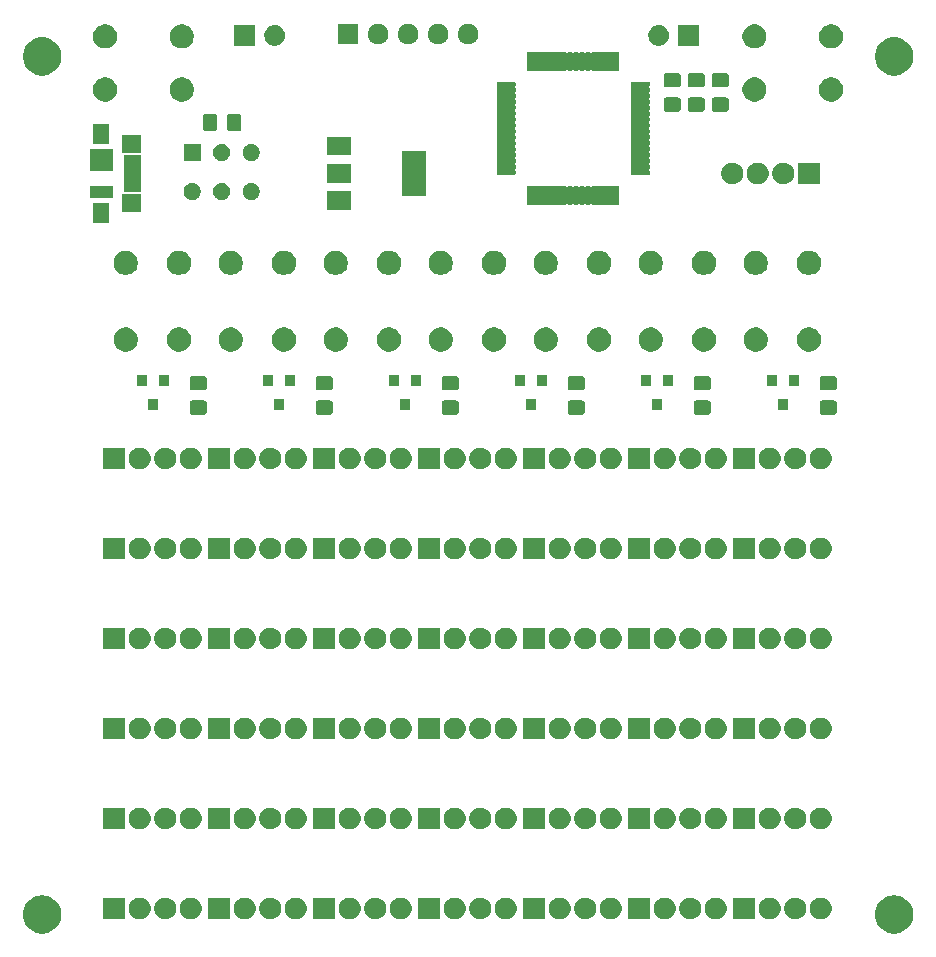
<source format=gbr>
G04 #@! TF.GenerationSoftware,KiCad,Pcbnew,5.1.5+dfsg1-2*
G04 #@! TF.CreationDate,2020-01-03T23:49:53-05:00*
G04 #@! TF.ProjectId,PCB,5043422e-6b69-4636-9164-5f7063625858,rev?*
G04 #@! TF.SameCoordinates,Original*
G04 #@! TF.FileFunction,Soldermask,Top*
G04 #@! TF.FilePolarity,Negative*
%FSLAX46Y46*%
G04 Gerber Fmt 4.6, Leading zero omitted, Abs format (unit mm)*
G04 Created by KiCad (PCBNEW 5.1.5+dfsg1-2) date 2020-01-03 23:49:53*
%MOMM*%
%LPD*%
G04 APERTURE LIST*
%ADD10C,0.100000*%
G04 APERTURE END LIST*
D10*
G36*
X218725627Y-113207979D02*
G01*
X218913998Y-113245448D01*
X219209728Y-113367944D01*
X219475876Y-113545778D01*
X219702222Y-113772124D01*
X219880056Y-114038272D01*
X220002552Y-114334002D01*
X220013910Y-114391103D01*
X220065000Y-114647951D01*
X220065000Y-114968049D01*
X220040021Y-115093627D01*
X220002552Y-115281998D01*
X219880056Y-115577728D01*
X219702222Y-115843876D01*
X219475876Y-116070222D01*
X219209728Y-116248056D01*
X218913998Y-116370552D01*
X218725627Y-116408021D01*
X218600049Y-116433000D01*
X218279951Y-116433000D01*
X218154373Y-116408021D01*
X217966002Y-116370552D01*
X217670272Y-116248056D01*
X217404124Y-116070222D01*
X217177778Y-115843876D01*
X216999944Y-115577728D01*
X216877448Y-115281998D01*
X216839979Y-115093627D01*
X216815000Y-114968049D01*
X216815000Y-114647951D01*
X216866090Y-114391103D01*
X216877448Y-114334002D01*
X216999944Y-114038272D01*
X217177778Y-113772124D01*
X217404124Y-113545778D01*
X217670272Y-113367944D01*
X217966002Y-113245448D01*
X218154373Y-113207979D01*
X218279951Y-113183000D01*
X218600049Y-113183000D01*
X218725627Y-113207979D01*
G37*
G36*
X146589627Y-113207979D02*
G01*
X146777998Y-113245448D01*
X147073728Y-113367944D01*
X147339876Y-113545778D01*
X147566222Y-113772124D01*
X147744056Y-114038272D01*
X147866552Y-114334002D01*
X147877910Y-114391103D01*
X147929000Y-114647951D01*
X147929000Y-114968049D01*
X147904021Y-115093627D01*
X147866552Y-115281998D01*
X147744056Y-115577728D01*
X147566222Y-115843876D01*
X147339876Y-116070222D01*
X147073728Y-116248056D01*
X146777998Y-116370552D01*
X146589627Y-116408021D01*
X146464049Y-116433000D01*
X146143951Y-116433000D01*
X146018373Y-116408021D01*
X145830002Y-116370552D01*
X145534272Y-116248056D01*
X145268124Y-116070222D01*
X145041778Y-115843876D01*
X144863944Y-115577728D01*
X144741448Y-115281998D01*
X144703979Y-115093627D01*
X144679000Y-114968049D01*
X144679000Y-114647951D01*
X144730090Y-114391103D01*
X144741448Y-114334002D01*
X144863944Y-114038272D01*
X145041778Y-113772124D01*
X145268124Y-113545778D01*
X145534272Y-113367944D01*
X145830002Y-113245448D01*
X146018373Y-113207979D01*
X146143951Y-113183000D01*
X146464049Y-113183000D01*
X146589627Y-113207979D01*
G37*
G36*
X194706813Y-113410547D02*
G01*
X194875152Y-113480275D01*
X195026653Y-113581505D01*
X195155495Y-113710347D01*
X195256725Y-113861848D01*
X195326453Y-114030187D01*
X195362000Y-114208895D01*
X195362000Y-114391105D01*
X195326453Y-114569813D01*
X195256725Y-114738152D01*
X195155495Y-114889653D01*
X195026653Y-115018495D01*
X194875152Y-115119725D01*
X194706813Y-115189453D01*
X194528105Y-115225000D01*
X194345895Y-115225000D01*
X194167187Y-115189453D01*
X193998848Y-115119725D01*
X193847347Y-115018495D01*
X193718505Y-114889653D01*
X193617275Y-114738152D01*
X193547547Y-114569813D01*
X193512000Y-114391105D01*
X193512000Y-114208895D01*
X193547547Y-114030187D01*
X193617275Y-113861848D01*
X193718505Y-113710347D01*
X193847347Y-113581505D01*
X193998848Y-113480275D01*
X194167187Y-113410547D01*
X194345895Y-113375000D01*
X194528105Y-113375000D01*
X194706813Y-113410547D01*
G37*
G36*
X212486813Y-113410547D02*
G01*
X212655152Y-113480275D01*
X212806653Y-113581505D01*
X212935495Y-113710347D01*
X213036725Y-113861848D01*
X213106453Y-114030187D01*
X213142000Y-114208895D01*
X213142000Y-114391105D01*
X213106453Y-114569813D01*
X213036725Y-114738152D01*
X212935495Y-114889653D01*
X212806653Y-115018495D01*
X212655152Y-115119725D01*
X212486813Y-115189453D01*
X212308105Y-115225000D01*
X212125895Y-115225000D01*
X211947187Y-115189453D01*
X211778848Y-115119725D01*
X211627347Y-115018495D01*
X211498505Y-114889653D01*
X211397275Y-114738152D01*
X211327547Y-114569813D01*
X211292000Y-114391105D01*
X211292000Y-114208895D01*
X211327547Y-114030187D01*
X211397275Y-113861848D01*
X211498505Y-113710347D01*
X211627347Y-113581505D01*
X211778848Y-113480275D01*
X211947187Y-113410547D01*
X212125895Y-113375000D01*
X212308105Y-113375000D01*
X212486813Y-113410547D01*
G37*
G36*
X210327813Y-113410547D02*
G01*
X210496152Y-113480275D01*
X210647653Y-113581505D01*
X210776495Y-113710347D01*
X210877725Y-113861848D01*
X210947453Y-114030187D01*
X210983000Y-114208895D01*
X210983000Y-114391105D01*
X210947453Y-114569813D01*
X210877725Y-114738152D01*
X210776495Y-114889653D01*
X210647653Y-115018495D01*
X210496152Y-115119725D01*
X210327813Y-115189453D01*
X210149105Y-115225000D01*
X209966895Y-115225000D01*
X209788187Y-115189453D01*
X209619848Y-115119725D01*
X209468347Y-115018495D01*
X209339505Y-114889653D01*
X209238275Y-114738152D01*
X209168547Y-114569813D01*
X209133000Y-114391105D01*
X209133000Y-114208895D01*
X209168547Y-114030187D01*
X209238275Y-113861848D01*
X209339505Y-113710347D01*
X209468347Y-113581505D01*
X209619848Y-113480275D01*
X209788187Y-113410547D01*
X209966895Y-113375000D01*
X210149105Y-113375000D01*
X210327813Y-113410547D01*
G37*
G36*
X208168813Y-113410547D02*
G01*
X208337152Y-113480275D01*
X208488653Y-113581505D01*
X208617495Y-113710347D01*
X208718725Y-113861848D01*
X208788453Y-114030187D01*
X208824000Y-114208895D01*
X208824000Y-114391105D01*
X208788453Y-114569813D01*
X208718725Y-114738152D01*
X208617495Y-114889653D01*
X208488653Y-115018495D01*
X208337152Y-115119725D01*
X208168813Y-115189453D01*
X207990105Y-115225000D01*
X207807895Y-115225000D01*
X207629187Y-115189453D01*
X207460848Y-115119725D01*
X207309347Y-115018495D01*
X207180505Y-114889653D01*
X207079275Y-114738152D01*
X207009547Y-114569813D01*
X206974000Y-114391105D01*
X206974000Y-114208895D01*
X207009547Y-114030187D01*
X207079275Y-113861848D01*
X207180505Y-113710347D01*
X207309347Y-113581505D01*
X207460848Y-113480275D01*
X207629187Y-113410547D01*
X207807895Y-113375000D01*
X207990105Y-113375000D01*
X208168813Y-113410547D01*
G37*
G36*
X203596813Y-113410547D02*
G01*
X203765152Y-113480275D01*
X203916653Y-113581505D01*
X204045495Y-113710347D01*
X204146725Y-113861848D01*
X204216453Y-114030187D01*
X204252000Y-114208895D01*
X204252000Y-114391105D01*
X204216453Y-114569813D01*
X204146725Y-114738152D01*
X204045495Y-114889653D01*
X203916653Y-115018495D01*
X203765152Y-115119725D01*
X203596813Y-115189453D01*
X203418105Y-115225000D01*
X203235895Y-115225000D01*
X203057187Y-115189453D01*
X202888848Y-115119725D01*
X202737347Y-115018495D01*
X202608505Y-114889653D01*
X202507275Y-114738152D01*
X202437547Y-114569813D01*
X202402000Y-114391105D01*
X202402000Y-114208895D01*
X202437547Y-114030187D01*
X202507275Y-113861848D01*
X202608505Y-113710347D01*
X202737347Y-113581505D01*
X202888848Y-113480275D01*
X203057187Y-113410547D01*
X203235895Y-113375000D01*
X203418105Y-113375000D01*
X203596813Y-113410547D01*
G37*
G36*
X201437813Y-113410547D02*
G01*
X201606152Y-113480275D01*
X201757653Y-113581505D01*
X201886495Y-113710347D01*
X201987725Y-113861848D01*
X202057453Y-114030187D01*
X202093000Y-114208895D01*
X202093000Y-114391105D01*
X202057453Y-114569813D01*
X201987725Y-114738152D01*
X201886495Y-114889653D01*
X201757653Y-115018495D01*
X201606152Y-115119725D01*
X201437813Y-115189453D01*
X201259105Y-115225000D01*
X201076895Y-115225000D01*
X200898187Y-115189453D01*
X200729848Y-115119725D01*
X200578347Y-115018495D01*
X200449505Y-114889653D01*
X200348275Y-114738152D01*
X200278547Y-114569813D01*
X200243000Y-114391105D01*
X200243000Y-114208895D01*
X200278547Y-114030187D01*
X200348275Y-113861848D01*
X200449505Y-113710347D01*
X200578347Y-113581505D01*
X200729848Y-113480275D01*
X200898187Y-113410547D01*
X201076895Y-113375000D01*
X201259105Y-113375000D01*
X201437813Y-113410547D01*
G37*
G36*
X199278813Y-113410547D02*
G01*
X199447152Y-113480275D01*
X199598653Y-113581505D01*
X199727495Y-113710347D01*
X199828725Y-113861848D01*
X199898453Y-114030187D01*
X199934000Y-114208895D01*
X199934000Y-114391105D01*
X199898453Y-114569813D01*
X199828725Y-114738152D01*
X199727495Y-114889653D01*
X199598653Y-115018495D01*
X199447152Y-115119725D01*
X199278813Y-115189453D01*
X199100105Y-115225000D01*
X198917895Y-115225000D01*
X198739187Y-115189453D01*
X198570848Y-115119725D01*
X198419347Y-115018495D01*
X198290505Y-114889653D01*
X198189275Y-114738152D01*
X198119547Y-114569813D01*
X198084000Y-114391105D01*
X198084000Y-114208895D01*
X198119547Y-114030187D01*
X198189275Y-113861848D01*
X198290505Y-113710347D01*
X198419347Y-113581505D01*
X198570848Y-113480275D01*
X198739187Y-113410547D01*
X198917895Y-113375000D01*
X199100105Y-113375000D01*
X199278813Y-113410547D01*
G37*
G36*
X197775000Y-115225000D02*
G01*
X195925000Y-115225000D01*
X195925000Y-113375000D01*
X197775000Y-113375000D01*
X197775000Y-115225000D01*
G37*
G36*
X192547813Y-113410547D02*
G01*
X192716152Y-113480275D01*
X192867653Y-113581505D01*
X192996495Y-113710347D01*
X193097725Y-113861848D01*
X193167453Y-114030187D01*
X193203000Y-114208895D01*
X193203000Y-114391105D01*
X193167453Y-114569813D01*
X193097725Y-114738152D01*
X192996495Y-114889653D01*
X192867653Y-115018495D01*
X192716152Y-115119725D01*
X192547813Y-115189453D01*
X192369105Y-115225000D01*
X192186895Y-115225000D01*
X192008187Y-115189453D01*
X191839848Y-115119725D01*
X191688347Y-115018495D01*
X191559505Y-114889653D01*
X191458275Y-114738152D01*
X191388547Y-114569813D01*
X191353000Y-114391105D01*
X191353000Y-114208895D01*
X191388547Y-114030187D01*
X191458275Y-113861848D01*
X191559505Y-113710347D01*
X191688347Y-113581505D01*
X191839848Y-113480275D01*
X192008187Y-113410547D01*
X192186895Y-113375000D01*
X192369105Y-113375000D01*
X192547813Y-113410547D01*
G37*
G36*
X190388813Y-113410547D02*
G01*
X190557152Y-113480275D01*
X190708653Y-113581505D01*
X190837495Y-113710347D01*
X190938725Y-113861848D01*
X191008453Y-114030187D01*
X191044000Y-114208895D01*
X191044000Y-114391105D01*
X191008453Y-114569813D01*
X190938725Y-114738152D01*
X190837495Y-114889653D01*
X190708653Y-115018495D01*
X190557152Y-115119725D01*
X190388813Y-115189453D01*
X190210105Y-115225000D01*
X190027895Y-115225000D01*
X189849187Y-115189453D01*
X189680848Y-115119725D01*
X189529347Y-115018495D01*
X189400505Y-114889653D01*
X189299275Y-114738152D01*
X189229547Y-114569813D01*
X189194000Y-114391105D01*
X189194000Y-114208895D01*
X189229547Y-114030187D01*
X189299275Y-113861848D01*
X189400505Y-113710347D01*
X189529347Y-113581505D01*
X189680848Y-113480275D01*
X189849187Y-113410547D01*
X190027895Y-113375000D01*
X190210105Y-113375000D01*
X190388813Y-113410547D01*
G37*
G36*
X188885000Y-115225000D02*
G01*
X187035000Y-115225000D01*
X187035000Y-113375000D01*
X188885000Y-113375000D01*
X188885000Y-115225000D01*
G37*
G36*
X206665000Y-115225000D02*
G01*
X204815000Y-115225000D01*
X204815000Y-113375000D01*
X206665000Y-113375000D01*
X206665000Y-115225000D01*
G37*
G36*
X183657813Y-113410547D02*
G01*
X183826152Y-113480275D01*
X183977653Y-113581505D01*
X184106495Y-113710347D01*
X184207725Y-113861848D01*
X184277453Y-114030187D01*
X184313000Y-114208895D01*
X184313000Y-114391105D01*
X184277453Y-114569813D01*
X184207725Y-114738152D01*
X184106495Y-114889653D01*
X183977653Y-115018495D01*
X183826152Y-115119725D01*
X183657813Y-115189453D01*
X183479105Y-115225000D01*
X183296895Y-115225000D01*
X183118187Y-115189453D01*
X182949848Y-115119725D01*
X182798347Y-115018495D01*
X182669505Y-114889653D01*
X182568275Y-114738152D01*
X182498547Y-114569813D01*
X182463000Y-114391105D01*
X182463000Y-114208895D01*
X182498547Y-114030187D01*
X182568275Y-113861848D01*
X182669505Y-113710347D01*
X182798347Y-113581505D01*
X182949848Y-113480275D01*
X183118187Y-113410547D01*
X183296895Y-113375000D01*
X183479105Y-113375000D01*
X183657813Y-113410547D01*
G37*
G36*
X181498813Y-113410547D02*
G01*
X181667152Y-113480275D01*
X181818653Y-113581505D01*
X181947495Y-113710347D01*
X182048725Y-113861848D01*
X182118453Y-114030187D01*
X182154000Y-114208895D01*
X182154000Y-114391105D01*
X182118453Y-114569813D01*
X182048725Y-114738152D01*
X181947495Y-114889653D01*
X181818653Y-115018495D01*
X181667152Y-115119725D01*
X181498813Y-115189453D01*
X181320105Y-115225000D01*
X181137895Y-115225000D01*
X180959187Y-115189453D01*
X180790848Y-115119725D01*
X180639347Y-115018495D01*
X180510505Y-114889653D01*
X180409275Y-114738152D01*
X180339547Y-114569813D01*
X180304000Y-114391105D01*
X180304000Y-114208895D01*
X180339547Y-114030187D01*
X180409275Y-113861848D01*
X180510505Y-113710347D01*
X180639347Y-113581505D01*
X180790848Y-113480275D01*
X180959187Y-113410547D01*
X181137895Y-113375000D01*
X181320105Y-113375000D01*
X181498813Y-113410547D01*
G37*
G36*
X176926813Y-113410547D02*
G01*
X177095152Y-113480275D01*
X177246653Y-113581505D01*
X177375495Y-113710347D01*
X177476725Y-113861848D01*
X177546453Y-114030187D01*
X177582000Y-114208895D01*
X177582000Y-114391105D01*
X177546453Y-114569813D01*
X177476725Y-114738152D01*
X177375495Y-114889653D01*
X177246653Y-115018495D01*
X177095152Y-115119725D01*
X176926813Y-115189453D01*
X176748105Y-115225000D01*
X176565895Y-115225000D01*
X176387187Y-115189453D01*
X176218848Y-115119725D01*
X176067347Y-115018495D01*
X175938505Y-114889653D01*
X175837275Y-114738152D01*
X175767547Y-114569813D01*
X175732000Y-114391105D01*
X175732000Y-114208895D01*
X175767547Y-114030187D01*
X175837275Y-113861848D01*
X175938505Y-113710347D01*
X176067347Y-113581505D01*
X176218848Y-113480275D01*
X176387187Y-113410547D01*
X176565895Y-113375000D01*
X176748105Y-113375000D01*
X176926813Y-113410547D01*
G37*
G36*
X185816813Y-113410547D02*
G01*
X185985152Y-113480275D01*
X186136653Y-113581505D01*
X186265495Y-113710347D01*
X186366725Y-113861848D01*
X186436453Y-114030187D01*
X186472000Y-114208895D01*
X186472000Y-114391105D01*
X186436453Y-114569813D01*
X186366725Y-114738152D01*
X186265495Y-114889653D01*
X186136653Y-115018495D01*
X185985152Y-115119725D01*
X185816813Y-115189453D01*
X185638105Y-115225000D01*
X185455895Y-115225000D01*
X185277187Y-115189453D01*
X185108848Y-115119725D01*
X184957347Y-115018495D01*
X184828505Y-114889653D01*
X184727275Y-114738152D01*
X184657547Y-114569813D01*
X184622000Y-114391105D01*
X184622000Y-114208895D01*
X184657547Y-114030187D01*
X184727275Y-113861848D01*
X184828505Y-113710347D01*
X184957347Y-113581505D01*
X185108848Y-113480275D01*
X185277187Y-113410547D01*
X185455895Y-113375000D01*
X185638105Y-113375000D01*
X185816813Y-113410547D01*
G37*
G36*
X153325000Y-115225000D02*
G01*
X151475000Y-115225000D01*
X151475000Y-113375000D01*
X153325000Y-113375000D01*
X153325000Y-115225000D01*
G37*
G36*
X154828813Y-113410547D02*
G01*
X154997152Y-113480275D01*
X155148653Y-113581505D01*
X155277495Y-113710347D01*
X155378725Y-113861848D01*
X155448453Y-114030187D01*
X155484000Y-114208895D01*
X155484000Y-114391105D01*
X155448453Y-114569813D01*
X155378725Y-114738152D01*
X155277495Y-114889653D01*
X155148653Y-115018495D01*
X154997152Y-115119725D01*
X154828813Y-115189453D01*
X154650105Y-115225000D01*
X154467895Y-115225000D01*
X154289187Y-115189453D01*
X154120848Y-115119725D01*
X153969347Y-115018495D01*
X153840505Y-114889653D01*
X153739275Y-114738152D01*
X153669547Y-114569813D01*
X153634000Y-114391105D01*
X153634000Y-114208895D01*
X153669547Y-114030187D01*
X153739275Y-113861848D01*
X153840505Y-113710347D01*
X153969347Y-113581505D01*
X154120848Y-113480275D01*
X154289187Y-113410547D01*
X154467895Y-113375000D01*
X154650105Y-113375000D01*
X154828813Y-113410547D01*
G37*
G36*
X156987813Y-113410547D02*
G01*
X157156152Y-113480275D01*
X157307653Y-113581505D01*
X157436495Y-113710347D01*
X157537725Y-113861848D01*
X157607453Y-114030187D01*
X157643000Y-114208895D01*
X157643000Y-114391105D01*
X157607453Y-114569813D01*
X157537725Y-114738152D01*
X157436495Y-114889653D01*
X157307653Y-115018495D01*
X157156152Y-115119725D01*
X156987813Y-115189453D01*
X156809105Y-115225000D01*
X156626895Y-115225000D01*
X156448187Y-115189453D01*
X156279848Y-115119725D01*
X156128347Y-115018495D01*
X155999505Y-114889653D01*
X155898275Y-114738152D01*
X155828547Y-114569813D01*
X155793000Y-114391105D01*
X155793000Y-114208895D01*
X155828547Y-114030187D01*
X155898275Y-113861848D01*
X155999505Y-113710347D01*
X156128347Y-113581505D01*
X156279848Y-113480275D01*
X156448187Y-113410547D01*
X156626895Y-113375000D01*
X156809105Y-113375000D01*
X156987813Y-113410547D01*
G37*
G36*
X159146813Y-113410547D02*
G01*
X159315152Y-113480275D01*
X159466653Y-113581505D01*
X159595495Y-113710347D01*
X159696725Y-113861848D01*
X159766453Y-114030187D01*
X159802000Y-114208895D01*
X159802000Y-114391105D01*
X159766453Y-114569813D01*
X159696725Y-114738152D01*
X159595495Y-114889653D01*
X159466653Y-115018495D01*
X159315152Y-115119725D01*
X159146813Y-115189453D01*
X158968105Y-115225000D01*
X158785895Y-115225000D01*
X158607187Y-115189453D01*
X158438848Y-115119725D01*
X158287347Y-115018495D01*
X158158505Y-114889653D01*
X158057275Y-114738152D01*
X157987547Y-114569813D01*
X157952000Y-114391105D01*
X157952000Y-114208895D01*
X157987547Y-114030187D01*
X158057275Y-113861848D01*
X158158505Y-113710347D01*
X158287347Y-113581505D01*
X158438848Y-113480275D01*
X158607187Y-113410547D01*
X158785895Y-113375000D01*
X158968105Y-113375000D01*
X159146813Y-113410547D01*
G37*
G36*
X162215000Y-115225000D02*
G01*
X160365000Y-115225000D01*
X160365000Y-113375000D01*
X162215000Y-113375000D01*
X162215000Y-115225000D01*
G37*
G36*
X163718813Y-113410547D02*
G01*
X163887152Y-113480275D01*
X164038653Y-113581505D01*
X164167495Y-113710347D01*
X164268725Y-113861848D01*
X164338453Y-114030187D01*
X164374000Y-114208895D01*
X164374000Y-114391105D01*
X164338453Y-114569813D01*
X164268725Y-114738152D01*
X164167495Y-114889653D01*
X164038653Y-115018495D01*
X163887152Y-115119725D01*
X163718813Y-115189453D01*
X163540105Y-115225000D01*
X163357895Y-115225000D01*
X163179187Y-115189453D01*
X163010848Y-115119725D01*
X162859347Y-115018495D01*
X162730505Y-114889653D01*
X162629275Y-114738152D01*
X162559547Y-114569813D01*
X162524000Y-114391105D01*
X162524000Y-114208895D01*
X162559547Y-114030187D01*
X162629275Y-113861848D01*
X162730505Y-113710347D01*
X162859347Y-113581505D01*
X163010848Y-113480275D01*
X163179187Y-113410547D01*
X163357895Y-113375000D01*
X163540105Y-113375000D01*
X163718813Y-113410547D01*
G37*
G36*
X168036813Y-113410547D02*
G01*
X168205152Y-113480275D01*
X168356653Y-113581505D01*
X168485495Y-113710347D01*
X168586725Y-113861848D01*
X168656453Y-114030187D01*
X168692000Y-114208895D01*
X168692000Y-114391105D01*
X168656453Y-114569813D01*
X168586725Y-114738152D01*
X168485495Y-114889653D01*
X168356653Y-115018495D01*
X168205152Y-115119725D01*
X168036813Y-115189453D01*
X167858105Y-115225000D01*
X167675895Y-115225000D01*
X167497187Y-115189453D01*
X167328848Y-115119725D01*
X167177347Y-115018495D01*
X167048505Y-114889653D01*
X166947275Y-114738152D01*
X166877547Y-114569813D01*
X166842000Y-114391105D01*
X166842000Y-114208895D01*
X166877547Y-114030187D01*
X166947275Y-113861848D01*
X167048505Y-113710347D01*
X167177347Y-113581505D01*
X167328848Y-113480275D01*
X167497187Y-113410547D01*
X167675895Y-113375000D01*
X167858105Y-113375000D01*
X168036813Y-113410547D01*
G37*
G36*
X171105000Y-115225000D02*
G01*
X169255000Y-115225000D01*
X169255000Y-113375000D01*
X171105000Y-113375000D01*
X171105000Y-115225000D01*
G37*
G36*
X172608813Y-113410547D02*
G01*
X172777152Y-113480275D01*
X172928653Y-113581505D01*
X173057495Y-113710347D01*
X173158725Y-113861848D01*
X173228453Y-114030187D01*
X173264000Y-114208895D01*
X173264000Y-114391105D01*
X173228453Y-114569813D01*
X173158725Y-114738152D01*
X173057495Y-114889653D01*
X172928653Y-115018495D01*
X172777152Y-115119725D01*
X172608813Y-115189453D01*
X172430105Y-115225000D01*
X172247895Y-115225000D01*
X172069187Y-115189453D01*
X171900848Y-115119725D01*
X171749347Y-115018495D01*
X171620505Y-114889653D01*
X171519275Y-114738152D01*
X171449547Y-114569813D01*
X171414000Y-114391105D01*
X171414000Y-114208895D01*
X171449547Y-114030187D01*
X171519275Y-113861848D01*
X171620505Y-113710347D01*
X171749347Y-113581505D01*
X171900848Y-113480275D01*
X172069187Y-113410547D01*
X172247895Y-113375000D01*
X172430105Y-113375000D01*
X172608813Y-113410547D01*
G37*
G36*
X174767813Y-113410547D02*
G01*
X174936152Y-113480275D01*
X175087653Y-113581505D01*
X175216495Y-113710347D01*
X175317725Y-113861848D01*
X175387453Y-114030187D01*
X175423000Y-114208895D01*
X175423000Y-114391105D01*
X175387453Y-114569813D01*
X175317725Y-114738152D01*
X175216495Y-114889653D01*
X175087653Y-115018495D01*
X174936152Y-115119725D01*
X174767813Y-115189453D01*
X174589105Y-115225000D01*
X174406895Y-115225000D01*
X174228187Y-115189453D01*
X174059848Y-115119725D01*
X173908347Y-115018495D01*
X173779505Y-114889653D01*
X173678275Y-114738152D01*
X173608547Y-114569813D01*
X173573000Y-114391105D01*
X173573000Y-114208895D01*
X173608547Y-114030187D01*
X173678275Y-113861848D01*
X173779505Y-113710347D01*
X173908347Y-113581505D01*
X174059848Y-113480275D01*
X174228187Y-113410547D01*
X174406895Y-113375000D01*
X174589105Y-113375000D01*
X174767813Y-113410547D01*
G37*
G36*
X179995000Y-115225000D02*
G01*
X178145000Y-115225000D01*
X178145000Y-113375000D01*
X179995000Y-113375000D01*
X179995000Y-115225000D01*
G37*
G36*
X165877813Y-113410547D02*
G01*
X166046152Y-113480275D01*
X166197653Y-113581505D01*
X166326495Y-113710347D01*
X166427725Y-113861848D01*
X166497453Y-114030187D01*
X166533000Y-114208895D01*
X166533000Y-114391105D01*
X166497453Y-114569813D01*
X166427725Y-114738152D01*
X166326495Y-114889653D01*
X166197653Y-115018495D01*
X166046152Y-115119725D01*
X165877813Y-115189453D01*
X165699105Y-115225000D01*
X165516895Y-115225000D01*
X165338187Y-115189453D01*
X165169848Y-115119725D01*
X165018347Y-115018495D01*
X164889505Y-114889653D01*
X164788275Y-114738152D01*
X164718547Y-114569813D01*
X164683000Y-114391105D01*
X164683000Y-114208895D01*
X164718547Y-114030187D01*
X164788275Y-113861848D01*
X164889505Y-113710347D01*
X165018347Y-113581505D01*
X165169848Y-113480275D01*
X165338187Y-113410547D01*
X165516895Y-113375000D01*
X165699105Y-113375000D01*
X165877813Y-113410547D01*
G37*
G36*
X212486813Y-105790547D02*
G01*
X212655152Y-105860275D01*
X212806653Y-105961505D01*
X212935495Y-106090347D01*
X213036725Y-106241848D01*
X213106453Y-106410187D01*
X213142000Y-106588895D01*
X213142000Y-106771105D01*
X213106453Y-106949813D01*
X213036725Y-107118152D01*
X212935495Y-107269653D01*
X212806653Y-107398495D01*
X212655152Y-107499725D01*
X212486813Y-107569453D01*
X212308105Y-107605000D01*
X212125895Y-107605000D01*
X211947187Y-107569453D01*
X211778848Y-107499725D01*
X211627347Y-107398495D01*
X211498505Y-107269653D01*
X211397275Y-107118152D01*
X211327547Y-106949813D01*
X211292000Y-106771105D01*
X211292000Y-106588895D01*
X211327547Y-106410187D01*
X211397275Y-106241848D01*
X211498505Y-106090347D01*
X211627347Y-105961505D01*
X211778848Y-105860275D01*
X211947187Y-105790547D01*
X212125895Y-105755000D01*
X212308105Y-105755000D01*
X212486813Y-105790547D01*
G37*
G36*
X190388813Y-105790547D02*
G01*
X190557152Y-105860275D01*
X190708653Y-105961505D01*
X190837495Y-106090347D01*
X190938725Y-106241848D01*
X191008453Y-106410187D01*
X191044000Y-106588895D01*
X191044000Y-106771105D01*
X191008453Y-106949813D01*
X190938725Y-107118152D01*
X190837495Y-107269653D01*
X190708653Y-107398495D01*
X190557152Y-107499725D01*
X190388813Y-107569453D01*
X190210105Y-107605000D01*
X190027895Y-107605000D01*
X189849187Y-107569453D01*
X189680848Y-107499725D01*
X189529347Y-107398495D01*
X189400505Y-107269653D01*
X189299275Y-107118152D01*
X189229547Y-106949813D01*
X189194000Y-106771105D01*
X189194000Y-106588895D01*
X189229547Y-106410187D01*
X189299275Y-106241848D01*
X189400505Y-106090347D01*
X189529347Y-105961505D01*
X189680848Y-105860275D01*
X189849187Y-105790547D01*
X190027895Y-105755000D01*
X190210105Y-105755000D01*
X190388813Y-105790547D01*
G37*
G36*
X163718813Y-105790547D02*
G01*
X163887152Y-105860275D01*
X164038653Y-105961505D01*
X164167495Y-106090347D01*
X164268725Y-106241848D01*
X164338453Y-106410187D01*
X164374000Y-106588895D01*
X164374000Y-106771105D01*
X164338453Y-106949813D01*
X164268725Y-107118152D01*
X164167495Y-107269653D01*
X164038653Y-107398495D01*
X163887152Y-107499725D01*
X163718813Y-107569453D01*
X163540105Y-107605000D01*
X163357895Y-107605000D01*
X163179187Y-107569453D01*
X163010848Y-107499725D01*
X162859347Y-107398495D01*
X162730505Y-107269653D01*
X162629275Y-107118152D01*
X162559547Y-106949813D01*
X162524000Y-106771105D01*
X162524000Y-106588895D01*
X162559547Y-106410187D01*
X162629275Y-106241848D01*
X162730505Y-106090347D01*
X162859347Y-105961505D01*
X163010848Y-105860275D01*
X163179187Y-105790547D01*
X163357895Y-105755000D01*
X163540105Y-105755000D01*
X163718813Y-105790547D01*
G37*
G36*
X194706813Y-105790547D02*
G01*
X194875152Y-105860275D01*
X195026653Y-105961505D01*
X195155495Y-106090347D01*
X195256725Y-106241848D01*
X195326453Y-106410187D01*
X195362000Y-106588895D01*
X195362000Y-106771105D01*
X195326453Y-106949813D01*
X195256725Y-107118152D01*
X195155495Y-107269653D01*
X195026653Y-107398495D01*
X194875152Y-107499725D01*
X194706813Y-107569453D01*
X194528105Y-107605000D01*
X194345895Y-107605000D01*
X194167187Y-107569453D01*
X193998848Y-107499725D01*
X193847347Y-107398495D01*
X193718505Y-107269653D01*
X193617275Y-107118152D01*
X193547547Y-106949813D01*
X193512000Y-106771105D01*
X193512000Y-106588895D01*
X193547547Y-106410187D01*
X193617275Y-106241848D01*
X193718505Y-106090347D01*
X193847347Y-105961505D01*
X193998848Y-105860275D01*
X194167187Y-105790547D01*
X194345895Y-105755000D01*
X194528105Y-105755000D01*
X194706813Y-105790547D01*
G37*
G36*
X197775000Y-107605000D02*
G01*
X195925000Y-107605000D01*
X195925000Y-105755000D01*
X197775000Y-105755000D01*
X197775000Y-107605000D01*
G37*
G36*
X199278813Y-105790547D02*
G01*
X199447152Y-105860275D01*
X199598653Y-105961505D01*
X199727495Y-106090347D01*
X199828725Y-106241848D01*
X199898453Y-106410187D01*
X199934000Y-106588895D01*
X199934000Y-106771105D01*
X199898453Y-106949813D01*
X199828725Y-107118152D01*
X199727495Y-107269653D01*
X199598653Y-107398495D01*
X199447152Y-107499725D01*
X199278813Y-107569453D01*
X199100105Y-107605000D01*
X198917895Y-107605000D01*
X198739187Y-107569453D01*
X198570848Y-107499725D01*
X198419347Y-107398495D01*
X198290505Y-107269653D01*
X198189275Y-107118152D01*
X198119547Y-106949813D01*
X198084000Y-106771105D01*
X198084000Y-106588895D01*
X198119547Y-106410187D01*
X198189275Y-106241848D01*
X198290505Y-106090347D01*
X198419347Y-105961505D01*
X198570848Y-105860275D01*
X198739187Y-105790547D01*
X198917895Y-105755000D01*
X199100105Y-105755000D01*
X199278813Y-105790547D01*
G37*
G36*
X201437813Y-105790547D02*
G01*
X201606152Y-105860275D01*
X201757653Y-105961505D01*
X201886495Y-106090347D01*
X201987725Y-106241848D01*
X202057453Y-106410187D01*
X202093000Y-106588895D01*
X202093000Y-106771105D01*
X202057453Y-106949813D01*
X201987725Y-107118152D01*
X201886495Y-107269653D01*
X201757653Y-107398495D01*
X201606152Y-107499725D01*
X201437813Y-107569453D01*
X201259105Y-107605000D01*
X201076895Y-107605000D01*
X200898187Y-107569453D01*
X200729848Y-107499725D01*
X200578347Y-107398495D01*
X200449505Y-107269653D01*
X200348275Y-107118152D01*
X200278547Y-106949813D01*
X200243000Y-106771105D01*
X200243000Y-106588895D01*
X200278547Y-106410187D01*
X200348275Y-106241848D01*
X200449505Y-106090347D01*
X200578347Y-105961505D01*
X200729848Y-105860275D01*
X200898187Y-105790547D01*
X201076895Y-105755000D01*
X201259105Y-105755000D01*
X201437813Y-105790547D01*
G37*
G36*
X206665000Y-107605000D02*
G01*
X204815000Y-107605000D01*
X204815000Y-105755000D01*
X206665000Y-105755000D01*
X206665000Y-107605000D01*
G37*
G36*
X208168813Y-105790547D02*
G01*
X208337152Y-105860275D01*
X208488653Y-105961505D01*
X208617495Y-106090347D01*
X208718725Y-106241848D01*
X208788453Y-106410187D01*
X208824000Y-106588895D01*
X208824000Y-106771105D01*
X208788453Y-106949813D01*
X208718725Y-107118152D01*
X208617495Y-107269653D01*
X208488653Y-107398495D01*
X208337152Y-107499725D01*
X208168813Y-107569453D01*
X207990105Y-107605000D01*
X207807895Y-107605000D01*
X207629187Y-107569453D01*
X207460848Y-107499725D01*
X207309347Y-107398495D01*
X207180505Y-107269653D01*
X207079275Y-107118152D01*
X207009547Y-106949813D01*
X206974000Y-106771105D01*
X206974000Y-106588895D01*
X207009547Y-106410187D01*
X207079275Y-106241848D01*
X207180505Y-106090347D01*
X207309347Y-105961505D01*
X207460848Y-105860275D01*
X207629187Y-105790547D01*
X207807895Y-105755000D01*
X207990105Y-105755000D01*
X208168813Y-105790547D01*
G37*
G36*
X210327813Y-105790547D02*
G01*
X210496152Y-105860275D01*
X210647653Y-105961505D01*
X210776495Y-106090347D01*
X210877725Y-106241848D01*
X210947453Y-106410187D01*
X210983000Y-106588895D01*
X210983000Y-106771105D01*
X210947453Y-106949813D01*
X210877725Y-107118152D01*
X210776495Y-107269653D01*
X210647653Y-107398495D01*
X210496152Y-107499725D01*
X210327813Y-107569453D01*
X210149105Y-107605000D01*
X209966895Y-107605000D01*
X209788187Y-107569453D01*
X209619848Y-107499725D01*
X209468347Y-107398495D01*
X209339505Y-107269653D01*
X209238275Y-107118152D01*
X209168547Y-106949813D01*
X209133000Y-106771105D01*
X209133000Y-106588895D01*
X209168547Y-106410187D01*
X209238275Y-106241848D01*
X209339505Y-106090347D01*
X209468347Y-105961505D01*
X209619848Y-105860275D01*
X209788187Y-105790547D01*
X209966895Y-105755000D01*
X210149105Y-105755000D01*
X210327813Y-105790547D01*
G37*
G36*
X162215000Y-107605000D02*
G01*
X160365000Y-107605000D01*
X160365000Y-105755000D01*
X162215000Y-105755000D01*
X162215000Y-107605000D01*
G37*
G36*
X159146813Y-105790547D02*
G01*
X159315152Y-105860275D01*
X159466653Y-105961505D01*
X159595495Y-106090347D01*
X159696725Y-106241848D01*
X159766453Y-106410187D01*
X159802000Y-106588895D01*
X159802000Y-106771105D01*
X159766453Y-106949813D01*
X159696725Y-107118152D01*
X159595495Y-107269653D01*
X159466653Y-107398495D01*
X159315152Y-107499725D01*
X159146813Y-107569453D01*
X158968105Y-107605000D01*
X158785895Y-107605000D01*
X158607187Y-107569453D01*
X158438848Y-107499725D01*
X158287347Y-107398495D01*
X158158505Y-107269653D01*
X158057275Y-107118152D01*
X157987547Y-106949813D01*
X157952000Y-106771105D01*
X157952000Y-106588895D01*
X157987547Y-106410187D01*
X158057275Y-106241848D01*
X158158505Y-106090347D01*
X158287347Y-105961505D01*
X158438848Y-105860275D01*
X158607187Y-105790547D01*
X158785895Y-105755000D01*
X158968105Y-105755000D01*
X159146813Y-105790547D01*
G37*
G36*
X153325000Y-107605000D02*
G01*
X151475000Y-107605000D01*
X151475000Y-105755000D01*
X153325000Y-105755000D01*
X153325000Y-107605000D01*
G37*
G36*
X203596813Y-105790547D02*
G01*
X203765152Y-105860275D01*
X203916653Y-105961505D01*
X204045495Y-106090347D01*
X204146725Y-106241848D01*
X204216453Y-106410187D01*
X204252000Y-106588895D01*
X204252000Y-106771105D01*
X204216453Y-106949813D01*
X204146725Y-107118152D01*
X204045495Y-107269653D01*
X203916653Y-107398495D01*
X203765152Y-107499725D01*
X203596813Y-107569453D01*
X203418105Y-107605000D01*
X203235895Y-107605000D01*
X203057187Y-107569453D01*
X202888848Y-107499725D01*
X202737347Y-107398495D01*
X202608505Y-107269653D01*
X202507275Y-107118152D01*
X202437547Y-106949813D01*
X202402000Y-106771105D01*
X202402000Y-106588895D01*
X202437547Y-106410187D01*
X202507275Y-106241848D01*
X202608505Y-106090347D01*
X202737347Y-105961505D01*
X202888848Y-105860275D01*
X203057187Y-105790547D01*
X203235895Y-105755000D01*
X203418105Y-105755000D01*
X203596813Y-105790547D01*
G37*
G36*
X185816813Y-105790547D02*
G01*
X185985152Y-105860275D01*
X186136653Y-105961505D01*
X186265495Y-106090347D01*
X186366725Y-106241848D01*
X186436453Y-106410187D01*
X186472000Y-106588895D01*
X186472000Y-106771105D01*
X186436453Y-106949813D01*
X186366725Y-107118152D01*
X186265495Y-107269653D01*
X186136653Y-107398495D01*
X185985152Y-107499725D01*
X185816813Y-107569453D01*
X185638105Y-107605000D01*
X185455895Y-107605000D01*
X185277187Y-107569453D01*
X185108848Y-107499725D01*
X184957347Y-107398495D01*
X184828505Y-107269653D01*
X184727275Y-107118152D01*
X184657547Y-106949813D01*
X184622000Y-106771105D01*
X184622000Y-106588895D01*
X184657547Y-106410187D01*
X184727275Y-106241848D01*
X184828505Y-106090347D01*
X184957347Y-105961505D01*
X185108848Y-105860275D01*
X185277187Y-105790547D01*
X185455895Y-105755000D01*
X185638105Y-105755000D01*
X185816813Y-105790547D01*
G37*
G36*
X188885000Y-107605000D02*
G01*
X187035000Y-107605000D01*
X187035000Y-105755000D01*
X188885000Y-105755000D01*
X188885000Y-107605000D01*
G37*
G36*
X156987813Y-105790547D02*
G01*
X157156152Y-105860275D01*
X157307653Y-105961505D01*
X157436495Y-106090347D01*
X157537725Y-106241848D01*
X157607453Y-106410187D01*
X157643000Y-106588895D01*
X157643000Y-106771105D01*
X157607453Y-106949813D01*
X157537725Y-107118152D01*
X157436495Y-107269653D01*
X157307653Y-107398495D01*
X157156152Y-107499725D01*
X156987813Y-107569453D01*
X156809105Y-107605000D01*
X156626895Y-107605000D01*
X156448187Y-107569453D01*
X156279848Y-107499725D01*
X156128347Y-107398495D01*
X155999505Y-107269653D01*
X155898275Y-107118152D01*
X155828547Y-106949813D01*
X155793000Y-106771105D01*
X155793000Y-106588895D01*
X155828547Y-106410187D01*
X155898275Y-106241848D01*
X155999505Y-106090347D01*
X156128347Y-105961505D01*
X156279848Y-105860275D01*
X156448187Y-105790547D01*
X156626895Y-105755000D01*
X156809105Y-105755000D01*
X156987813Y-105790547D01*
G37*
G36*
X192547813Y-105790547D02*
G01*
X192716152Y-105860275D01*
X192867653Y-105961505D01*
X192996495Y-106090347D01*
X193097725Y-106241848D01*
X193167453Y-106410187D01*
X193203000Y-106588895D01*
X193203000Y-106771105D01*
X193167453Y-106949813D01*
X193097725Y-107118152D01*
X192996495Y-107269653D01*
X192867653Y-107398495D01*
X192716152Y-107499725D01*
X192547813Y-107569453D01*
X192369105Y-107605000D01*
X192186895Y-107605000D01*
X192008187Y-107569453D01*
X191839848Y-107499725D01*
X191688347Y-107398495D01*
X191559505Y-107269653D01*
X191458275Y-107118152D01*
X191388547Y-106949813D01*
X191353000Y-106771105D01*
X191353000Y-106588895D01*
X191388547Y-106410187D01*
X191458275Y-106241848D01*
X191559505Y-106090347D01*
X191688347Y-105961505D01*
X191839848Y-105860275D01*
X192008187Y-105790547D01*
X192186895Y-105755000D01*
X192369105Y-105755000D01*
X192547813Y-105790547D01*
G37*
G36*
X165877813Y-105790547D02*
G01*
X166046152Y-105860275D01*
X166197653Y-105961505D01*
X166326495Y-106090347D01*
X166427725Y-106241848D01*
X166497453Y-106410187D01*
X166533000Y-106588895D01*
X166533000Y-106771105D01*
X166497453Y-106949813D01*
X166427725Y-107118152D01*
X166326495Y-107269653D01*
X166197653Y-107398495D01*
X166046152Y-107499725D01*
X165877813Y-107569453D01*
X165699105Y-107605000D01*
X165516895Y-107605000D01*
X165338187Y-107569453D01*
X165169848Y-107499725D01*
X165018347Y-107398495D01*
X164889505Y-107269653D01*
X164788275Y-107118152D01*
X164718547Y-106949813D01*
X164683000Y-106771105D01*
X164683000Y-106588895D01*
X164718547Y-106410187D01*
X164788275Y-106241848D01*
X164889505Y-106090347D01*
X165018347Y-105961505D01*
X165169848Y-105860275D01*
X165338187Y-105790547D01*
X165516895Y-105755000D01*
X165699105Y-105755000D01*
X165877813Y-105790547D01*
G37*
G36*
X168036813Y-105790547D02*
G01*
X168205152Y-105860275D01*
X168356653Y-105961505D01*
X168485495Y-106090347D01*
X168586725Y-106241848D01*
X168656453Y-106410187D01*
X168692000Y-106588895D01*
X168692000Y-106771105D01*
X168656453Y-106949813D01*
X168586725Y-107118152D01*
X168485495Y-107269653D01*
X168356653Y-107398495D01*
X168205152Y-107499725D01*
X168036813Y-107569453D01*
X167858105Y-107605000D01*
X167675895Y-107605000D01*
X167497187Y-107569453D01*
X167328848Y-107499725D01*
X167177347Y-107398495D01*
X167048505Y-107269653D01*
X166947275Y-107118152D01*
X166877547Y-106949813D01*
X166842000Y-106771105D01*
X166842000Y-106588895D01*
X166877547Y-106410187D01*
X166947275Y-106241848D01*
X167048505Y-106090347D01*
X167177347Y-105961505D01*
X167328848Y-105860275D01*
X167497187Y-105790547D01*
X167675895Y-105755000D01*
X167858105Y-105755000D01*
X168036813Y-105790547D01*
G37*
G36*
X171105000Y-107605000D02*
G01*
X169255000Y-107605000D01*
X169255000Y-105755000D01*
X171105000Y-105755000D01*
X171105000Y-107605000D01*
G37*
G36*
X172608813Y-105790547D02*
G01*
X172777152Y-105860275D01*
X172928653Y-105961505D01*
X173057495Y-106090347D01*
X173158725Y-106241848D01*
X173228453Y-106410187D01*
X173264000Y-106588895D01*
X173264000Y-106771105D01*
X173228453Y-106949813D01*
X173158725Y-107118152D01*
X173057495Y-107269653D01*
X172928653Y-107398495D01*
X172777152Y-107499725D01*
X172608813Y-107569453D01*
X172430105Y-107605000D01*
X172247895Y-107605000D01*
X172069187Y-107569453D01*
X171900848Y-107499725D01*
X171749347Y-107398495D01*
X171620505Y-107269653D01*
X171519275Y-107118152D01*
X171449547Y-106949813D01*
X171414000Y-106771105D01*
X171414000Y-106588895D01*
X171449547Y-106410187D01*
X171519275Y-106241848D01*
X171620505Y-106090347D01*
X171749347Y-105961505D01*
X171900848Y-105860275D01*
X172069187Y-105790547D01*
X172247895Y-105755000D01*
X172430105Y-105755000D01*
X172608813Y-105790547D01*
G37*
G36*
X154828813Y-105790547D02*
G01*
X154997152Y-105860275D01*
X155148653Y-105961505D01*
X155277495Y-106090347D01*
X155378725Y-106241848D01*
X155448453Y-106410187D01*
X155484000Y-106588895D01*
X155484000Y-106771105D01*
X155448453Y-106949813D01*
X155378725Y-107118152D01*
X155277495Y-107269653D01*
X155148653Y-107398495D01*
X154997152Y-107499725D01*
X154828813Y-107569453D01*
X154650105Y-107605000D01*
X154467895Y-107605000D01*
X154289187Y-107569453D01*
X154120848Y-107499725D01*
X153969347Y-107398495D01*
X153840505Y-107269653D01*
X153739275Y-107118152D01*
X153669547Y-106949813D01*
X153634000Y-106771105D01*
X153634000Y-106588895D01*
X153669547Y-106410187D01*
X153739275Y-106241848D01*
X153840505Y-106090347D01*
X153969347Y-105961505D01*
X154120848Y-105860275D01*
X154289187Y-105790547D01*
X154467895Y-105755000D01*
X154650105Y-105755000D01*
X154828813Y-105790547D01*
G37*
G36*
X176926813Y-105790547D02*
G01*
X177095152Y-105860275D01*
X177246653Y-105961505D01*
X177375495Y-106090347D01*
X177476725Y-106241848D01*
X177546453Y-106410187D01*
X177582000Y-106588895D01*
X177582000Y-106771105D01*
X177546453Y-106949813D01*
X177476725Y-107118152D01*
X177375495Y-107269653D01*
X177246653Y-107398495D01*
X177095152Y-107499725D01*
X176926813Y-107569453D01*
X176748105Y-107605000D01*
X176565895Y-107605000D01*
X176387187Y-107569453D01*
X176218848Y-107499725D01*
X176067347Y-107398495D01*
X175938505Y-107269653D01*
X175837275Y-107118152D01*
X175767547Y-106949813D01*
X175732000Y-106771105D01*
X175732000Y-106588895D01*
X175767547Y-106410187D01*
X175837275Y-106241848D01*
X175938505Y-106090347D01*
X176067347Y-105961505D01*
X176218848Y-105860275D01*
X176387187Y-105790547D01*
X176565895Y-105755000D01*
X176748105Y-105755000D01*
X176926813Y-105790547D01*
G37*
G36*
X179995000Y-107605000D02*
G01*
X178145000Y-107605000D01*
X178145000Y-105755000D01*
X179995000Y-105755000D01*
X179995000Y-107605000D01*
G37*
G36*
X181498813Y-105790547D02*
G01*
X181667152Y-105860275D01*
X181818653Y-105961505D01*
X181947495Y-106090347D01*
X182048725Y-106241848D01*
X182118453Y-106410187D01*
X182154000Y-106588895D01*
X182154000Y-106771105D01*
X182118453Y-106949813D01*
X182048725Y-107118152D01*
X181947495Y-107269653D01*
X181818653Y-107398495D01*
X181667152Y-107499725D01*
X181498813Y-107569453D01*
X181320105Y-107605000D01*
X181137895Y-107605000D01*
X180959187Y-107569453D01*
X180790848Y-107499725D01*
X180639347Y-107398495D01*
X180510505Y-107269653D01*
X180409275Y-107118152D01*
X180339547Y-106949813D01*
X180304000Y-106771105D01*
X180304000Y-106588895D01*
X180339547Y-106410187D01*
X180409275Y-106241848D01*
X180510505Y-106090347D01*
X180639347Y-105961505D01*
X180790848Y-105860275D01*
X180959187Y-105790547D01*
X181137895Y-105755000D01*
X181320105Y-105755000D01*
X181498813Y-105790547D01*
G37*
G36*
X183657813Y-105790547D02*
G01*
X183826152Y-105860275D01*
X183977653Y-105961505D01*
X184106495Y-106090347D01*
X184207725Y-106241848D01*
X184277453Y-106410187D01*
X184313000Y-106588895D01*
X184313000Y-106771105D01*
X184277453Y-106949813D01*
X184207725Y-107118152D01*
X184106495Y-107269653D01*
X183977653Y-107398495D01*
X183826152Y-107499725D01*
X183657813Y-107569453D01*
X183479105Y-107605000D01*
X183296895Y-107605000D01*
X183118187Y-107569453D01*
X182949848Y-107499725D01*
X182798347Y-107398495D01*
X182669505Y-107269653D01*
X182568275Y-107118152D01*
X182498547Y-106949813D01*
X182463000Y-106771105D01*
X182463000Y-106588895D01*
X182498547Y-106410187D01*
X182568275Y-106241848D01*
X182669505Y-106090347D01*
X182798347Y-105961505D01*
X182949848Y-105860275D01*
X183118187Y-105790547D01*
X183296895Y-105755000D01*
X183479105Y-105755000D01*
X183657813Y-105790547D01*
G37*
G36*
X174767813Y-105790547D02*
G01*
X174936152Y-105860275D01*
X175087653Y-105961505D01*
X175216495Y-106090347D01*
X175317725Y-106241848D01*
X175387453Y-106410187D01*
X175423000Y-106588895D01*
X175423000Y-106771105D01*
X175387453Y-106949813D01*
X175317725Y-107118152D01*
X175216495Y-107269653D01*
X175087653Y-107398495D01*
X174936152Y-107499725D01*
X174767813Y-107569453D01*
X174589105Y-107605000D01*
X174406895Y-107605000D01*
X174228187Y-107569453D01*
X174059848Y-107499725D01*
X173908347Y-107398495D01*
X173779505Y-107269653D01*
X173678275Y-107118152D01*
X173608547Y-106949813D01*
X173573000Y-106771105D01*
X173573000Y-106588895D01*
X173608547Y-106410187D01*
X173678275Y-106241848D01*
X173779505Y-106090347D01*
X173908347Y-105961505D01*
X174059848Y-105860275D01*
X174228187Y-105790547D01*
X174406895Y-105755000D01*
X174589105Y-105755000D01*
X174767813Y-105790547D01*
G37*
G36*
X188885000Y-99985000D02*
G01*
X187035000Y-99985000D01*
X187035000Y-98135000D01*
X188885000Y-98135000D01*
X188885000Y-99985000D01*
G37*
G36*
X190388813Y-98170547D02*
G01*
X190557152Y-98240275D01*
X190708653Y-98341505D01*
X190837495Y-98470347D01*
X190938725Y-98621848D01*
X191008453Y-98790187D01*
X191044000Y-98968895D01*
X191044000Y-99151105D01*
X191008453Y-99329813D01*
X190938725Y-99498152D01*
X190837495Y-99649653D01*
X190708653Y-99778495D01*
X190557152Y-99879725D01*
X190388813Y-99949453D01*
X190210105Y-99985000D01*
X190027895Y-99985000D01*
X189849187Y-99949453D01*
X189680848Y-99879725D01*
X189529347Y-99778495D01*
X189400505Y-99649653D01*
X189299275Y-99498152D01*
X189229547Y-99329813D01*
X189194000Y-99151105D01*
X189194000Y-98968895D01*
X189229547Y-98790187D01*
X189299275Y-98621848D01*
X189400505Y-98470347D01*
X189529347Y-98341505D01*
X189680848Y-98240275D01*
X189849187Y-98170547D01*
X190027895Y-98135000D01*
X190210105Y-98135000D01*
X190388813Y-98170547D01*
G37*
G36*
X181498813Y-98170547D02*
G01*
X181667152Y-98240275D01*
X181818653Y-98341505D01*
X181947495Y-98470347D01*
X182048725Y-98621848D01*
X182118453Y-98790187D01*
X182154000Y-98968895D01*
X182154000Y-99151105D01*
X182118453Y-99329813D01*
X182048725Y-99498152D01*
X181947495Y-99649653D01*
X181818653Y-99778495D01*
X181667152Y-99879725D01*
X181498813Y-99949453D01*
X181320105Y-99985000D01*
X181137895Y-99985000D01*
X180959187Y-99949453D01*
X180790848Y-99879725D01*
X180639347Y-99778495D01*
X180510505Y-99649653D01*
X180409275Y-99498152D01*
X180339547Y-99329813D01*
X180304000Y-99151105D01*
X180304000Y-98968895D01*
X180339547Y-98790187D01*
X180409275Y-98621848D01*
X180510505Y-98470347D01*
X180639347Y-98341505D01*
X180790848Y-98240275D01*
X180959187Y-98170547D01*
X181137895Y-98135000D01*
X181320105Y-98135000D01*
X181498813Y-98170547D01*
G37*
G36*
X194706813Y-98170547D02*
G01*
X194875152Y-98240275D01*
X195026653Y-98341505D01*
X195155495Y-98470347D01*
X195256725Y-98621848D01*
X195326453Y-98790187D01*
X195362000Y-98968895D01*
X195362000Y-99151105D01*
X195326453Y-99329813D01*
X195256725Y-99498152D01*
X195155495Y-99649653D01*
X195026653Y-99778495D01*
X194875152Y-99879725D01*
X194706813Y-99949453D01*
X194528105Y-99985000D01*
X194345895Y-99985000D01*
X194167187Y-99949453D01*
X193998848Y-99879725D01*
X193847347Y-99778495D01*
X193718505Y-99649653D01*
X193617275Y-99498152D01*
X193547547Y-99329813D01*
X193512000Y-99151105D01*
X193512000Y-98968895D01*
X193547547Y-98790187D01*
X193617275Y-98621848D01*
X193718505Y-98470347D01*
X193847347Y-98341505D01*
X193998848Y-98240275D01*
X194167187Y-98170547D01*
X194345895Y-98135000D01*
X194528105Y-98135000D01*
X194706813Y-98170547D01*
G37*
G36*
X197775000Y-99985000D02*
G01*
X195925000Y-99985000D01*
X195925000Y-98135000D01*
X197775000Y-98135000D01*
X197775000Y-99985000D01*
G37*
G36*
X199278813Y-98170547D02*
G01*
X199447152Y-98240275D01*
X199598653Y-98341505D01*
X199727495Y-98470347D01*
X199828725Y-98621848D01*
X199898453Y-98790187D01*
X199934000Y-98968895D01*
X199934000Y-99151105D01*
X199898453Y-99329813D01*
X199828725Y-99498152D01*
X199727495Y-99649653D01*
X199598653Y-99778495D01*
X199447152Y-99879725D01*
X199278813Y-99949453D01*
X199100105Y-99985000D01*
X198917895Y-99985000D01*
X198739187Y-99949453D01*
X198570848Y-99879725D01*
X198419347Y-99778495D01*
X198290505Y-99649653D01*
X198189275Y-99498152D01*
X198119547Y-99329813D01*
X198084000Y-99151105D01*
X198084000Y-98968895D01*
X198119547Y-98790187D01*
X198189275Y-98621848D01*
X198290505Y-98470347D01*
X198419347Y-98341505D01*
X198570848Y-98240275D01*
X198739187Y-98170547D01*
X198917895Y-98135000D01*
X199100105Y-98135000D01*
X199278813Y-98170547D01*
G37*
G36*
X201437813Y-98170547D02*
G01*
X201606152Y-98240275D01*
X201757653Y-98341505D01*
X201886495Y-98470347D01*
X201987725Y-98621848D01*
X202057453Y-98790187D01*
X202093000Y-98968895D01*
X202093000Y-99151105D01*
X202057453Y-99329813D01*
X201987725Y-99498152D01*
X201886495Y-99649653D01*
X201757653Y-99778495D01*
X201606152Y-99879725D01*
X201437813Y-99949453D01*
X201259105Y-99985000D01*
X201076895Y-99985000D01*
X200898187Y-99949453D01*
X200729848Y-99879725D01*
X200578347Y-99778495D01*
X200449505Y-99649653D01*
X200348275Y-99498152D01*
X200278547Y-99329813D01*
X200243000Y-99151105D01*
X200243000Y-98968895D01*
X200278547Y-98790187D01*
X200348275Y-98621848D01*
X200449505Y-98470347D01*
X200578347Y-98341505D01*
X200729848Y-98240275D01*
X200898187Y-98170547D01*
X201076895Y-98135000D01*
X201259105Y-98135000D01*
X201437813Y-98170547D01*
G37*
G36*
X203596813Y-98170547D02*
G01*
X203765152Y-98240275D01*
X203916653Y-98341505D01*
X204045495Y-98470347D01*
X204146725Y-98621848D01*
X204216453Y-98790187D01*
X204252000Y-98968895D01*
X204252000Y-99151105D01*
X204216453Y-99329813D01*
X204146725Y-99498152D01*
X204045495Y-99649653D01*
X203916653Y-99778495D01*
X203765152Y-99879725D01*
X203596813Y-99949453D01*
X203418105Y-99985000D01*
X203235895Y-99985000D01*
X203057187Y-99949453D01*
X202888848Y-99879725D01*
X202737347Y-99778495D01*
X202608505Y-99649653D01*
X202507275Y-99498152D01*
X202437547Y-99329813D01*
X202402000Y-99151105D01*
X202402000Y-98968895D01*
X202437547Y-98790187D01*
X202507275Y-98621848D01*
X202608505Y-98470347D01*
X202737347Y-98341505D01*
X202888848Y-98240275D01*
X203057187Y-98170547D01*
X203235895Y-98135000D01*
X203418105Y-98135000D01*
X203596813Y-98170547D01*
G37*
G36*
X206665000Y-99985000D02*
G01*
X204815000Y-99985000D01*
X204815000Y-98135000D01*
X206665000Y-98135000D01*
X206665000Y-99985000D01*
G37*
G36*
X208168813Y-98170547D02*
G01*
X208337152Y-98240275D01*
X208488653Y-98341505D01*
X208617495Y-98470347D01*
X208718725Y-98621848D01*
X208788453Y-98790187D01*
X208824000Y-98968895D01*
X208824000Y-99151105D01*
X208788453Y-99329813D01*
X208718725Y-99498152D01*
X208617495Y-99649653D01*
X208488653Y-99778495D01*
X208337152Y-99879725D01*
X208168813Y-99949453D01*
X207990105Y-99985000D01*
X207807895Y-99985000D01*
X207629187Y-99949453D01*
X207460848Y-99879725D01*
X207309347Y-99778495D01*
X207180505Y-99649653D01*
X207079275Y-99498152D01*
X207009547Y-99329813D01*
X206974000Y-99151105D01*
X206974000Y-98968895D01*
X207009547Y-98790187D01*
X207079275Y-98621848D01*
X207180505Y-98470347D01*
X207309347Y-98341505D01*
X207460848Y-98240275D01*
X207629187Y-98170547D01*
X207807895Y-98135000D01*
X207990105Y-98135000D01*
X208168813Y-98170547D01*
G37*
G36*
X210327813Y-98170547D02*
G01*
X210496152Y-98240275D01*
X210647653Y-98341505D01*
X210776495Y-98470347D01*
X210877725Y-98621848D01*
X210947453Y-98790187D01*
X210983000Y-98968895D01*
X210983000Y-99151105D01*
X210947453Y-99329813D01*
X210877725Y-99498152D01*
X210776495Y-99649653D01*
X210647653Y-99778495D01*
X210496152Y-99879725D01*
X210327813Y-99949453D01*
X210149105Y-99985000D01*
X209966895Y-99985000D01*
X209788187Y-99949453D01*
X209619848Y-99879725D01*
X209468347Y-99778495D01*
X209339505Y-99649653D01*
X209238275Y-99498152D01*
X209168547Y-99329813D01*
X209133000Y-99151105D01*
X209133000Y-98968895D01*
X209168547Y-98790187D01*
X209238275Y-98621848D01*
X209339505Y-98470347D01*
X209468347Y-98341505D01*
X209619848Y-98240275D01*
X209788187Y-98170547D01*
X209966895Y-98135000D01*
X210149105Y-98135000D01*
X210327813Y-98170547D01*
G37*
G36*
X212486813Y-98170547D02*
G01*
X212655152Y-98240275D01*
X212806653Y-98341505D01*
X212935495Y-98470347D01*
X213036725Y-98621848D01*
X213106453Y-98790187D01*
X213142000Y-98968895D01*
X213142000Y-99151105D01*
X213106453Y-99329813D01*
X213036725Y-99498152D01*
X212935495Y-99649653D01*
X212806653Y-99778495D01*
X212655152Y-99879725D01*
X212486813Y-99949453D01*
X212308105Y-99985000D01*
X212125895Y-99985000D01*
X211947187Y-99949453D01*
X211778848Y-99879725D01*
X211627347Y-99778495D01*
X211498505Y-99649653D01*
X211397275Y-99498152D01*
X211327547Y-99329813D01*
X211292000Y-99151105D01*
X211292000Y-98968895D01*
X211327547Y-98790187D01*
X211397275Y-98621848D01*
X211498505Y-98470347D01*
X211627347Y-98341505D01*
X211778848Y-98240275D01*
X211947187Y-98170547D01*
X212125895Y-98135000D01*
X212308105Y-98135000D01*
X212486813Y-98170547D01*
G37*
G36*
X153325000Y-99985000D02*
G01*
X151475000Y-99985000D01*
X151475000Y-98135000D01*
X153325000Y-98135000D01*
X153325000Y-99985000D01*
G37*
G36*
X154828813Y-98170547D02*
G01*
X154997152Y-98240275D01*
X155148653Y-98341505D01*
X155277495Y-98470347D01*
X155378725Y-98621848D01*
X155448453Y-98790187D01*
X155484000Y-98968895D01*
X155484000Y-99151105D01*
X155448453Y-99329813D01*
X155378725Y-99498152D01*
X155277495Y-99649653D01*
X155148653Y-99778495D01*
X154997152Y-99879725D01*
X154828813Y-99949453D01*
X154650105Y-99985000D01*
X154467895Y-99985000D01*
X154289187Y-99949453D01*
X154120848Y-99879725D01*
X153969347Y-99778495D01*
X153840505Y-99649653D01*
X153739275Y-99498152D01*
X153669547Y-99329813D01*
X153634000Y-99151105D01*
X153634000Y-98968895D01*
X153669547Y-98790187D01*
X153739275Y-98621848D01*
X153840505Y-98470347D01*
X153969347Y-98341505D01*
X154120848Y-98240275D01*
X154289187Y-98170547D01*
X154467895Y-98135000D01*
X154650105Y-98135000D01*
X154828813Y-98170547D01*
G37*
G36*
X183657813Y-98170547D02*
G01*
X183826152Y-98240275D01*
X183977653Y-98341505D01*
X184106495Y-98470347D01*
X184207725Y-98621848D01*
X184277453Y-98790187D01*
X184313000Y-98968895D01*
X184313000Y-99151105D01*
X184277453Y-99329813D01*
X184207725Y-99498152D01*
X184106495Y-99649653D01*
X183977653Y-99778495D01*
X183826152Y-99879725D01*
X183657813Y-99949453D01*
X183479105Y-99985000D01*
X183296895Y-99985000D01*
X183118187Y-99949453D01*
X182949848Y-99879725D01*
X182798347Y-99778495D01*
X182669505Y-99649653D01*
X182568275Y-99498152D01*
X182498547Y-99329813D01*
X182463000Y-99151105D01*
X182463000Y-98968895D01*
X182498547Y-98790187D01*
X182568275Y-98621848D01*
X182669505Y-98470347D01*
X182798347Y-98341505D01*
X182949848Y-98240275D01*
X183118187Y-98170547D01*
X183296895Y-98135000D01*
X183479105Y-98135000D01*
X183657813Y-98170547D01*
G37*
G36*
X185816813Y-98170547D02*
G01*
X185985152Y-98240275D01*
X186136653Y-98341505D01*
X186265495Y-98470347D01*
X186366725Y-98621848D01*
X186436453Y-98790187D01*
X186472000Y-98968895D01*
X186472000Y-99151105D01*
X186436453Y-99329813D01*
X186366725Y-99498152D01*
X186265495Y-99649653D01*
X186136653Y-99778495D01*
X185985152Y-99879725D01*
X185816813Y-99949453D01*
X185638105Y-99985000D01*
X185455895Y-99985000D01*
X185277187Y-99949453D01*
X185108848Y-99879725D01*
X184957347Y-99778495D01*
X184828505Y-99649653D01*
X184727275Y-99498152D01*
X184657547Y-99329813D01*
X184622000Y-99151105D01*
X184622000Y-98968895D01*
X184657547Y-98790187D01*
X184727275Y-98621848D01*
X184828505Y-98470347D01*
X184957347Y-98341505D01*
X185108848Y-98240275D01*
X185277187Y-98170547D01*
X185455895Y-98135000D01*
X185638105Y-98135000D01*
X185816813Y-98170547D01*
G37*
G36*
X192547813Y-98170547D02*
G01*
X192716152Y-98240275D01*
X192867653Y-98341505D01*
X192996495Y-98470347D01*
X193097725Y-98621848D01*
X193167453Y-98790187D01*
X193203000Y-98968895D01*
X193203000Y-99151105D01*
X193167453Y-99329813D01*
X193097725Y-99498152D01*
X192996495Y-99649653D01*
X192867653Y-99778495D01*
X192716152Y-99879725D01*
X192547813Y-99949453D01*
X192369105Y-99985000D01*
X192186895Y-99985000D01*
X192008187Y-99949453D01*
X191839848Y-99879725D01*
X191688347Y-99778495D01*
X191559505Y-99649653D01*
X191458275Y-99498152D01*
X191388547Y-99329813D01*
X191353000Y-99151105D01*
X191353000Y-98968895D01*
X191388547Y-98790187D01*
X191458275Y-98621848D01*
X191559505Y-98470347D01*
X191688347Y-98341505D01*
X191839848Y-98240275D01*
X192008187Y-98170547D01*
X192186895Y-98135000D01*
X192369105Y-98135000D01*
X192547813Y-98170547D01*
G37*
G36*
X156987813Y-98170547D02*
G01*
X157156152Y-98240275D01*
X157307653Y-98341505D01*
X157436495Y-98470347D01*
X157537725Y-98621848D01*
X157607453Y-98790187D01*
X157643000Y-98968895D01*
X157643000Y-99151105D01*
X157607453Y-99329813D01*
X157537725Y-99498152D01*
X157436495Y-99649653D01*
X157307653Y-99778495D01*
X157156152Y-99879725D01*
X156987813Y-99949453D01*
X156809105Y-99985000D01*
X156626895Y-99985000D01*
X156448187Y-99949453D01*
X156279848Y-99879725D01*
X156128347Y-99778495D01*
X155999505Y-99649653D01*
X155898275Y-99498152D01*
X155828547Y-99329813D01*
X155793000Y-99151105D01*
X155793000Y-98968895D01*
X155828547Y-98790187D01*
X155898275Y-98621848D01*
X155999505Y-98470347D01*
X156128347Y-98341505D01*
X156279848Y-98240275D01*
X156448187Y-98170547D01*
X156626895Y-98135000D01*
X156809105Y-98135000D01*
X156987813Y-98170547D01*
G37*
G36*
X159146813Y-98170547D02*
G01*
X159315152Y-98240275D01*
X159466653Y-98341505D01*
X159595495Y-98470347D01*
X159696725Y-98621848D01*
X159766453Y-98790187D01*
X159802000Y-98968895D01*
X159802000Y-99151105D01*
X159766453Y-99329813D01*
X159696725Y-99498152D01*
X159595495Y-99649653D01*
X159466653Y-99778495D01*
X159315152Y-99879725D01*
X159146813Y-99949453D01*
X158968105Y-99985000D01*
X158785895Y-99985000D01*
X158607187Y-99949453D01*
X158438848Y-99879725D01*
X158287347Y-99778495D01*
X158158505Y-99649653D01*
X158057275Y-99498152D01*
X157987547Y-99329813D01*
X157952000Y-99151105D01*
X157952000Y-98968895D01*
X157987547Y-98790187D01*
X158057275Y-98621848D01*
X158158505Y-98470347D01*
X158287347Y-98341505D01*
X158438848Y-98240275D01*
X158607187Y-98170547D01*
X158785895Y-98135000D01*
X158968105Y-98135000D01*
X159146813Y-98170547D01*
G37*
G36*
X162215000Y-99985000D02*
G01*
X160365000Y-99985000D01*
X160365000Y-98135000D01*
X162215000Y-98135000D01*
X162215000Y-99985000D01*
G37*
G36*
X163718813Y-98170547D02*
G01*
X163887152Y-98240275D01*
X164038653Y-98341505D01*
X164167495Y-98470347D01*
X164268725Y-98621848D01*
X164338453Y-98790187D01*
X164374000Y-98968895D01*
X164374000Y-99151105D01*
X164338453Y-99329813D01*
X164268725Y-99498152D01*
X164167495Y-99649653D01*
X164038653Y-99778495D01*
X163887152Y-99879725D01*
X163718813Y-99949453D01*
X163540105Y-99985000D01*
X163357895Y-99985000D01*
X163179187Y-99949453D01*
X163010848Y-99879725D01*
X162859347Y-99778495D01*
X162730505Y-99649653D01*
X162629275Y-99498152D01*
X162559547Y-99329813D01*
X162524000Y-99151105D01*
X162524000Y-98968895D01*
X162559547Y-98790187D01*
X162629275Y-98621848D01*
X162730505Y-98470347D01*
X162859347Y-98341505D01*
X163010848Y-98240275D01*
X163179187Y-98170547D01*
X163357895Y-98135000D01*
X163540105Y-98135000D01*
X163718813Y-98170547D01*
G37*
G36*
X165877813Y-98170547D02*
G01*
X166046152Y-98240275D01*
X166197653Y-98341505D01*
X166326495Y-98470347D01*
X166427725Y-98621848D01*
X166497453Y-98790187D01*
X166533000Y-98968895D01*
X166533000Y-99151105D01*
X166497453Y-99329813D01*
X166427725Y-99498152D01*
X166326495Y-99649653D01*
X166197653Y-99778495D01*
X166046152Y-99879725D01*
X165877813Y-99949453D01*
X165699105Y-99985000D01*
X165516895Y-99985000D01*
X165338187Y-99949453D01*
X165169848Y-99879725D01*
X165018347Y-99778495D01*
X164889505Y-99649653D01*
X164788275Y-99498152D01*
X164718547Y-99329813D01*
X164683000Y-99151105D01*
X164683000Y-98968895D01*
X164718547Y-98790187D01*
X164788275Y-98621848D01*
X164889505Y-98470347D01*
X165018347Y-98341505D01*
X165169848Y-98240275D01*
X165338187Y-98170547D01*
X165516895Y-98135000D01*
X165699105Y-98135000D01*
X165877813Y-98170547D01*
G37*
G36*
X168036813Y-98170547D02*
G01*
X168205152Y-98240275D01*
X168356653Y-98341505D01*
X168485495Y-98470347D01*
X168586725Y-98621848D01*
X168656453Y-98790187D01*
X168692000Y-98968895D01*
X168692000Y-99151105D01*
X168656453Y-99329813D01*
X168586725Y-99498152D01*
X168485495Y-99649653D01*
X168356653Y-99778495D01*
X168205152Y-99879725D01*
X168036813Y-99949453D01*
X167858105Y-99985000D01*
X167675895Y-99985000D01*
X167497187Y-99949453D01*
X167328848Y-99879725D01*
X167177347Y-99778495D01*
X167048505Y-99649653D01*
X166947275Y-99498152D01*
X166877547Y-99329813D01*
X166842000Y-99151105D01*
X166842000Y-98968895D01*
X166877547Y-98790187D01*
X166947275Y-98621848D01*
X167048505Y-98470347D01*
X167177347Y-98341505D01*
X167328848Y-98240275D01*
X167497187Y-98170547D01*
X167675895Y-98135000D01*
X167858105Y-98135000D01*
X168036813Y-98170547D01*
G37*
G36*
X171105000Y-99985000D02*
G01*
X169255000Y-99985000D01*
X169255000Y-98135000D01*
X171105000Y-98135000D01*
X171105000Y-99985000D01*
G37*
G36*
X172608813Y-98170547D02*
G01*
X172777152Y-98240275D01*
X172928653Y-98341505D01*
X173057495Y-98470347D01*
X173158725Y-98621848D01*
X173228453Y-98790187D01*
X173264000Y-98968895D01*
X173264000Y-99151105D01*
X173228453Y-99329813D01*
X173158725Y-99498152D01*
X173057495Y-99649653D01*
X172928653Y-99778495D01*
X172777152Y-99879725D01*
X172608813Y-99949453D01*
X172430105Y-99985000D01*
X172247895Y-99985000D01*
X172069187Y-99949453D01*
X171900848Y-99879725D01*
X171749347Y-99778495D01*
X171620505Y-99649653D01*
X171519275Y-99498152D01*
X171449547Y-99329813D01*
X171414000Y-99151105D01*
X171414000Y-98968895D01*
X171449547Y-98790187D01*
X171519275Y-98621848D01*
X171620505Y-98470347D01*
X171749347Y-98341505D01*
X171900848Y-98240275D01*
X172069187Y-98170547D01*
X172247895Y-98135000D01*
X172430105Y-98135000D01*
X172608813Y-98170547D01*
G37*
G36*
X174767813Y-98170547D02*
G01*
X174936152Y-98240275D01*
X175087653Y-98341505D01*
X175216495Y-98470347D01*
X175317725Y-98621848D01*
X175387453Y-98790187D01*
X175423000Y-98968895D01*
X175423000Y-99151105D01*
X175387453Y-99329813D01*
X175317725Y-99498152D01*
X175216495Y-99649653D01*
X175087653Y-99778495D01*
X174936152Y-99879725D01*
X174767813Y-99949453D01*
X174589105Y-99985000D01*
X174406895Y-99985000D01*
X174228187Y-99949453D01*
X174059848Y-99879725D01*
X173908347Y-99778495D01*
X173779505Y-99649653D01*
X173678275Y-99498152D01*
X173608547Y-99329813D01*
X173573000Y-99151105D01*
X173573000Y-98968895D01*
X173608547Y-98790187D01*
X173678275Y-98621848D01*
X173779505Y-98470347D01*
X173908347Y-98341505D01*
X174059848Y-98240275D01*
X174228187Y-98170547D01*
X174406895Y-98135000D01*
X174589105Y-98135000D01*
X174767813Y-98170547D01*
G37*
G36*
X176926813Y-98170547D02*
G01*
X177095152Y-98240275D01*
X177246653Y-98341505D01*
X177375495Y-98470347D01*
X177476725Y-98621848D01*
X177546453Y-98790187D01*
X177582000Y-98968895D01*
X177582000Y-99151105D01*
X177546453Y-99329813D01*
X177476725Y-99498152D01*
X177375495Y-99649653D01*
X177246653Y-99778495D01*
X177095152Y-99879725D01*
X176926813Y-99949453D01*
X176748105Y-99985000D01*
X176565895Y-99985000D01*
X176387187Y-99949453D01*
X176218848Y-99879725D01*
X176067347Y-99778495D01*
X175938505Y-99649653D01*
X175837275Y-99498152D01*
X175767547Y-99329813D01*
X175732000Y-99151105D01*
X175732000Y-98968895D01*
X175767547Y-98790187D01*
X175837275Y-98621848D01*
X175938505Y-98470347D01*
X176067347Y-98341505D01*
X176218848Y-98240275D01*
X176387187Y-98170547D01*
X176565895Y-98135000D01*
X176748105Y-98135000D01*
X176926813Y-98170547D01*
G37*
G36*
X179995000Y-99985000D02*
G01*
X178145000Y-99985000D01*
X178145000Y-98135000D01*
X179995000Y-98135000D01*
X179995000Y-99985000D01*
G37*
G36*
X185816813Y-90550547D02*
G01*
X185985152Y-90620275D01*
X186136653Y-90721505D01*
X186265495Y-90850347D01*
X186366725Y-91001848D01*
X186436453Y-91170187D01*
X186472000Y-91348895D01*
X186472000Y-91531105D01*
X186436453Y-91709813D01*
X186366725Y-91878152D01*
X186265495Y-92029653D01*
X186136653Y-92158495D01*
X185985152Y-92259725D01*
X185816813Y-92329453D01*
X185638105Y-92365000D01*
X185455895Y-92365000D01*
X185277187Y-92329453D01*
X185108848Y-92259725D01*
X184957347Y-92158495D01*
X184828505Y-92029653D01*
X184727275Y-91878152D01*
X184657547Y-91709813D01*
X184622000Y-91531105D01*
X184622000Y-91348895D01*
X184657547Y-91170187D01*
X184727275Y-91001848D01*
X184828505Y-90850347D01*
X184957347Y-90721505D01*
X185108848Y-90620275D01*
X185277187Y-90550547D01*
X185455895Y-90515000D01*
X185638105Y-90515000D01*
X185816813Y-90550547D01*
G37*
G36*
X183657813Y-90550547D02*
G01*
X183826152Y-90620275D01*
X183977653Y-90721505D01*
X184106495Y-90850347D01*
X184207725Y-91001848D01*
X184277453Y-91170187D01*
X184313000Y-91348895D01*
X184313000Y-91531105D01*
X184277453Y-91709813D01*
X184207725Y-91878152D01*
X184106495Y-92029653D01*
X183977653Y-92158495D01*
X183826152Y-92259725D01*
X183657813Y-92329453D01*
X183479105Y-92365000D01*
X183296895Y-92365000D01*
X183118187Y-92329453D01*
X182949848Y-92259725D01*
X182798347Y-92158495D01*
X182669505Y-92029653D01*
X182568275Y-91878152D01*
X182498547Y-91709813D01*
X182463000Y-91531105D01*
X182463000Y-91348895D01*
X182498547Y-91170187D01*
X182568275Y-91001848D01*
X182669505Y-90850347D01*
X182798347Y-90721505D01*
X182949848Y-90620275D01*
X183118187Y-90550547D01*
X183296895Y-90515000D01*
X183479105Y-90515000D01*
X183657813Y-90550547D01*
G37*
G36*
X181498813Y-90550547D02*
G01*
X181667152Y-90620275D01*
X181818653Y-90721505D01*
X181947495Y-90850347D01*
X182048725Y-91001848D01*
X182118453Y-91170187D01*
X182154000Y-91348895D01*
X182154000Y-91531105D01*
X182118453Y-91709813D01*
X182048725Y-91878152D01*
X181947495Y-92029653D01*
X181818653Y-92158495D01*
X181667152Y-92259725D01*
X181498813Y-92329453D01*
X181320105Y-92365000D01*
X181137895Y-92365000D01*
X180959187Y-92329453D01*
X180790848Y-92259725D01*
X180639347Y-92158495D01*
X180510505Y-92029653D01*
X180409275Y-91878152D01*
X180339547Y-91709813D01*
X180304000Y-91531105D01*
X180304000Y-91348895D01*
X180339547Y-91170187D01*
X180409275Y-91001848D01*
X180510505Y-90850347D01*
X180639347Y-90721505D01*
X180790848Y-90620275D01*
X180959187Y-90550547D01*
X181137895Y-90515000D01*
X181320105Y-90515000D01*
X181498813Y-90550547D01*
G37*
G36*
X179995000Y-92365000D02*
G01*
X178145000Y-92365000D01*
X178145000Y-90515000D01*
X179995000Y-90515000D01*
X179995000Y-92365000D01*
G37*
G36*
X176926813Y-90550547D02*
G01*
X177095152Y-90620275D01*
X177246653Y-90721505D01*
X177375495Y-90850347D01*
X177476725Y-91001848D01*
X177546453Y-91170187D01*
X177582000Y-91348895D01*
X177582000Y-91531105D01*
X177546453Y-91709813D01*
X177476725Y-91878152D01*
X177375495Y-92029653D01*
X177246653Y-92158495D01*
X177095152Y-92259725D01*
X176926813Y-92329453D01*
X176748105Y-92365000D01*
X176565895Y-92365000D01*
X176387187Y-92329453D01*
X176218848Y-92259725D01*
X176067347Y-92158495D01*
X175938505Y-92029653D01*
X175837275Y-91878152D01*
X175767547Y-91709813D01*
X175732000Y-91531105D01*
X175732000Y-91348895D01*
X175767547Y-91170187D01*
X175837275Y-91001848D01*
X175938505Y-90850347D01*
X176067347Y-90721505D01*
X176218848Y-90620275D01*
X176387187Y-90550547D01*
X176565895Y-90515000D01*
X176748105Y-90515000D01*
X176926813Y-90550547D01*
G37*
G36*
X174767813Y-90550547D02*
G01*
X174936152Y-90620275D01*
X175087653Y-90721505D01*
X175216495Y-90850347D01*
X175317725Y-91001848D01*
X175387453Y-91170187D01*
X175423000Y-91348895D01*
X175423000Y-91531105D01*
X175387453Y-91709813D01*
X175317725Y-91878152D01*
X175216495Y-92029653D01*
X175087653Y-92158495D01*
X174936152Y-92259725D01*
X174767813Y-92329453D01*
X174589105Y-92365000D01*
X174406895Y-92365000D01*
X174228187Y-92329453D01*
X174059848Y-92259725D01*
X173908347Y-92158495D01*
X173779505Y-92029653D01*
X173678275Y-91878152D01*
X173608547Y-91709813D01*
X173573000Y-91531105D01*
X173573000Y-91348895D01*
X173608547Y-91170187D01*
X173678275Y-91001848D01*
X173779505Y-90850347D01*
X173908347Y-90721505D01*
X174059848Y-90620275D01*
X174228187Y-90550547D01*
X174406895Y-90515000D01*
X174589105Y-90515000D01*
X174767813Y-90550547D01*
G37*
G36*
X172608813Y-90550547D02*
G01*
X172777152Y-90620275D01*
X172928653Y-90721505D01*
X173057495Y-90850347D01*
X173158725Y-91001848D01*
X173228453Y-91170187D01*
X173264000Y-91348895D01*
X173264000Y-91531105D01*
X173228453Y-91709813D01*
X173158725Y-91878152D01*
X173057495Y-92029653D01*
X172928653Y-92158495D01*
X172777152Y-92259725D01*
X172608813Y-92329453D01*
X172430105Y-92365000D01*
X172247895Y-92365000D01*
X172069187Y-92329453D01*
X171900848Y-92259725D01*
X171749347Y-92158495D01*
X171620505Y-92029653D01*
X171519275Y-91878152D01*
X171449547Y-91709813D01*
X171414000Y-91531105D01*
X171414000Y-91348895D01*
X171449547Y-91170187D01*
X171519275Y-91001848D01*
X171620505Y-90850347D01*
X171749347Y-90721505D01*
X171900848Y-90620275D01*
X172069187Y-90550547D01*
X172247895Y-90515000D01*
X172430105Y-90515000D01*
X172608813Y-90550547D01*
G37*
G36*
X171105000Y-92365000D02*
G01*
X169255000Y-92365000D01*
X169255000Y-90515000D01*
X171105000Y-90515000D01*
X171105000Y-92365000D01*
G37*
G36*
X168036813Y-90550547D02*
G01*
X168205152Y-90620275D01*
X168356653Y-90721505D01*
X168485495Y-90850347D01*
X168586725Y-91001848D01*
X168656453Y-91170187D01*
X168692000Y-91348895D01*
X168692000Y-91531105D01*
X168656453Y-91709813D01*
X168586725Y-91878152D01*
X168485495Y-92029653D01*
X168356653Y-92158495D01*
X168205152Y-92259725D01*
X168036813Y-92329453D01*
X167858105Y-92365000D01*
X167675895Y-92365000D01*
X167497187Y-92329453D01*
X167328848Y-92259725D01*
X167177347Y-92158495D01*
X167048505Y-92029653D01*
X166947275Y-91878152D01*
X166877547Y-91709813D01*
X166842000Y-91531105D01*
X166842000Y-91348895D01*
X166877547Y-91170187D01*
X166947275Y-91001848D01*
X167048505Y-90850347D01*
X167177347Y-90721505D01*
X167328848Y-90620275D01*
X167497187Y-90550547D01*
X167675895Y-90515000D01*
X167858105Y-90515000D01*
X168036813Y-90550547D01*
G37*
G36*
X165877813Y-90550547D02*
G01*
X166046152Y-90620275D01*
X166197653Y-90721505D01*
X166326495Y-90850347D01*
X166427725Y-91001848D01*
X166497453Y-91170187D01*
X166533000Y-91348895D01*
X166533000Y-91531105D01*
X166497453Y-91709813D01*
X166427725Y-91878152D01*
X166326495Y-92029653D01*
X166197653Y-92158495D01*
X166046152Y-92259725D01*
X165877813Y-92329453D01*
X165699105Y-92365000D01*
X165516895Y-92365000D01*
X165338187Y-92329453D01*
X165169848Y-92259725D01*
X165018347Y-92158495D01*
X164889505Y-92029653D01*
X164788275Y-91878152D01*
X164718547Y-91709813D01*
X164683000Y-91531105D01*
X164683000Y-91348895D01*
X164718547Y-91170187D01*
X164788275Y-91001848D01*
X164889505Y-90850347D01*
X165018347Y-90721505D01*
X165169848Y-90620275D01*
X165338187Y-90550547D01*
X165516895Y-90515000D01*
X165699105Y-90515000D01*
X165877813Y-90550547D01*
G37*
G36*
X163718813Y-90550547D02*
G01*
X163887152Y-90620275D01*
X164038653Y-90721505D01*
X164167495Y-90850347D01*
X164268725Y-91001848D01*
X164338453Y-91170187D01*
X164374000Y-91348895D01*
X164374000Y-91531105D01*
X164338453Y-91709813D01*
X164268725Y-91878152D01*
X164167495Y-92029653D01*
X164038653Y-92158495D01*
X163887152Y-92259725D01*
X163718813Y-92329453D01*
X163540105Y-92365000D01*
X163357895Y-92365000D01*
X163179187Y-92329453D01*
X163010848Y-92259725D01*
X162859347Y-92158495D01*
X162730505Y-92029653D01*
X162629275Y-91878152D01*
X162559547Y-91709813D01*
X162524000Y-91531105D01*
X162524000Y-91348895D01*
X162559547Y-91170187D01*
X162629275Y-91001848D01*
X162730505Y-90850347D01*
X162859347Y-90721505D01*
X163010848Y-90620275D01*
X163179187Y-90550547D01*
X163357895Y-90515000D01*
X163540105Y-90515000D01*
X163718813Y-90550547D01*
G37*
G36*
X162215000Y-92365000D02*
G01*
X160365000Y-92365000D01*
X160365000Y-90515000D01*
X162215000Y-90515000D01*
X162215000Y-92365000D01*
G37*
G36*
X156987813Y-90550547D02*
G01*
X157156152Y-90620275D01*
X157307653Y-90721505D01*
X157436495Y-90850347D01*
X157537725Y-91001848D01*
X157607453Y-91170187D01*
X157643000Y-91348895D01*
X157643000Y-91531105D01*
X157607453Y-91709813D01*
X157537725Y-91878152D01*
X157436495Y-92029653D01*
X157307653Y-92158495D01*
X157156152Y-92259725D01*
X156987813Y-92329453D01*
X156809105Y-92365000D01*
X156626895Y-92365000D01*
X156448187Y-92329453D01*
X156279848Y-92259725D01*
X156128347Y-92158495D01*
X155999505Y-92029653D01*
X155898275Y-91878152D01*
X155828547Y-91709813D01*
X155793000Y-91531105D01*
X155793000Y-91348895D01*
X155828547Y-91170187D01*
X155898275Y-91001848D01*
X155999505Y-90850347D01*
X156128347Y-90721505D01*
X156279848Y-90620275D01*
X156448187Y-90550547D01*
X156626895Y-90515000D01*
X156809105Y-90515000D01*
X156987813Y-90550547D01*
G37*
G36*
X190388813Y-90550547D02*
G01*
X190557152Y-90620275D01*
X190708653Y-90721505D01*
X190837495Y-90850347D01*
X190938725Y-91001848D01*
X191008453Y-91170187D01*
X191044000Y-91348895D01*
X191044000Y-91531105D01*
X191008453Y-91709813D01*
X190938725Y-91878152D01*
X190837495Y-92029653D01*
X190708653Y-92158495D01*
X190557152Y-92259725D01*
X190388813Y-92329453D01*
X190210105Y-92365000D01*
X190027895Y-92365000D01*
X189849187Y-92329453D01*
X189680848Y-92259725D01*
X189529347Y-92158495D01*
X189400505Y-92029653D01*
X189299275Y-91878152D01*
X189229547Y-91709813D01*
X189194000Y-91531105D01*
X189194000Y-91348895D01*
X189229547Y-91170187D01*
X189299275Y-91001848D01*
X189400505Y-90850347D01*
X189529347Y-90721505D01*
X189680848Y-90620275D01*
X189849187Y-90550547D01*
X190027895Y-90515000D01*
X190210105Y-90515000D01*
X190388813Y-90550547D01*
G37*
G36*
X153325000Y-92365000D02*
G01*
X151475000Y-92365000D01*
X151475000Y-90515000D01*
X153325000Y-90515000D01*
X153325000Y-92365000D01*
G37*
G36*
X188885000Y-92365000D02*
G01*
X187035000Y-92365000D01*
X187035000Y-90515000D01*
X188885000Y-90515000D01*
X188885000Y-92365000D01*
G37*
G36*
X192547813Y-90550547D02*
G01*
X192716152Y-90620275D01*
X192867653Y-90721505D01*
X192996495Y-90850347D01*
X193097725Y-91001848D01*
X193167453Y-91170187D01*
X193203000Y-91348895D01*
X193203000Y-91531105D01*
X193167453Y-91709813D01*
X193097725Y-91878152D01*
X192996495Y-92029653D01*
X192867653Y-92158495D01*
X192716152Y-92259725D01*
X192547813Y-92329453D01*
X192369105Y-92365000D01*
X192186895Y-92365000D01*
X192008187Y-92329453D01*
X191839848Y-92259725D01*
X191688347Y-92158495D01*
X191559505Y-92029653D01*
X191458275Y-91878152D01*
X191388547Y-91709813D01*
X191353000Y-91531105D01*
X191353000Y-91348895D01*
X191388547Y-91170187D01*
X191458275Y-91001848D01*
X191559505Y-90850347D01*
X191688347Y-90721505D01*
X191839848Y-90620275D01*
X192008187Y-90550547D01*
X192186895Y-90515000D01*
X192369105Y-90515000D01*
X192547813Y-90550547D01*
G37*
G36*
X194706813Y-90550547D02*
G01*
X194875152Y-90620275D01*
X195026653Y-90721505D01*
X195155495Y-90850347D01*
X195256725Y-91001848D01*
X195326453Y-91170187D01*
X195362000Y-91348895D01*
X195362000Y-91531105D01*
X195326453Y-91709813D01*
X195256725Y-91878152D01*
X195155495Y-92029653D01*
X195026653Y-92158495D01*
X194875152Y-92259725D01*
X194706813Y-92329453D01*
X194528105Y-92365000D01*
X194345895Y-92365000D01*
X194167187Y-92329453D01*
X193998848Y-92259725D01*
X193847347Y-92158495D01*
X193718505Y-92029653D01*
X193617275Y-91878152D01*
X193547547Y-91709813D01*
X193512000Y-91531105D01*
X193512000Y-91348895D01*
X193547547Y-91170187D01*
X193617275Y-91001848D01*
X193718505Y-90850347D01*
X193847347Y-90721505D01*
X193998848Y-90620275D01*
X194167187Y-90550547D01*
X194345895Y-90515000D01*
X194528105Y-90515000D01*
X194706813Y-90550547D01*
G37*
G36*
X197775000Y-92365000D02*
G01*
X195925000Y-92365000D01*
X195925000Y-90515000D01*
X197775000Y-90515000D01*
X197775000Y-92365000D01*
G37*
G36*
X199278813Y-90550547D02*
G01*
X199447152Y-90620275D01*
X199598653Y-90721505D01*
X199727495Y-90850347D01*
X199828725Y-91001848D01*
X199898453Y-91170187D01*
X199934000Y-91348895D01*
X199934000Y-91531105D01*
X199898453Y-91709813D01*
X199828725Y-91878152D01*
X199727495Y-92029653D01*
X199598653Y-92158495D01*
X199447152Y-92259725D01*
X199278813Y-92329453D01*
X199100105Y-92365000D01*
X198917895Y-92365000D01*
X198739187Y-92329453D01*
X198570848Y-92259725D01*
X198419347Y-92158495D01*
X198290505Y-92029653D01*
X198189275Y-91878152D01*
X198119547Y-91709813D01*
X198084000Y-91531105D01*
X198084000Y-91348895D01*
X198119547Y-91170187D01*
X198189275Y-91001848D01*
X198290505Y-90850347D01*
X198419347Y-90721505D01*
X198570848Y-90620275D01*
X198739187Y-90550547D01*
X198917895Y-90515000D01*
X199100105Y-90515000D01*
X199278813Y-90550547D01*
G37*
G36*
X201437813Y-90550547D02*
G01*
X201606152Y-90620275D01*
X201757653Y-90721505D01*
X201886495Y-90850347D01*
X201987725Y-91001848D01*
X202057453Y-91170187D01*
X202093000Y-91348895D01*
X202093000Y-91531105D01*
X202057453Y-91709813D01*
X201987725Y-91878152D01*
X201886495Y-92029653D01*
X201757653Y-92158495D01*
X201606152Y-92259725D01*
X201437813Y-92329453D01*
X201259105Y-92365000D01*
X201076895Y-92365000D01*
X200898187Y-92329453D01*
X200729848Y-92259725D01*
X200578347Y-92158495D01*
X200449505Y-92029653D01*
X200348275Y-91878152D01*
X200278547Y-91709813D01*
X200243000Y-91531105D01*
X200243000Y-91348895D01*
X200278547Y-91170187D01*
X200348275Y-91001848D01*
X200449505Y-90850347D01*
X200578347Y-90721505D01*
X200729848Y-90620275D01*
X200898187Y-90550547D01*
X201076895Y-90515000D01*
X201259105Y-90515000D01*
X201437813Y-90550547D01*
G37*
G36*
X203596813Y-90550547D02*
G01*
X203765152Y-90620275D01*
X203916653Y-90721505D01*
X204045495Y-90850347D01*
X204146725Y-91001848D01*
X204216453Y-91170187D01*
X204252000Y-91348895D01*
X204252000Y-91531105D01*
X204216453Y-91709813D01*
X204146725Y-91878152D01*
X204045495Y-92029653D01*
X203916653Y-92158495D01*
X203765152Y-92259725D01*
X203596813Y-92329453D01*
X203418105Y-92365000D01*
X203235895Y-92365000D01*
X203057187Y-92329453D01*
X202888848Y-92259725D01*
X202737347Y-92158495D01*
X202608505Y-92029653D01*
X202507275Y-91878152D01*
X202437547Y-91709813D01*
X202402000Y-91531105D01*
X202402000Y-91348895D01*
X202437547Y-91170187D01*
X202507275Y-91001848D01*
X202608505Y-90850347D01*
X202737347Y-90721505D01*
X202888848Y-90620275D01*
X203057187Y-90550547D01*
X203235895Y-90515000D01*
X203418105Y-90515000D01*
X203596813Y-90550547D01*
G37*
G36*
X206665000Y-92365000D02*
G01*
X204815000Y-92365000D01*
X204815000Y-90515000D01*
X206665000Y-90515000D01*
X206665000Y-92365000D01*
G37*
G36*
X208168813Y-90550547D02*
G01*
X208337152Y-90620275D01*
X208488653Y-90721505D01*
X208617495Y-90850347D01*
X208718725Y-91001848D01*
X208788453Y-91170187D01*
X208824000Y-91348895D01*
X208824000Y-91531105D01*
X208788453Y-91709813D01*
X208718725Y-91878152D01*
X208617495Y-92029653D01*
X208488653Y-92158495D01*
X208337152Y-92259725D01*
X208168813Y-92329453D01*
X207990105Y-92365000D01*
X207807895Y-92365000D01*
X207629187Y-92329453D01*
X207460848Y-92259725D01*
X207309347Y-92158495D01*
X207180505Y-92029653D01*
X207079275Y-91878152D01*
X207009547Y-91709813D01*
X206974000Y-91531105D01*
X206974000Y-91348895D01*
X207009547Y-91170187D01*
X207079275Y-91001848D01*
X207180505Y-90850347D01*
X207309347Y-90721505D01*
X207460848Y-90620275D01*
X207629187Y-90550547D01*
X207807895Y-90515000D01*
X207990105Y-90515000D01*
X208168813Y-90550547D01*
G37*
G36*
X210327813Y-90550547D02*
G01*
X210496152Y-90620275D01*
X210647653Y-90721505D01*
X210776495Y-90850347D01*
X210877725Y-91001848D01*
X210947453Y-91170187D01*
X210983000Y-91348895D01*
X210983000Y-91531105D01*
X210947453Y-91709813D01*
X210877725Y-91878152D01*
X210776495Y-92029653D01*
X210647653Y-92158495D01*
X210496152Y-92259725D01*
X210327813Y-92329453D01*
X210149105Y-92365000D01*
X209966895Y-92365000D01*
X209788187Y-92329453D01*
X209619848Y-92259725D01*
X209468347Y-92158495D01*
X209339505Y-92029653D01*
X209238275Y-91878152D01*
X209168547Y-91709813D01*
X209133000Y-91531105D01*
X209133000Y-91348895D01*
X209168547Y-91170187D01*
X209238275Y-91001848D01*
X209339505Y-90850347D01*
X209468347Y-90721505D01*
X209619848Y-90620275D01*
X209788187Y-90550547D01*
X209966895Y-90515000D01*
X210149105Y-90515000D01*
X210327813Y-90550547D01*
G37*
G36*
X212486813Y-90550547D02*
G01*
X212655152Y-90620275D01*
X212806653Y-90721505D01*
X212935495Y-90850347D01*
X213036725Y-91001848D01*
X213106453Y-91170187D01*
X213142000Y-91348895D01*
X213142000Y-91531105D01*
X213106453Y-91709813D01*
X213036725Y-91878152D01*
X212935495Y-92029653D01*
X212806653Y-92158495D01*
X212655152Y-92259725D01*
X212486813Y-92329453D01*
X212308105Y-92365000D01*
X212125895Y-92365000D01*
X211947187Y-92329453D01*
X211778848Y-92259725D01*
X211627347Y-92158495D01*
X211498505Y-92029653D01*
X211397275Y-91878152D01*
X211327547Y-91709813D01*
X211292000Y-91531105D01*
X211292000Y-91348895D01*
X211327547Y-91170187D01*
X211397275Y-91001848D01*
X211498505Y-90850347D01*
X211627347Y-90721505D01*
X211778848Y-90620275D01*
X211947187Y-90550547D01*
X212125895Y-90515000D01*
X212308105Y-90515000D01*
X212486813Y-90550547D01*
G37*
G36*
X154828813Y-90550547D02*
G01*
X154997152Y-90620275D01*
X155148653Y-90721505D01*
X155277495Y-90850347D01*
X155378725Y-91001848D01*
X155448453Y-91170187D01*
X155484000Y-91348895D01*
X155484000Y-91531105D01*
X155448453Y-91709813D01*
X155378725Y-91878152D01*
X155277495Y-92029653D01*
X155148653Y-92158495D01*
X154997152Y-92259725D01*
X154828813Y-92329453D01*
X154650105Y-92365000D01*
X154467895Y-92365000D01*
X154289187Y-92329453D01*
X154120848Y-92259725D01*
X153969347Y-92158495D01*
X153840505Y-92029653D01*
X153739275Y-91878152D01*
X153669547Y-91709813D01*
X153634000Y-91531105D01*
X153634000Y-91348895D01*
X153669547Y-91170187D01*
X153739275Y-91001848D01*
X153840505Y-90850347D01*
X153969347Y-90721505D01*
X154120848Y-90620275D01*
X154289187Y-90550547D01*
X154467895Y-90515000D01*
X154650105Y-90515000D01*
X154828813Y-90550547D01*
G37*
G36*
X159146813Y-90550547D02*
G01*
X159315152Y-90620275D01*
X159466653Y-90721505D01*
X159595495Y-90850347D01*
X159696725Y-91001848D01*
X159766453Y-91170187D01*
X159802000Y-91348895D01*
X159802000Y-91531105D01*
X159766453Y-91709813D01*
X159696725Y-91878152D01*
X159595495Y-92029653D01*
X159466653Y-92158495D01*
X159315152Y-92259725D01*
X159146813Y-92329453D01*
X158968105Y-92365000D01*
X158785895Y-92365000D01*
X158607187Y-92329453D01*
X158438848Y-92259725D01*
X158287347Y-92158495D01*
X158158505Y-92029653D01*
X158057275Y-91878152D01*
X157987547Y-91709813D01*
X157952000Y-91531105D01*
X157952000Y-91348895D01*
X157987547Y-91170187D01*
X158057275Y-91001848D01*
X158158505Y-90850347D01*
X158287347Y-90721505D01*
X158438848Y-90620275D01*
X158607187Y-90550547D01*
X158785895Y-90515000D01*
X158968105Y-90515000D01*
X159146813Y-90550547D01*
G37*
G36*
X197775000Y-84745000D02*
G01*
X195925000Y-84745000D01*
X195925000Y-82895000D01*
X197775000Y-82895000D01*
X197775000Y-84745000D01*
G37*
G36*
X181498813Y-82930547D02*
G01*
X181667152Y-83000275D01*
X181818653Y-83101505D01*
X181947495Y-83230347D01*
X182048725Y-83381848D01*
X182118453Y-83550187D01*
X182154000Y-83728895D01*
X182154000Y-83911105D01*
X182118453Y-84089813D01*
X182048725Y-84258152D01*
X181947495Y-84409653D01*
X181818653Y-84538495D01*
X181667152Y-84639725D01*
X181498813Y-84709453D01*
X181320105Y-84745000D01*
X181137895Y-84745000D01*
X180959187Y-84709453D01*
X180790848Y-84639725D01*
X180639347Y-84538495D01*
X180510505Y-84409653D01*
X180409275Y-84258152D01*
X180339547Y-84089813D01*
X180304000Y-83911105D01*
X180304000Y-83728895D01*
X180339547Y-83550187D01*
X180409275Y-83381848D01*
X180510505Y-83230347D01*
X180639347Y-83101505D01*
X180790848Y-83000275D01*
X180959187Y-82930547D01*
X181137895Y-82895000D01*
X181320105Y-82895000D01*
X181498813Y-82930547D01*
G37*
G36*
X183657813Y-82930547D02*
G01*
X183826152Y-83000275D01*
X183977653Y-83101505D01*
X184106495Y-83230347D01*
X184207725Y-83381848D01*
X184277453Y-83550187D01*
X184313000Y-83728895D01*
X184313000Y-83911105D01*
X184277453Y-84089813D01*
X184207725Y-84258152D01*
X184106495Y-84409653D01*
X183977653Y-84538495D01*
X183826152Y-84639725D01*
X183657813Y-84709453D01*
X183479105Y-84745000D01*
X183296895Y-84745000D01*
X183118187Y-84709453D01*
X182949848Y-84639725D01*
X182798347Y-84538495D01*
X182669505Y-84409653D01*
X182568275Y-84258152D01*
X182498547Y-84089813D01*
X182463000Y-83911105D01*
X182463000Y-83728895D01*
X182498547Y-83550187D01*
X182568275Y-83381848D01*
X182669505Y-83230347D01*
X182798347Y-83101505D01*
X182949848Y-83000275D01*
X183118187Y-82930547D01*
X183296895Y-82895000D01*
X183479105Y-82895000D01*
X183657813Y-82930547D01*
G37*
G36*
X185816813Y-82930547D02*
G01*
X185985152Y-83000275D01*
X186136653Y-83101505D01*
X186265495Y-83230347D01*
X186366725Y-83381848D01*
X186436453Y-83550187D01*
X186472000Y-83728895D01*
X186472000Y-83911105D01*
X186436453Y-84089813D01*
X186366725Y-84258152D01*
X186265495Y-84409653D01*
X186136653Y-84538495D01*
X185985152Y-84639725D01*
X185816813Y-84709453D01*
X185638105Y-84745000D01*
X185455895Y-84745000D01*
X185277187Y-84709453D01*
X185108848Y-84639725D01*
X184957347Y-84538495D01*
X184828505Y-84409653D01*
X184727275Y-84258152D01*
X184657547Y-84089813D01*
X184622000Y-83911105D01*
X184622000Y-83728895D01*
X184657547Y-83550187D01*
X184727275Y-83381848D01*
X184828505Y-83230347D01*
X184957347Y-83101505D01*
X185108848Y-83000275D01*
X185277187Y-82930547D01*
X185455895Y-82895000D01*
X185638105Y-82895000D01*
X185816813Y-82930547D01*
G37*
G36*
X188885000Y-84745000D02*
G01*
X187035000Y-84745000D01*
X187035000Y-82895000D01*
X188885000Y-82895000D01*
X188885000Y-84745000D01*
G37*
G36*
X179995000Y-84745000D02*
G01*
X178145000Y-84745000D01*
X178145000Y-82895000D01*
X179995000Y-82895000D01*
X179995000Y-84745000D01*
G37*
G36*
X190388813Y-82930547D02*
G01*
X190557152Y-83000275D01*
X190708653Y-83101505D01*
X190837495Y-83230347D01*
X190938725Y-83381848D01*
X191008453Y-83550187D01*
X191044000Y-83728895D01*
X191044000Y-83911105D01*
X191008453Y-84089813D01*
X190938725Y-84258152D01*
X190837495Y-84409653D01*
X190708653Y-84538495D01*
X190557152Y-84639725D01*
X190388813Y-84709453D01*
X190210105Y-84745000D01*
X190027895Y-84745000D01*
X189849187Y-84709453D01*
X189680848Y-84639725D01*
X189529347Y-84538495D01*
X189400505Y-84409653D01*
X189299275Y-84258152D01*
X189229547Y-84089813D01*
X189194000Y-83911105D01*
X189194000Y-83728895D01*
X189229547Y-83550187D01*
X189299275Y-83381848D01*
X189400505Y-83230347D01*
X189529347Y-83101505D01*
X189680848Y-83000275D01*
X189849187Y-82930547D01*
X190027895Y-82895000D01*
X190210105Y-82895000D01*
X190388813Y-82930547D01*
G37*
G36*
X192547813Y-82930547D02*
G01*
X192716152Y-83000275D01*
X192867653Y-83101505D01*
X192996495Y-83230347D01*
X193097725Y-83381848D01*
X193167453Y-83550187D01*
X193203000Y-83728895D01*
X193203000Y-83911105D01*
X193167453Y-84089813D01*
X193097725Y-84258152D01*
X192996495Y-84409653D01*
X192867653Y-84538495D01*
X192716152Y-84639725D01*
X192547813Y-84709453D01*
X192369105Y-84745000D01*
X192186895Y-84745000D01*
X192008187Y-84709453D01*
X191839848Y-84639725D01*
X191688347Y-84538495D01*
X191559505Y-84409653D01*
X191458275Y-84258152D01*
X191388547Y-84089813D01*
X191353000Y-83911105D01*
X191353000Y-83728895D01*
X191388547Y-83550187D01*
X191458275Y-83381848D01*
X191559505Y-83230347D01*
X191688347Y-83101505D01*
X191839848Y-83000275D01*
X192008187Y-82930547D01*
X192186895Y-82895000D01*
X192369105Y-82895000D01*
X192547813Y-82930547D01*
G37*
G36*
X194706813Y-82930547D02*
G01*
X194875152Y-83000275D01*
X195026653Y-83101505D01*
X195155495Y-83230347D01*
X195256725Y-83381848D01*
X195326453Y-83550187D01*
X195362000Y-83728895D01*
X195362000Y-83911105D01*
X195326453Y-84089813D01*
X195256725Y-84258152D01*
X195155495Y-84409653D01*
X195026653Y-84538495D01*
X194875152Y-84639725D01*
X194706813Y-84709453D01*
X194528105Y-84745000D01*
X194345895Y-84745000D01*
X194167187Y-84709453D01*
X193998848Y-84639725D01*
X193847347Y-84538495D01*
X193718505Y-84409653D01*
X193617275Y-84258152D01*
X193547547Y-84089813D01*
X193512000Y-83911105D01*
X193512000Y-83728895D01*
X193547547Y-83550187D01*
X193617275Y-83381848D01*
X193718505Y-83230347D01*
X193847347Y-83101505D01*
X193998848Y-83000275D01*
X194167187Y-82930547D01*
X194345895Y-82895000D01*
X194528105Y-82895000D01*
X194706813Y-82930547D01*
G37*
G36*
X199278813Y-82930547D02*
G01*
X199447152Y-83000275D01*
X199598653Y-83101505D01*
X199727495Y-83230347D01*
X199828725Y-83381848D01*
X199898453Y-83550187D01*
X199934000Y-83728895D01*
X199934000Y-83911105D01*
X199898453Y-84089813D01*
X199828725Y-84258152D01*
X199727495Y-84409653D01*
X199598653Y-84538495D01*
X199447152Y-84639725D01*
X199278813Y-84709453D01*
X199100105Y-84745000D01*
X198917895Y-84745000D01*
X198739187Y-84709453D01*
X198570848Y-84639725D01*
X198419347Y-84538495D01*
X198290505Y-84409653D01*
X198189275Y-84258152D01*
X198119547Y-84089813D01*
X198084000Y-83911105D01*
X198084000Y-83728895D01*
X198119547Y-83550187D01*
X198189275Y-83381848D01*
X198290505Y-83230347D01*
X198419347Y-83101505D01*
X198570848Y-83000275D01*
X198739187Y-82930547D01*
X198917895Y-82895000D01*
X199100105Y-82895000D01*
X199278813Y-82930547D01*
G37*
G36*
X201437813Y-82930547D02*
G01*
X201606152Y-83000275D01*
X201757653Y-83101505D01*
X201886495Y-83230347D01*
X201987725Y-83381848D01*
X202057453Y-83550187D01*
X202093000Y-83728895D01*
X202093000Y-83911105D01*
X202057453Y-84089813D01*
X201987725Y-84258152D01*
X201886495Y-84409653D01*
X201757653Y-84538495D01*
X201606152Y-84639725D01*
X201437813Y-84709453D01*
X201259105Y-84745000D01*
X201076895Y-84745000D01*
X200898187Y-84709453D01*
X200729848Y-84639725D01*
X200578347Y-84538495D01*
X200449505Y-84409653D01*
X200348275Y-84258152D01*
X200278547Y-84089813D01*
X200243000Y-83911105D01*
X200243000Y-83728895D01*
X200278547Y-83550187D01*
X200348275Y-83381848D01*
X200449505Y-83230347D01*
X200578347Y-83101505D01*
X200729848Y-83000275D01*
X200898187Y-82930547D01*
X201076895Y-82895000D01*
X201259105Y-82895000D01*
X201437813Y-82930547D01*
G37*
G36*
X203596813Y-82930547D02*
G01*
X203765152Y-83000275D01*
X203916653Y-83101505D01*
X204045495Y-83230347D01*
X204146725Y-83381848D01*
X204216453Y-83550187D01*
X204252000Y-83728895D01*
X204252000Y-83911105D01*
X204216453Y-84089813D01*
X204146725Y-84258152D01*
X204045495Y-84409653D01*
X203916653Y-84538495D01*
X203765152Y-84639725D01*
X203596813Y-84709453D01*
X203418105Y-84745000D01*
X203235895Y-84745000D01*
X203057187Y-84709453D01*
X202888848Y-84639725D01*
X202737347Y-84538495D01*
X202608505Y-84409653D01*
X202507275Y-84258152D01*
X202437547Y-84089813D01*
X202402000Y-83911105D01*
X202402000Y-83728895D01*
X202437547Y-83550187D01*
X202507275Y-83381848D01*
X202608505Y-83230347D01*
X202737347Y-83101505D01*
X202888848Y-83000275D01*
X203057187Y-82930547D01*
X203235895Y-82895000D01*
X203418105Y-82895000D01*
X203596813Y-82930547D01*
G37*
G36*
X206665000Y-84745000D02*
G01*
X204815000Y-84745000D01*
X204815000Y-82895000D01*
X206665000Y-82895000D01*
X206665000Y-84745000D01*
G37*
G36*
X208168813Y-82930547D02*
G01*
X208337152Y-83000275D01*
X208488653Y-83101505D01*
X208617495Y-83230347D01*
X208718725Y-83381848D01*
X208788453Y-83550187D01*
X208824000Y-83728895D01*
X208824000Y-83911105D01*
X208788453Y-84089813D01*
X208718725Y-84258152D01*
X208617495Y-84409653D01*
X208488653Y-84538495D01*
X208337152Y-84639725D01*
X208168813Y-84709453D01*
X207990105Y-84745000D01*
X207807895Y-84745000D01*
X207629187Y-84709453D01*
X207460848Y-84639725D01*
X207309347Y-84538495D01*
X207180505Y-84409653D01*
X207079275Y-84258152D01*
X207009547Y-84089813D01*
X206974000Y-83911105D01*
X206974000Y-83728895D01*
X207009547Y-83550187D01*
X207079275Y-83381848D01*
X207180505Y-83230347D01*
X207309347Y-83101505D01*
X207460848Y-83000275D01*
X207629187Y-82930547D01*
X207807895Y-82895000D01*
X207990105Y-82895000D01*
X208168813Y-82930547D01*
G37*
G36*
X172608813Y-82930547D02*
G01*
X172777152Y-83000275D01*
X172928653Y-83101505D01*
X173057495Y-83230347D01*
X173158725Y-83381848D01*
X173228453Y-83550187D01*
X173264000Y-83728895D01*
X173264000Y-83911105D01*
X173228453Y-84089813D01*
X173158725Y-84258152D01*
X173057495Y-84409653D01*
X172928653Y-84538495D01*
X172777152Y-84639725D01*
X172608813Y-84709453D01*
X172430105Y-84745000D01*
X172247895Y-84745000D01*
X172069187Y-84709453D01*
X171900848Y-84639725D01*
X171749347Y-84538495D01*
X171620505Y-84409653D01*
X171519275Y-84258152D01*
X171449547Y-84089813D01*
X171414000Y-83911105D01*
X171414000Y-83728895D01*
X171449547Y-83550187D01*
X171519275Y-83381848D01*
X171620505Y-83230347D01*
X171749347Y-83101505D01*
X171900848Y-83000275D01*
X172069187Y-82930547D01*
X172247895Y-82895000D01*
X172430105Y-82895000D01*
X172608813Y-82930547D01*
G37*
G36*
X174767813Y-82930547D02*
G01*
X174936152Y-83000275D01*
X175087653Y-83101505D01*
X175216495Y-83230347D01*
X175317725Y-83381848D01*
X175387453Y-83550187D01*
X175423000Y-83728895D01*
X175423000Y-83911105D01*
X175387453Y-84089813D01*
X175317725Y-84258152D01*
X175216495Y-84409653D01*
X175087653Y-84538495D01*
X174936152Y-84639725D01*
X174767813Y-84709453D01*
X174589105Y-84745000D01*
X174406895Y-84745000D01*
X174228187Y-84709453D01*
X174059848Y-84639725D01*
X173908347Y-84538495D01*
X173779505Y-84409653D01*
X173678275Y-84258152D01*
X173608547Y-84089813D01*
X173573000Y-83911105D01*
X173573000Y-83728895D01*
X173608547Y-83550187D01*
X173678275Y-83381848D01*
X173779505Y-83230347D01*
X173908347Y-83101505D01*
X174059848Y-83000275D01*
X174228187Y-82930547D01*
X174406895Y-82895000D01*
X174589105Y-82895000D01*
X174767813Y-82930547D01*
G37*
G36*
X156987813Y-82930547D02*
G01*
X157156152Y-83000275D01*
X157307653Y-83101505D01*
X157436495Y-83230347D01*
X157537725Y-83381848D01*
X157607453Y-83550187D01*
X157643000Y-83728895D01*
X157643000Y-83911105D01*
X157607453Y-84089813D01*
X157537725Y-84258152D01*
X157436495Y-84409653D01*
X157307653Y-84538495D01*
X157156152Y-84639725D01*
X156987813Y-84709453D01*
X156809105Y-84745000D01*
X156626895Y-84745000D01*
X156448187Y-84709453D01*
X156279848Y-84639725D01*
X156128347Y-84538495D01*
X155999505Y-84409653D01*
X155898275Y-84258152D01*
X155828547Y-84089813D01*
X155793000Y-83911105D01*
X155793000Y-83728895D01*
X155828547Y-83550187D01*
X155898275Y-83381848D01*
X155999505Y-83230347D01*
X156128347Y-83101505D01*
X156279848Y-83000275D01*
X156448187Y-82930547D01*
X156626895Y-82895000D01*
X156809105Y-82895000D01*
X156987813Y-82930547D01*
G37*
G36*
X176926813Y-82930547D02*
G01*
X177095152Y-83000275D01*
X177246653Y-83101505D01*
X177375495Y-83230347D01*
X177476725Y-83381848D01*
X177546453Y-83550187D01*
X177582000Y-83728895D01*
X177582000Y-83911105D01*
X177546453Y-84089813D01*
X177476725Y-84258152D01*
X177375495Y-84409653D01*
X177246653Y-84538495D01*
X177095152Y-84639725D01*
X176926813Y-84709453D01*
X176748105Y-84745000D01*
X176565895Y-84745000D01*
X176387187Y-84709453D01*
X176218848Y-84639725D01*
X176067347Y-84538495D01*
X175938505Y-84409653D01*
X175837275Y-84258152D01*
X175767547Y-84089813D01*
X175732000Y-83911105D01*
X175732000Y-83728895D01*
X175767547Y-83550187D01*
X175837275Y-83381848D01*
X175938505Y-83230347D01*
X176067347Y-83101505D01*
X176218848Y-83000275D01*
X176387187Y-82930547D01*
X176565895Y-82895000D01*
X176748105Y-82895000D01*
X176926813Y-82930547D01*
G37*
G36*
X212486813Y-82930547D02*
G01*
X212655152Y-83000275D01*
X212806653Y-83101505D01*
X212935495Y-83230347D01*
X213036725Y-83381848D01*
X213106453Y-83550187D01*
X213142000Y-83728895D01*
X213142000Y-83911105D01*
X213106453Y-84089813D01*
X213036725Y-84258152D01*
X212935495Y-84409653D01*
X212806653Y-84538495D01*
X212655152Y-84639725D01*
X212486813Y-84709453D01*
X212308105Y-84745000D01*
X212125895Y-84745000D01*
X211947187Y-84709453D01*
X211778848Y-84639725D01*
X211627347Y-84538495D01*
X211498505Y-84409653D01*
X211397275Y-84258152D01*
X211327547Y-84089813D01*
X211292000Y-83911105D01*
X211292000Y-83728895D01*
X211327547Y-83550187D01*
X211397275Y-83381848D01*
X211498505Y-83230347D01*
X211627347Y-83101505D01*
X211778848Y-83000275D01*
X211947187Y-82930547D01*
X212125895Y-82895000D01*
X212308105Y-82895000D01*
X212486813Y-82930547D01*
G37*
G36*
X210327813Y-82930547D02*
G01*
X210496152Y-83000275D01*
X210647653Y-83101505D01*
X210776495Y-83230347D01*
X210877725Y-83381848D01*
X210947453Y-83550187D01*
X210983000Y-83728895D01*
X210983000Y-83911105D01*
X210947453Y-84089813D01*
X210877725Y-84258152D01*
X210776495Y-84409653D01*
X210647653Y-84538495D01*
X210496152Y-84639725D01*
X210327813Y-84709453D01*
X210149105Y-84745000D01*
X209966895Y-84745000D01*
X209788187Y-84709453D01*
X209619848Y-84639725D01*
X209468347Y-84538495D01*
X209339505Y-84409653D01*
X209238275Y-84258152D01*
X209168547Y-84089813D01*
X209133000Y-83911105D01*
X209133000Y-83728895D01*
X209168547Y-83550187D01*
X209238275Y-83381848D01*
X209339505Y-83230347D01*
X209468347Y-83101505D01*
X209619848Y-83000275D01*
X209788187Y-82930547D01*
X209966895Y-82895000D01*
X210149105Y-82895000D01*
X210327813Y-82930547D01*
G37*
G36*
X153325000Y-84745000D02*
G01*
X151475000Y-84745000D01*
X151475000Y-82895000D01*
X153325000Y-82895000D01*
X153325000Y-84745000D01*
G37*
G36*
X154828813Y-82930547D02*
G01*
X154997152Y-83000275D01*
X155148653Y-83101505D01*
X155277495Y-83230347D01*
X155378725Y-83381848D01*
X155448453Y-83550187D01*
X155484000Y-83728895D01*
X155484000Y-83911105D01*
X155448453Y-84089813D01*
X155378725Y-84258152D01*
X155277495Y-84409653D01*
X155148653Y-84538495D01*
X154997152Y-84639725D01*
X154828813Y-84709453D01*
X154650105Y-84745000D01*
X154467895Y-84745000D01*
X154289187Y-84709453D01*
X154120848Y-84639725D01*
X153969347Y-84538495D01*
X153840505Y-84409653D01*
X153739275Y-84258152D01*
X153669547Y-84089813D01*
X153634000Y-83911105D01*
X153634000Y-83728895D01*
X153669547Y-83550187D01*
X153739275Y-83381848D01*
X153840505Y-83230347D01*
X153969347Y-83101505D01*
X154120848Y-83000275D01*
X154289187Y-82930547D01*
X154467895Y-82895000D01*
X154650105Y-82895000D01*
X154828813Y-82930547D01*
G37*
G36*
X159146813Y-82930547D02*
G01*
X159315152Y-83000275D01*
X159466653Y-83101505D01*
X159595495Y-83230347D01*
X159696725Y-83381848D01*
X159766453Y-83550187D01*
X159802000Y-83728895D01*
X159802000Y-83911105D01*
X159766453Y-84089813D01*
X159696725Y-84258152D01*
X159595495Y-84409653D01*
X159466653Y-84538495D01*
X159315152Y-84639725D01*
X159146813Y-84709453D01*
X158968105Y-84745000D01*
X158785895Y-84745000D01*
X158607187Y-84709453D01*
X158438848Y-84639725D01*
X158287347Y-84538495D01*
X158158505Y-84409653D01*
X158057275Y-84258152D01*
X157987547Y-84089813D01*
X157952000Y-83911105D01*
X157952000Y-83728895D01*
X157987547Y-83550187D01*
X158057275Y-83381848D01*
X158158505Y-83230347D01*
X158287347Y-83101505D01*
X158438848Y-83000275D01*
X158607187Y-82930547D01*
X158785895Y-82895000D01*
X158968105Y-82895000D01*
X159146813Y-82930547D01*
G37*
G36*
X162215000Y-84745000D02*
G01*
X160365000Y-84745000D01*
X160365000Y-82895000D01*
X162215000Y-82895000D01*
X162215000Y-84745000D01*
G37*
G36*
X163718813Y-82930547D02*
G01*
X163887152Y-83000275D01*
X164038653Y-83101505D01*
X164167495Y-83230347D01*
X164268725Y-83381848D01*
X164338453Y-83550187D01*
X164374000Y-83728895D01*
X164374000Y-83911105D01*
X164338453Y-84089813D01*
X164268725Y-84258152D01*
X164167495Y-84409653D01*
X164038653Y-84538495D01*
X163887152Y-84639725D01*
X163718813Y-84709453D01*
X163540105Y-84745000D01*
X163357895Y-84745000D01*
X163179187Y-84709453D01*
X163010848Y-84639725D01*
X162859347Y-84538495D01*
X162730505Y-84409653D01*
X162629275Y-84258152D01*
X162559547Y-84089813D01*
X162524000Y-83911105D01*
X162524000Y-83728895D01*
X162559547Y-83550187D01*
X162629275Y-83381848D01*
X162730505Y-83230347D01*
X162859347Y-83101505D01*
X163010848Y-83000275D01*
X163179187Y-82930547D01*
X163357895Y-82895000D01*
X163540105Y-82895000D01*
X163718813Y-82930547D01*
G37*
G36*
X165877813Y-82930547D02*
G01*
X166046152Y-83000275D01*
X166197653Y-83101505D01*
X166326495Y-83230347D01*
X166427725Y-83381848D01*
X166497453Y-83550187D01*
X166533000Y-83728895D01*
X166533000Y-83911105D01*
X166497453Y-84089813D01*
X166427725Y-84258152D01*
X166326495Y-84409653D01*
X166197653Y-84538495D01*
X166046152Y-84639725D01*
X165877813Y-84709453D01*
X165699105Y-84745000D01*
X165516895Y-84745000D01*
X165338187Y-84709453D01*
X165169848Y-84639725D01*
X165018347Y-84538495D01*
X164889505Y-84409653D01*
X164788275Y-84258152D01*
X164718547Y-84089813D01*
X164683000Y-83911105D01*
X164683000Y-83728895D01*
X164718547Y-83550187D01*
X164788275Y-83381848D01*
X164889505Y-83230347D01*
X165018347Y-83101505D01*
X165169848Y-83000275D01*
X165338187Y-82930547D01*
X165516895Y-82895000D01*
X165699105Y-82895000D01*
X165877813Y-82930547D01*
G37*
G36*
X168036813Y-82930547D02*
G01*
X168205152Y-83000275D01*
X168356653Y-83101505D01*
X168485495Y-83230347D01*
X168586725Y-83381848D01*
X168656453Y-83550187D01*
X168692000Y-83728895D01*
X168692000Y-83911105D01*
X168656453Y-84089813D01*
X168586725Y-84258152D01*
X168485495Y-84409653D01*
X168356653Y-84538495D01*
X168205152Y-84639725D01*
X168036813Y-84709453D01*
X167858105Y-84745000D01*
X167675895Y-84745000D01*
X167497187Y-84709453D01*
X167328848Y-84639725D01*
X167177347Y-84538495D01*
X167048505Y-84409653D01*
X166947275Y-84258152D01*
X166877547Y-84089813D01*
X166842000Y-83911105D01*
X166842000Y-83728895D01*
X166877547Y-83550187D01*
X166947275Y-83381848D01*
X167048505Y-83230347D01*
X167177347Y-83101505D01*
X167328848Y-83000275D01*
X167497187Y-82930547D01*
X167675895Y-82895000D01*
X167858105Y-82895000D01*
X168036813Y-82930547D01*
G37*
G36*
X171105000Y-84745000D02*
G01*
X169255000Y-84745000D01*
X169255000Y-82895000D01*
X171105000Y-82895000D01*
X171105000Y-84745000D01*
G37*
G36*
X171105000Y-77125000D02*
G01*
X169255000Y-77125000D01*
X169255000Y-75275000D01*
X171105000Y-75275000D01*
X171105000Y-77125000D01*
G37*
G36*
X188885000Y-77125000D02*
G01*
X187035000Y-77125000D01*
X187035000Y-75275000D01*
X188885000Y-75275000D01*
X188885000Y-77125000D01*
G37*
G36*
X190388813Y-75310547D02*
G01*
X190557152Y-75380275D01*
X190708653Y-75481505D01*
X190837495Y-75610347D01*
X190938725Y-75761848D01*
X191008453Y-75930187D01*
X191044000Y-76108895D01*
X191044000Y-76291105D01*
X191008453Y-76469813D01*
X190938725Y-76638152D01*
X190837495Y-76789653D01*
X190708653Y-76918495D01*
X190557152Y-77019725D01*
X190388813Y-77089453D01*
X190210105Y-77125000D01*
X190027895Y-77125000D01*
X189849187Y-77089453D01*
X189680848Y-77019725D01*
X189529347Y-76918495D01*
X189400505Y-76789653D01*
X189299275Y-76638152D01*
X189229547Y-76469813D01*
X189194000Y-76291105D01*
X189194000Y-76108895D01*
X189229547Y-75930187D01*
X189299275Y-75761848D01*
X189400505Y-75610347D01*
X189529347Y-75481505D01*
X189680848Y-75380275D01*
X189849187Y-75310547D01*
X190027895Y-75275000D01*
X190210105Y-75275000D01*
X190388813Y-75310547D01*
G37*
G36*
X192547813Y-75310547D02*
G01*
X192716152Y-75380275D01*
X192867653Y-75481505D01*
X192996495Y-75610347D01*
X193097725Y-75761848D01*
X193167453Y-75930187D01*
X193203000Y-76108895D01*
X193203000Y-76291105D01*
X193167453Y-76469813D01*
X193097725Y-76638152D01*
X192996495Y-76789653D01*
X192867653Y-76918495D01*
X192716152Y-77019725D01*
X192547813Y-77089453D01*
X192369105Y-77125000D01*
X192186895Y-77125000D01*
X192008187Y-77089453D01*
X191839848Y-77019725D01*
X191688347Y-76918495D01*
X191559505Y-76789653D01*
X191458275Y-76638152D01*
X191388547Y-76469813D01*
X191353000Y-76291105D01*
X191353000Y-76108895D01*
X191388547Y-75930187D01*
X191458275Y-75761848D01*
X191559505Y-75610347D01*
X191688347Y-75481505D01*
X191839848Y-75380275D01*
X192008187Y-75310547D01*
X192186895Y-75275000D01*
X192369105Y-75275000D01*
X192547813Y-75310547D01*
G37*
G36*
X194706813Y-75310547D02*
G01*
X194875152Y-75380275D01*
X195026653Y-75481505D01*
X195155495Y-75610347D01*
X195256725Y-75761848D01*
X195326453Y-75930187D01*
X195362000Y-76108895D01*
X195362000Y-76291105D01*
X195326453Y-76469813D01*
X195256725Y-76638152D01*
X195155495Y-76789653D01*
X195026653Y-76918495D01*
X194875152Y-77019725D01*
X194706813Y-77089453D01*
X194528105Y-77125000D01*
X194345895Y-77125000D01*
X194167187Y-77089453D01*
X193998848Y-77019725D01*
X193847347Y-76918495D01*
X193718505Y-76789653D01*
X193617275Y-76638152D01*
X193547547Y-76469813D01*
X193512000Y-76291105D01*
X193512000Y-76108895D01*
X193547547Y-75930187D01*
X193617275Y-75761848D01*
X193718505Y-75610347D01*
X193847347Y-75481505D01*
X193998848Y-75380275D01*
X194167187Y-75310547D01*
X194345895Y-75275000D01*
X194528105Y-75275000D01*
X194706813Y-75310547D01*
G37*
G36*
X185816813Y-75310547D02*
G01*
X185985152Y-75380275D01*
X186136653Y-75481505D01*
X186265495Y-75610347D01*
X186366725Y-75761848D01*
X186436453Y-75930187D01*
X186472000Y-76108895D01*
X186472000Y-76291105D01*
X186436453Y-76469813D01*
X186366725Y-76638152D01*
X186265495Y-76789653D01*
X186136653Y-76918495D01*
X185985152Y-77019725D01*
X185816813Y-77089453D01*
X185638105Y-77125000D01*
X185455895Y-77125000D01*
X185277187Y-77089453D01*
X185108848Y-77019725D01*
X184957347Y-76918495D01*
X184828505Y-76789653D01*
X184727275Y-76638152D01*
X184657547Y-76469813D01*
X184622000Y-76291105D01*
X184622000Y-76108895D01*
X184657547Y-75930187D01*
X184727275Y-75761848D01*
X184828505Y-75610347D01*
X184957347Y-75481505D01*
X185108848Y-75380275D01*
X185277187Y-75310547D01*
X185455895Y-75275000D01*
X185638105Y-75275000D01*
X185816813Y-75310547D01*
G37*
G36*
X197775000Y-77125000D02*
G01*
X195925000Y-77125000D01*
X195925000Y-75275000D01*
X197775000Y-75275000D01*
X197775000Y-77125000D01*
G37*
G36*
X199278813Y-75310547D02*
G01*
X199447152Y-75380275D01*
X199598653Y-75481505D01*
X199727495Y-75610347D01*
X199828725Y-75761848D01*
X199898453Y-75930187D01*
X199934000Y-76108895D01*
X199934000Y-76291105D01*
X199898453Y-76469813D01*
X199828725Y-76638152D01*
X199727495Y-76789653D01*
X199598653Y-76918495D01*
X199447152Y-77019725D01*
X199278813Y-77089453D01*
X199100105Y-77125000D01*
X198917895Y-77125000D01*
X198739187Y-77089453D01*
X198570848Y-77019725D01*
X198419347Y-76918495D01*
X198290505Y-76789653D01*
X198189275Y-76638152D01*
X198119547Y-76469813D01*
X198084000Y-76291105D01*
X198084000Y-76108895D01*
X198119547Y-75930187D01*
X198189275Y-75761848D01*
X198290505Y-75610347D01*
X198419347Y-75481505D01*
X198570848Y-75380275D01*
X198739187Y-75310547D01*
X198917895Y-75275000D01*
X199100105Y-75275000D01*
X199278813Y-75310547D01*
G37*
G36*
X201437813Y-75310547D02*
G01*
X201606152Y-75380275D01*
X201757653Y-75481505D01*
X201886495Y-75610347D01*
X201987725Y-75761848D01*
X202057453Y-75930187D01*
X202093000Y-76108895D01*
X202093000Y-76291105D01*
X202057453Y-76469813D01*
X201987725Y-76638152D01*
X201886495Y-76789653D01*
X201757653Y-76918495D01*
X201606152Y-77019725D01*
X201437813Y-77089453D01*
X201259105Y-77125000D01*
X201076895Y-77125000D01*
X200898187Y-77089453D01*
X200729848Y-77019725D01*
X200578347Y-76918495D01*
X200449505Y-76789653D01*
X200348275Y-76638152D01*
X200278547Y-76469813D01*
X200243000Y-76291105D01*
X200243000Y-76108895D01*
X200278547Y-75930187D01*
X200348275Y-75761848D01*
X200449505Y-75610347D01*
X200578347Y-75481505D01*
X200729848Y-75380275D01*
X200898187Y-75310547D01*
X201076895Y-75275000D01*
X201259105Y-75275000D01*
X201437813Y-75310547D01*
G37*
G36*
X203596813Y-75310547D02*
G01*
X203765152Y-75380275D01*
X203916653Y-75481505D01*
X204045495Y-75610347D01*
X204146725Y-75761848D01*
X204216453Y-75930187D01*
X204252000Y-76108895D01*
X204252000Y-76291105D01*
X204216453Y-76469813D01*
X204146725Y-76638152D01*
X204045495Y-76789653D01*
X203916653Y-76918495D01*
X203765152Y-77019725D01*
X203596813Y-77089453D01*
X203418105Y-77125000D01*
X203235895Y-77125000D01*
X203057187Y-77089453D01*
X202888848Y-77019725D01*
X202737347Y-76918495D01*
X202608505Y-76789653D01*
X202507275Y-76638152D01*
X202437547Y-76469813D01*
X202402000Y-76291105D01*
X202402000Y-76108895D01*
X202437547Y-75930187D01*
X202507275Y-75761848D01*
X202608505Y-75610347D01*
X202737347Y-75481505D01*
X202888848Y-75380275D01*
X203057187Y-75310547D01*
X203235895Y-75275000D01*
X203418105Y-75275000D01*
X203596813Y-75310547D01*
G37*
G36*
X206665000Y-77125000D02*
G01*
X204815000Y-77125000D01*
X204815000Y-75275000D01*
X206665000Y-75275000D01*
X206665000Y-77125000D01*
G37*
G36*
X208168813Y-75310547D02*
G01*
X208337152Y-75380275D01*
X208488653Y-75481505D01*
X208617495Y-75610347D01*
X208718725Y-75761848D01*
X208788453Y-75930187D01*
X208824000Y-76108895D01*
X208824000Y-76291105D01*
X208788453Y-76469813D01*
X208718725Y-76638152D01*
X208617495Y-76789653D01*
X208488653Y-76918495D01*
X208337152Y-77019725D01*
X208168813Y-77089453D01*
X207990105Y-77125000D01*
X207807895Y-77125000D01*
X207629187Y-77089453D01*
X207460848Y-77019725D01*
X207309347Y-76918495D01*
X207180505Y-76789653D01*
X207079275Y-76638152D01*
X207009547Y-76469813D01*
X206974000Y-76291105D01*
X206974000Y-76108895D01*
X207009547Y-75930187D01*
X207079275Y-75761848D01*
X207180505Y-75610347D01*
X207309347Y-75481505D01*
X207460848Y-75380275D01*
X207629187Y-75310547D01*
X207807895Y-75275000D01*
X207990105Y-75275000D01*
X208168813Y-75310547D01*
G37*
G36*
X212486813Y-75310547D02*
G01*
X212655152Y-75380275D01*
X212806653Y-75481505D01*
X212935495Y-75610347D01*
X213036725Y-75761848D01*
X213106453Y-75930187D01*
X213142000Y-76108895D01*
X213142000Y-76291105D01*
X213106453Y-76469813D01*
X213036725Y-76638152D01*
X212935495Y-76789653D01*
X212806653Y-76918495D01*
X212655152Y-77019725D01*
X212486813Y-77089453D01*
X212308105Y-77125000D01*
X212125895Y-77125000D01*
X211947187Y-77089453D01*
X211778848Y-77019725D01*
X211627347Y-76918495D01*
X211498505Y-76789653D01*
X211397275Y-76638152D01*
X211327547Y-76469813D01*
X211292000Y-76291105D01*
X211292000Y-76108895D01*
X211327547Y-75930187D01*
X211397275Y-75761848D01*
X211498505Y-75610347D01*
X211627347Y-75481505D01*
X211778848Y-75380275D01*
X211947187Y-75310547D01*
X212125895Y-75275000D01*
X212308105Y-75275000D01*
X212486813Y-75310547D01*
G37*
G36*
X153325000Y-77125000D02*
G01*
X151475000Y-77125000D01*
X151475000Y-75275000D01*
X153325000Y-75275000D01*
X153325000Y-77125000D01*
G37*
G36*
X181498813Y-75310547D02*
G01*
X181667152Y-75380275D01*
X181818653Y-75481505D01*
X181947495Y-75610347D01*
X182048725Y-75761848D01*
X182118453Y-75930187D01*
X182154000Y-76108895D01*
X182154000Y-76291105D01*
X182118453Y-76469813D01*
X182048725Y-76638152D01*
X181947495Y-76789653D01*
X181818653Y-76918495D01*
X181667152Y-77019725D01*
X181498813Y-77089453D01*
X181320105Y-77125000D01*
X181137895Y-77125000D01*
X180959187Y-77089453D01*
X180790848Y-77019725D01*
X180639347Y-76918495D01*
X180510505Y-76789653D01*
X180409275Y-76638152D01*
X180339547Y-76469813D01*
X180304000Y-76291105D01*
X180304000Y-76108895D01*
X180339547Y-75930187D01*
X180409275Y-75761848D01*
X180510505Y-75610347D01*
X180639347Y-75481505D01*
X180790848Y-75380275D01*
X180959187Y-75310547D01*
X181137895Y-75275000D01*
X181320105Y-75275000D01*
X181498813Y-75310547D01*
G37*
G36*
X156987813Y-75310547D02*
G01*
X157156152Y-75380275D01*
X157307653Y-75481505D01*
X157436495Y-75610347D01*
X157537725Y-75761848D01*
X157607453Y-75930187D01*
X157643000Y-76108895D01*
X157643000Y-76291105D01*
X157607453Y-76469813D01*
X157537725Y-76638152D01*
X157436495Y-76789653D01*
X157307653Y-76918495D01*
X157156152Y-77019725D01*
X156987813Y-77089453D01*
X156809105Y-77125000D01*
X156626895Y-77125000D01*
X156448187Y-77089453D01*
X156279848Y-77019725D01*
X156128347Y-76918495D01*
X155999505Y-76789653D01*
X155898275Y-76638152D01*
X155828547Y-76469813D01*
X155793000Y-76291105D01*
X155793000Y-76108895D01*
X155828547Y-75930187D01*
X155898275Y-75761848D01*
X155999505Y-75610347D01*
X156128347Y-75481505D01*
X156279848Y-75380275D01*
X156448187Y-75310547D01*
X156626895Y-75275000D01*
X156809105Y-75275000D01*
X156987813Y-75310547D01*
G37*
G36*
X183657813Y-75310547D02*
G01*
X183826152Y-75380275D01*
X183977653Y-75481505D01*
X184106495Y-75610347D01*
X184207725Y-75761848D01*
X184277453Y-75930187D01*
X184313000Y-76108895D01*
X184313000Y-76291105D01*
X184277453Y-76469813D01*
X184207725Y-76638152D01*
X184106495Y-76789653D01*
X183977653Y-76918495D01*
X183826152Y-77019725D01*
X183657813Y-77089453D01*
X183479105Y-77125000D01*
X183296895Y-77125000D01*
X183118187Y-77089453D01*
X182949848Y-77019725D01*
X182798347Y-76918495D01*
X182669505Y-76789653D01*
X182568275Y-76638152D01*
X182498547Y-76469813D01*
X182463000Y-76291105D01*
X182463000Y-76108895D01*
X182498547Y-75930187D01*
X182568275Y-75761848D01*
X182669505Y-75610347D01*
X182798347Y-75481505D01*
X182949848Y-75380275D01*
X183118187Y-75310547D01*
X183296895Y-75275000D01*
X183479105Y-75275000D01*
X183657813Y-75310547D01*
G37*
G36*
X154828813Y-75310547D02*
G01*
X154997152Y-75380275D01*
X155148653Y-75481505D01*
X155277495Y-75610347D01*
X155378725Y-75761848D01*
X155448453Y-75930187D01*
X155484000Y-76108895D01*
X155484000Y-76291105D01*
X155448453Y-76469813D01*
X155378725Y-76638152D01*
X155277495Y-76789653D01*
X155148653Y-76918495D01*
X154997152Y-77019725D01*
X154828813Y-77089453D01*
X154650105Y-77125000D01*
X154467895Y-77125000D01*
X154289187Y-77089453D01*
X154120848Y-77019725D01*
X153969347Y-76918495D01*
X153840505Y-76789653D01*
X153739275Y-76638152D01*
X153669547Y-76469813D01*
X153634000Y-76291105D01*
X153634000Y-76108895D01*
X153669547Y-75930187D01*
X153739275Y-75761848D01*
X153840505Y-75610347D01*
X153969347Y-75481505D01*
X154120848Y-75380275D01*
X154289187Y-75310547D01*
X154467895Y-75275000D01*
X154650105Y-75275000D01*
X154828813Y-75310547D01*
G37*
G36*
X159146813Y-75310547D02*
G01*
X159315152Y-75380275D01*
X159466653Y-75481505D01*
X159595495Y-75610347D01*
X159696725Y-75761848D01*
X159766453Y-75930187D01*
X159802000Y-76108895D01*
X159802000Y-76291105D01*
X159766453Y-76469813D01*
X159696725Y-76638152D01*
X159595495Y-76789653D01*
X159466653Y-76918495D01*
X159315152Y-77019725D01*
X159146813Y-77089453D01*
X158968105Y-77125000D01*
X158785895Y-77125000D01*
X158607187Y-77089453D01*
X158438848Y-77019725D01*
X158287347Y-76918495D01*
X158158505Y-76789653D01*
X158057275Y-76638152D01*
X157987547Y-76469813D01*
X157952000Y-76291105D01*
X157952000Y-76108895D01*
X157987547Y-75930187D01*
X158057275Y-75761848D01*
X158158505Y-75610347D01*
X158287347Y-75481505D01*
X158438848Y-75380275D01*
X158607187Y-75310547D01*
X158785895Y-75275000D01*
X158968105Y-75275000D01*
X159146813Y-75310547D01*
G37*
G36*
X162215000Y-77125000D02*
G01*
X160365000Y-77125000D01*
X160365000Y-75275000D01*
X162215000Y-75275000D01*
X162215000Y-77125000D01*
G37*
G36*
X163718813Y-75310547D02*
G01*
X163887152Y-75380275D01*
X164038653Y-75481505D01*
X164167495Y-75610347D01*
X164268725Y-75761848D01*
X164338453Y-75930187D01*
X164374000Y-76108895D01*
X164374000Y-76291105D01*
X164338453Y-76469813D01*
X164268725Y-76638152D01*
X164167495Y-76789653D01*
X164038653Y-76918495D01*
X163887152Y-77019725D01*
X163718813Y-77089453D01*
X163540105Y-77125000D01*
X163357895Y-77125000D01*
X163179187Y-77089453D01*
X163010848Y-77019725D01*
X162859347Y-76918495D01*
X162730505Y-76789653D01*
X162629275Y-76638152D01*
X162559547Y-76469813D01*
X162524000Y-76291105D01*
X162524000Y-76108895D01*
X162559547Y-75930187D01*
X162629275Y-75761848D01*
X162730505Y-75610347D01*
X162859347Y-75481505D01*
X163010848Y-75380275D01*
X163179187Y-75310547D01*
X163357895Y-75275000D01*
X163540105Y-75275000D01*
X163718813Y-75310547D01*
G37*
G36*
X165877813Y-75310547D02*
G01*
X166046152Y-75380275D01*
X166197653Y-75481505D01*
X166326495Y-75610347D01*
X166427725Y-75761848D01*
X166497453Y-75930187D01*
X166533000Y-76108895D01*
X166533000Y-76291105D01*
X166497453Y-76469813D01*
X166427725Y-76638152D01*
X166326495Y-76789653D01*
X166197653Y-76918495D01*
X166046152Y-77019725D01*
X165877813Y-77089453D01*
X165699105Y-77125000D01*
X165516895Y-77125000D01*
X165338187Y-77089453D01*
X165169848Y-77019725D01*
X165018347Y-76918495D01*
X164889505Y-76789653D01*
X164788275Y-76638152D01*
X164718547Y-76469813D01*
X164683000Y-76291105D01*
X164683000Y-76108895D01*
X164718547Y-75930187D01*
X164788275Y-75761848D01*
X164889505Y-75610347D01*
X165018347Y-75481505D01*
X165169848Y-75380275D01*
X165338187Y-75310547D01*
X165516895Y-75275000D01*
X165699105Y-75275000D01*
X165877813Y-75310547D01*
G37*
G36*
X168036813Y-75310547D02*
G01*
X168205152Y-75380275D01*
X168356653Y-75481505D01*
X168485495Y-75610347D01*
X168586725Y-75761848D01*
X168656453Y-75930187D01*
X168692000Y-76108895D01*
X168692000Y-76291105D01*
X168656453Y-76469813D01*
X168586725Y-76638152D01*
X168485495Y-76789653D01*
X168356653Y-76918495D01*
X168205152Y-77019725D01*
X168036813Y-77089453D01*
X167858105Y-77125000D01*
X167675895Y-77125000D01*
X167497187Y-77089453D01*
X167328848Y-77019725D01*
X167177347Y-76918495D01*
X167048505Y-76789653D01*
X166947275Y-76638152D01*
X166877547Y-76469813D01*
X166842000Y-76291105D01*
X166842000Y-76108895D01*
X166877547Y-75930187D01*
X166947275Y-75761848D01*
X167048505Y-75610347D01*
X167177347Y-75481505D01*
X167328848Y-75380275D01*
X167497187Y-75310547D01*
X167675895Y-75275000D01*
X167858105Y-75275000D01*
X168036813Y-75310547D01*
G37*
G36*
X172608813Y-75310547D02*
G01*
X172777152Y-75380275D01*
X172928653Y-75481505D01*
X173057495Y-75610347D01*
X173158725Y-75761848D01*
X173228453Y-75930187D01*
X173264000Y-76108895D01*
X173264000Y-76291105D01*
X173228453Y-76469813D01*
X173158725Y-76638152D01*
X173057495Y-76789653D01*
X172928653Y-76918495D01*
X172777152Y-77019725D01*
X172608813Y-77089453D01*
X172430105Y-77125000D01*
X172247895Y-77125000D01*
X172069187Y-77089453D01*
X171900848Y-77019725D01*
X171749347Y-76918495D01*
X171620505Y-76789653D01*
X171519275Y-76638152D01*
X171449547Y-76469813D01*
X171414000Y-76291105D01*
X171414000Y-76108895D01*
X171449547Y-75930187D01*
X171519275Y-75761848D01*
X171620505Y-75610347D01*
X171749347Y-75481505D01*
X171900848Y-75380275D01*
X172069187Y-75310547D01*
X172247895Y-75275000D01*
X172430105Y-75275000D01*
X172608813Y-75310547D01*
G37*
G36*
X174767813Y-75310547D02*
G01*
X174936152Y-75380275D01*
X175087653Y-75481505D01*
X175216495Y-75610347D01*
X175317725Y-75761848D01*
X175387453Y-75930187D01*
X175423000Y-76108895D01*
X175423000Y-76291105D01*
X175387453Y-76469813D01*
X175317725Y-76638152D01*
X175216495Y-76789653D01*
X175087653Y-76918495D01*
X174936152Y-77019725D01*
X174767813Y-77089453D01*
X174589105Y-77125000D01*
X174406895Y-77125000D01*
X174228187Y-77089453D01*
X174059848Y-77019725D01*
X173908347Y-76918495D01*
X173779505Y-76789653D01*
X173678275Y-76638152D01*
X173608547Y-76469813D01*
X173573000Y-76291105D01*
X173573000Y-76108895D01*
X173608547Y-75930187D01*
X173678275Y-75761848D01*
X173779505Y-75610347D01*
X173908347Y-75481505D01*
X174059848Y-75380275D01*
X174228187Y-75310547D01*
X174406895Y-75275000D01*
X174589105Y-75275000D01*
X174767813Y-75310547D01*
G37*
G36*
X176926813Y-75310547D02*
G01*
X177095152Y-75380275D01*
X177246653Y-75481505D01*
X177375495Y-75610347D01*
X177476725Y-75761848D01*
X177546453Y-75930187D01*
X177582000Y-76108895D01*
X177582000Y-76291105D01*
X177546453Y-76469813D01*
X177476725Y-76638152D01*
X177375495Y-76789653D01*
X177246653Y-76918495D01*
X177095152Y-77019725D01*
X176926813Y-77089453D01*
X176748105Y-77125000D01*
X176565895Y-77125000D01*
X176387187Y-77089453D01*
X176218848Y-77019725D01*
X176067347Y-76918495D01*
X175938505Y-76789653D01*
X175837275Y-76638152D01*
X175767547Y-76469813D01*
X175732000Y-76291105D01*
X175732000Y-76108895D01*
X175767547Y-75930187D01*
X175837275Y-75761848D01*
X175938505Y-75610347D01*
X176067347Y-75481505D01*
X176218848Y-75380275D01*
X176387187Y-75310547D01*
X176565895Y-75275000D01*
X176748105Y-75275000D01*
X176926813Y-75310547D01*
G37*
G36*
X179995000Y-77125000D02*
G01*
X178145000Y-77125000D01*
X178145000Y-75275000D01*
X179995000Y-75275000D01*
X179995000Y-77125000D01*
G37*
G36*
X210327813Y-75310547D02*
G01*
X210496152Y-75380275D01*
X210647653Y-75481505D01*
X210776495Y-75610347D01*
X210877725Y-75761848D01*
X210947453Y-75930187D01*
X210983000Y-76108895D01*
X210983000Y-76291105D01*
X210947453Y-76469813D01*
X210877725Y-76638152D01*
X210776495Y-76789653D01*
X210647653Y-76918495D01*
X210496152Y-77019725D01*
X210327813Y-77089453D01*
X210149105Y-77125000D01*
X209966895Y-77125000D01*
X209788187Y-77089453D01*
X209619848Y-77019725D01*
X209468347Y-76918495D01*
X209339505Y-76789653D01*
X209238275Y-76638152D01*
X209168547Y-76469813D01*
X209133000Y-76291105D01*
X209133000Y-76108895D01*
X209168547Y-75930187D01*
X209238275Y-75761848D01*
X209339505Y-75610347D01*
X209468347Y-75481505D01*
X209619848Y-75380275D01*
X209788187Y-75310547D01*
X209966895Y-75275000D01*
X210149105Y-75275000D01*
X210327813Y-75310547D01*
G37*
G36*
X202744423Y-71295400D02*
G01*
X202782669Y-71307002D01*
X202817912Y-71325840D01*
X202848806Y-71351194D01*
X202874160Y-71382088D01*
X202892998Y-71417331D01*
X202904600Y-71455577D01*
X202909000Y-71500255D01*
X202909000Y-72281745D01*
X202904600Y-72326423D01*
X202892998Y-72364669D01*
X202874160Y-72399912D01*
X202848806Y-72430806D01*
X202817912Y-72456160D01*
X202782669Y-72474998D01*
X202744423Y-72486600D01*
X202699745Y-72491000D01*
X201668255Y-72491000D01*
X201623577Y-72486600D01*
X201585331Y-72474998D01*
X201550088Y-72456160D01*
X201519194Y-72430806D01*
X201493840Y-72399912D01*
X201475002Y-72364669D01*
X201463400Y-72326423D01*
X201459000Y-72281745D01*
X201459000Y-71500255D01*
X201463400Y-71455577D01*
X201475002Y-71417331D01*
X201493840Y-71382088D01*
X201519194Y-71351194D01*
X201550088Y-71325840D01*
X201585331Y-71307002D01*
X201623577Y-71295400D01*
X201668255Y-71291000D01*
X202699745Y-71291000D01*
X202744423Y-71295400D01*
G37*
G36*
X213412423Y-71295400D02*
G01*
X213450669Y-71307002D01*
X213485912Y-71325840D01*
X213516806Y-71351194D01*
X213542160Y-71382088D01*
X213560998Y-71417331D01*
X213572600Y-71455577D01*
X213577000Y-71500255D01*
X213577000Y-72281745D01*
X213572600Y-72326423D01*
X213560998Y-72364669D01*
X213542160Y-72399912D01*
X213516806Y-72430806D01*
X213485912Y-72456160D01*
X213450669Y-72474998D01*
X213412423Y-72486600D01*
X213367745Y-72491000D01*
X212336255Y-72491000D01*
X212291577Y-72486600D01*
X212253331Y-72474998D01*
X212218088Y-72456160D01*
X212187194Y-72430806D01*
X212161840Y-72399912D01*
X212143002Y-72364669D01*
X212131400Y-72326423D01*
X212127000Y-72281745D01*
X212127000Y-71500255D01*
X212131400Y-71455577D01*
X212143002Y-71417331D01*
X212161840Y-71382088D01*
X212187194Y-71351194D01*
X212218088Y-71325840D01*
X212253331Y-71307002D01*
X212291577Y-71295400D01*
X212336255Y-71291000D01*
X213367745Y-71291000D01*
X213412423Y-71295400D01*
G37*
G36*
X192076423Y-71295400D02*
G01*
X192114669Y-71307002D01*
X192149912Y-71325840D01*
X192180806Y-71351194D01*
X192206160Y-71382088D01*
X192224998Y-71417331D01*
X192236600Y-71455577D01*
X192241000Y-71500255D01*
X192241000Y-72281745D01*
X192236600Y-72326423D01*
X192224998Y-72364669D01*
X192206160Y-72399912D01*
X192180806Y-72430806D01*
X192149912Y-72456160D01*
X192114669Y-72474998D01*
X192076423Y-72486600D01*
X192031745Y-72491000D01*
X191000255Y-72491000D01*
X190955577Y-72486600D01*
X190917331Y-72474998D01*
X190882088Y-72456160D01*
X190851194Y-72430806D01*
X190825840Y-72399912D01*
X190807002Y-72364669D01*
X190795400Y-72326423D01*
X190791000Y-72281745D01*
X190791000Y-71500255D01*
X190795400Y-71455577D01*
X190807002Y-71417331D01*
X190825840Y-71382088D01*
X190851194Y-71351194D01*
X190882088Y-71325840D01*
X190917331Y-71307002D01*
X190955577Y-71295400D01*
X191000255Y-71291000D01*
X192031745Y-71291000D01*
X192076423Y-71295400D01*
G37*
G36*
X170740423Y-71295400D02*
G01*
X170778669Y-71307002D01*
X170813912Y-71325840D01*
X170844806Y-71351194D01*
X170870160Y-71382088D01*
X170888998Y-71417331D01*
X170900600Y-71455577D01*
X170905000Y-71500255D01*
X170905000Y-72281745D01*
X170900600Y-72326423D01*
X170888998Y-72364669D01*
X170870160Y-72399912D01*
X170844806Y-72430806D01*
X170813912Y-72456160D01*
X170778669Y-72474998D01*
X170740423Y-72486600D01*
X170695745Y-72491000D01*
X169664255Y-72491000D01*
X169619577Y-72486600D01*
X169581331Y-72474998D01*
X169546088Y-72456160D01*
X169515194Y-72430806D01*
X169489840Y-72399912D01*
X169471002Y-72364669D01*
X169459400Y-72326423D01*
X169455000Y-72281745D01*
X169455000Y-71500255D01*
X169459400Y-71455577D01*
X169471002Y-71417331D01*
X169489840Y-71382088D01*
X169515194Y-71351194D01*
X169546088Y-71325840D01*
X169581331Y-71307002D01*
X169619577Y-71295400D01*
X169664255Y-71291000D01*
X170695745Y-71291000D01*
X170740423Y-71295400D01*
G37*
G36*
X181408423Y-71295400D02*
G01*
X181446669Y-71307002D01*
X181481912Y-71325840D01*
X181512806Y-71351194D01*
X181538160Y-71382088D01*
X181556998Y-71417331D01*
X181568600Y-71455577D01*
X181573000Y-71500255D01*
X181573000Y-72281745D01*
X181568600Y-72326423D01*
X181556998Y-72364669D01*
X181538160Y-72399912D01*
X181512806Y-72430806D01*
X181481912Y-72456160D01*
X181446669Y-72474998D01*
X181408423Y-72486600D01*
X181363745Y-72491000D01*
X180332255Y-72491000D01*
X180287577Y-72486600D01*
X180249331Y-72474998D01*
X180214088Y-72456160D01*
X180183194Y-72430806D01*
X180157840Y-72399912D01*
X180139002Y-72364669D01*
X180127400Y-72326423D01*
X180123000Y-72281745D01*
X180123000Y-71500255D01*
X180127400Y-71455577D01*
X180139002Y-71417331D01*
X180157840Y-71382088D01*
X180183194Y-71351194D01*
X180214088Y-71325840D01*
X180249331Y-71307002D01*
X180287577Y-71295400D01*
X180332255Y-71291000D01*
X181363745Y-71291000D01*
X181408423Y-71295400D01*
G37*
G36*
X160072423Y-71295400D02*
G01*
X160110669Y-71307002D01*
X160145912Y-71325840D01*
X160176806Y-71351194D01*
X160202160Y-71382088D01*
X160220998Y-71417331D01*
X160232600Y-71455577D01*
X160237000Y-71500255D01*
X160237000Y-72281745D01*
X160232600Y-72326423D01*
X160220998Y-72364669D01*
X160202160Y-72399912D01*
X160176806Y-72430806D01*
X160145912Y-72456160D01*
X160110669Y-72474998D01*
X160072423Y-72486600D01*
X160027745Y-72491000D01*
X158996255Y-72491000D01*
X158951577Y-72486600D01*
X158913331Y-72474998D01*
X158878088Y-72456160D01*
X158847194Y-72430806D01*
X158821840Y-72399912D01*
X158803002Y-72364669D01*
X158791400Y-72326423D01*
X158787000Y-72281745D01*
X158787000Y-71500255D01*
X158791400Y-71455577D01*
X158803002Y-71417331D01*
X158821840Y-71382088D01*
X158847194Y-71351194D01*
X158878088Y-71325840D01*
X158913331Y-71307002D01*
X158951577Y-71295400D01*
X158996255Y-71291000D01*
X160027745Y-71291000D01*
X160072423Y-71295400D01*
G37*
G36*
X166795000Y-72087000D02*
G01*
X165945000Y-72087000D01*
X165945000Y-71137000D01*
X166795000Y-71137000D01*
X166795000Y-72087000D01*
G37*
G36*
X177463000Y-72087000D02*
G01*
X176613000Y-72087000D01*
X176613000Y-71137000D01*
X177463000Y-71137000D01*
X177463000Y-72087000D01*
G37*
G36*
X188131000Y-72087000D02*
G01*
X187281000Y-72087000D01*
X187281000Y-71137000D01*
X188131000Y-71137000D01*
X188131000Y-72087000D01*
G37*
G36*
X209467000Y-72087000D02*
G01*
X208617000Y-72087000D01*
X208617000Y-71137000D01*
X209467000Y-71137000D01*
X209467000Y-72087000D01*
G37*
G36*
X156127000Y-72087000D02*
G01*
X155277000Y-72087000D01*
X155277000Y-71137000D01*
X156127000Y-71137000D01*
X156127000Y-72087000D01*
G37*
G36*
X198799000Y-72087000D02*
G01*
X197949000Y-72087000D01*
X197949000Y-71137000D01*
X198799000Y-71137000D01*
X198799000Y-72087000D01*
G37*
G36*
X170740423Y-69245400D02*
G01*
X170778669Y-69257002D01*
X170813912Y-69275840D01*
X170844806Y-69301194D01*
X170870160Y-69332088D01*
X170888998Y-69367331D01*
X170900600Y-69405577D01*
X170905000Y-69450255D01*
X170905000Y-70231745D01*
X170900600Y-70276423D01*
X170888998Y-70314669D01*
X170870160Y-70349912D01*
X170844806Y-70380806D01*
X170813912Y-70406160D01*
X170778669Y-70424998D01*
X170740423Y-70436600D01*
X170695745Y-70441000D01*
X169664255Y-70441000D01*
X169619577Y-70436600D01*
X169581331Y-70424998D01*
X169546088Y-70406160D01*
X169515194Y-70380806D01*
X169489840Y-70349912D01*
X169471002Y-70314669D01*
X169459400Y-70276423D01*
X169455000Y-70231745D01*
X169455000Y-69450255D01*
X169459400Y-69405577D01*
X169471002Y-69367331D01*
X169489840Y-69332088D01*
X169515194Y-69301194D01*
X169546088Y-69275840D01*
X169581331Y-69257002D01*
X169619577Y-69245400D01*
X169664255Y-69241000D01*
X170695745Y-69241000D01*
X170740423Y-69245400D01*
G37*
G36*
X213412423Y-69245400D02*
G01*
X213450669Y-69257002D01*
X213485912Y-69275840D01*
X213516806Y-69301194D01*
X213542160Y-69332088D01*
X213560998Y-69367331D01*
X213572600Y-69405577D01*
X213577000Y-69450255D01*
X213577000Y-70231745D01*
X213572600Y-70276423D01*
X213560998Y-70314669D01*
X213542160Y-70349912D01*
X213516806Y-70380806D01*
X213485912Y-70406160D01*
X213450669Y-70424998D01*
X213412423Y-70436600D01*
X213367745Y-70441000D01*
X212336255Y-70441000D01*
X212291577Y-70436600D01*
X212253331Y-70424998D01*
X212218088Y-70406160D01*
X212187194Y-70380806D01*
X212161840Y-70349912D01*
X212143002Y-70314669D01*
X212131400Y-70276423D01*
X212127000Y-70231745D01*
X212127000Y-69450255D01*
X212131400Y-69405577D01*
X212143002Y-69367331D01*
X212161840Y-69332088D01*
X212187194Y-69301194D01*
X212218088Y-69275840D01*
X212253331Y-69257002D01*
X212291577Y-69245400D01*
X212336255Y-69241000D01*
X213367745Y-69241000D01*
X213412423Y-69245400D01*
G37*
G36*
X202744423Y-69245400D02*
G01*
X202782669Y-69257002D01*
X202817912Y-69275840D01*
X202848806Y-69301194D01*
X202874160Y-69332088D01*
X202892998Y-69367331D01*
X202904600Y-69405577D01*
X202909000Y-69450255D01*
X202909000Y-70231745D01*
X202904600Y-70276423D01*
X202892998Y-70314669D01*
X202874160Y-70349912D01*
X202848806Y-70380806D01*
X202817912Y-70406160D01*
X202782669Y-70424998D01*
X202744423Y-70436600D01*
X202699745Y-70441000D01*
X201668255Y-70441000D01*
X201623577Y-70436600D01*
X201585331Y-70424998D01*
X201550088Y-70406160D01*
X201519194Y-70380806D01*
X201493840Y-70349912D01*
X201475002Y-70314669D01*
X201463400Y-70276423D01*
X201459000Y-70231745D01*
X201459000Y-69450255D01*
X201463400Y-69405577D01*
X201475002Y-69367331D01*
X201493840Y-69332088D01*
X201519194Y-69301194D01*
X201550088Y-69275840D01*
X201585331Y-69257002D01*
X201623577Y-69245400D01*
X201668255Y-69241000D01*
X202699745Y-69241000D01*
X202744423Y-69245400D01*
G37*
G36*
X181408423Y-69245400D02*
G01*
X181446669Y-69257002D01*
X181481912Y-69275840D01*
X181512806Y-69301194D01*
X181538160Y-69332088D01*
X181556998Y-69367331D01*
X181568600Y-69405577D01*
X181573000Y-69450255D01*
X181573000Y-70231745D01*
X181568600Y-70276423D01*
X181556998Y-70314669D01*
X181538160Y-70349912D01*
X181512806Y-70380806D01*
X181481912Y-70406160D01*
X181446669Y-70424998D01*
X181408423Y-70436600D01*
X181363745Y-70441000D01*
X180332255Y-70441000D01*
X180287577Y-70436600D01*
X180249331Y-70424998D01*
X180214088Y-70406160D01*
X180183194Y-70380806D01*
X180157840Y-70349912D01*
X180139002Y-70314669D01*
X180127400Y-70276423D01*
X180123000Y-70231745D01*
X180123000Y-69450255D01*
X180127400Y-69405577D01*
X180139002Y-69367331D01*
X180157840Y-69332088D01*
X180183194Y-69301194D01*
X180214088Y-69275840D01*
X180249331Y-69257002D01*
X180287577Y-69245400D01*
X180332255Y-69241000D01*
X181363745Y-69241000D01*
X181408423Y-69245400D01*
G37*
G36*
X160072423Y-69245400D02*
G01*
X160110669Y-69257002D01*
X160145912Y-69275840D01*
X160176806Y-69301194D01*
X160202160Y-69332088D01*
X160220998Y-69367331D01*
X160232600Y-69405577D01*
X160237000Y-69450255D01*
X160237000Y-70231745D01*
X160232600Y-70276423D01*
X160220998Y-70314669D01*
X160202160Y-70349912D01*
X160176806Y-70380806D01*
X160145912Y-70406160D01*
X160110669Y-70424998D01*
X160072423Y-70436600D01*
X160027745Y-70441000D01*
X158996255Y-70441000D01*
X158951577Y-70436600D01*
X158913331Y-70424998D01*
X158878088Y-70406160D01*
X158847194Y-70380806D01*
X158821840Y-70349912D01*
X158803002Y-70314669D01*
X158791400Y-70276423D01*
X158787000Y-70231745D01*
X158787000Y-69450255D01*
X158791400Y-69405577D01*
X158803002Y-69367331D01*
X158821840Y-69332088D01*
X158847194Y-69301194D01*
X158878088Y-69275840D01*
X158913331Y-69257002D01*
X158951577Y-69245400D01*
X158996255Y-69241000D01*
X160027745Y-69241000D01*
X160072423Y-69245400D01*
G37*
G36*
X192076423Y-69245400D02*
G01*
X192114669Y-69257002D01*
X192149912Y-69275840D01*
X192180806Y-69301194D01*
X192206160Y-69332088D01*
X192224998Y-69367331D01*
X192236600Y-69405577D01*
X192241000Y-69450255D01*
X192241000Y-70231745D01*
X192236600Y-70276423D01*
X192224998Y-70314669D01*
X192206160Y-70349912D01*
X192180806Y-70380806D01*
X192149912Y-70406160D01*
X192114669Y-70424998D01*
X192076423Y-70436600D01*
X192031745Y-70441000D01*
X191000255Y-70441000D01*
X190955577Y-70436600D01*
X190917331Y-70424998D01*
X190882088Y-70406160D01*
X190851194Y-70380806D01*
X190825840Y-70349912D01*
X190807002Y-70314669D01*
X190795400Y-70276423D01*
X190791000Y-70231745D01*
X190791000Y-69450255D01*
X190795400Y-69405577D01*
X190807002Y-69367331D01*
X190825840Y-69332088D01*
X190851194Y-69301194D01*
X190882088Y-69275840D01*
X190917331Y-69257002D01*
X190955577Y-69245400D01*
X191000255Y-69241000D01*
X192031745Y-69241000D01*
X192076423Y-69245400D01*
G37*
G36*
X155177000Y-70087000D02*
G01*
X154327000Y-70087000D01*
X154327000Y-69137000D01*
X155177000Y-69137000D01*
X155177000Y-70087000D01*
G37*
G36*
X187181000Y-70087000D02*
G01*
X186331000Y-70087000D01*
X186331000Y-69137000D01*
X187181000Y-69137000D01*
X187181000Y-70087000D01*
G37*
G36*
X157077000Y-70087000D02*
G01*
X156227000Y-70087000D01*
X156227000Y-69137000D01*
X157077000Y-69137000D01*
X157077000Y-70087000D01*
G37*
G36*
X165845000Y-70087000D02*
G01*
X164995000Y-70087000D01*
X164995000Y-69137000D01*
X165845000Y-69137000D01*
X165845000Y-70087000D01*
G37*
G36*
X167745000Y-70087000D02*
G01*
X166895000Y-70087000D01*
X166895000Y-69137000D01*
X167745000Y-69137000D01*
X167745000Y-70087000D01*
G37*
G36*
X176513000Y-70087000D02*
G01*
X175663000Y-70087000D01*
X175663000Y-69137000D01*
X176513000Y-69137000D01*
X176513000Y-70087000D01*
G37*
G36*
X197849000Y-70087000D02*
G01*
X196999000Y-70087000D01*
X196999000Y-69137000D01*
X197849000Y-69137000D01*
X197849000Y-70087000D01*
G37*
G36*
X199749000Y-70087000D02*
G01*
X198899000Y-70087000D01*
X198899000Y-69137000D01*
X199749000Y-69137000D01*
X199749000Y-70087000D01*
G37*
G36*
X208517000Y-70087000D02*
G01*
X207667000Y-70087000D01*
X207667000Y-69137000D01*
X208517000Y-69137000D01*
X208517000Y-70087000D01*
G37*
G36*
X189081000Y-70087000D02*
G01*
X188231000Y-70087000D01*
X188231000Y-69137000D01*
X189081000Y-69137000D01*
X189081000Y-70087000D01*
G37*
G36*
X210417000Y-70087000D02*
G01*
X209567000Y-70087000D01*
X209567000Y-69137000D01*
X210417000Y-69137000D01*
X210417000Y-70087000D01*
G37*
G36*
X178413000Y-70087000D02*
G01*
X177563000Y-70087000D01*
X177563000Y-69137000D01*
X178413000Y-69137000D01*
X178413000Y-70087000D01*
G37*
G36*
X175968982Y-65150390D02*
G01*
X176155520Y-65227656D01*
X176323400Y-65339830D01*
X176466170Y-65482600D01*
X176578344Y-65650480D01*
X176655610Y-65837018D01*
X176695000Y-66035046D01*
X176695000Y-66236954D01*
X176655610Y-66434982D01*
X176578344Y-66621520D01*
X176466170Y-66789400D01*
X176323400Y-66932170D01*
X176155520Y-67044344D01*
X175968982Y-67121610D01*
X175770954Y-67161000D01*
X175569046Y-67161000D01*
X175371018Y-67121610D01*
X175184480Y-67044344D01*
X175016600Y-66932170D01*
X174873830Y-66789400D01*
X174761656Y-66621520D01*
X174684390Y-66434982D01*
X174645000Y-66236954D01*
X174645000Y-66035046D01*
X174684390Y-65837018D01*
X174761656Y-65650480D01*
X174873830Y-65482600D01*
X175016600Y-65339830D01*
X175184480Y-65227656D01*
X175371018Y-65150390D01*
X175569046Y-65111000D01*
X175770954Y-65111000D01*
X175968982Y-65150390D01*
G37*
G36*
X153688982Y-65150390D02*
G01*
X153875520Y-65227656D01*
X154043400Y-65339830D01*
X154186170Y-65482600D01*
X154298344Y-65650480D01*
X154375610Y-65837018D01*
X154415000Y-66035046D01*
X154415000Y-66236954D01*
X154375610Y-66434982D01*
X154298344Y-66621520D01*
X154186170Y-66789400D01*
X154043400Y-66932170D01*
X153875520Y-67044344D01*
X153688982Y-67121610D01*
X153490954Y-67161000D01*
X153289046Y-67161000D01*
X153091018Y-67121610D01*
X152904480Y-67044344D01*
X152736600Y-66932170D01*
X152593830Y-66789400D01*
X152481656Y-66621520D01*
X152404390Y-66434982D01*
X152365000Y-66236954D01*
X152365000Y-66035046D01*
X152404390Y-65837018D01*
X152481656Y-65650480D01*
X152593830Y-65482600D01*
X152736600Y-65339830D01*
X152904480Y-65227656D01*
X153091018Y-65150390D01*
X153289046Y-65111000D01*
X153490954Y-65111000D01*
X153688982Y-65150390D01*
G37*
G36*
X167078982Y-65150390D02*
G01*
X167265520Y-65227656D01*
X167433400Y-65339830D01*
X167576170Y-65482600D01*
X167688344Y-65650480D01*
X167765610Y-65837018D01*
X167805000Y-66035046D01*
X167805000Y-66236954D01*
X167765610Y-66434982D01*
X167688344Y-66621520D01*
X167576170Y-66789400D01*
X167433400Y-66932170D01*
X167265520Y-67044344D01*
X167078982Y-67121610D01*
X166880954Y-67161000D01*
X166679046Y-67161000D01*
X166481018Y-67121610D01*
X166294480Y-67044344D01*
X166126600Y-66932170D01*
X165983830Y-66789400D01*
X165871656Y-66621520D01*
X165794390Y-66434982D01*
X165755000Y-66236954D01*
X165755000Y-66035046D01*
X165794390Y-65837018D01*
X165871656Y-65650480D01*
X165983830Y-65482600D01*
X166126600Y-65339830D01*
X166294480Y-65227656D01*
X166481018Y-65150390D01*
X166679046Y-65111000D01*
X166880954Y-65111000D01*
X167078982Y-65150390D01*
G37*
G36*
X162578982Y-65150390D02*
G01*
X162765520Y-65227656D01*
X162933400Y-65339830D01*
X163076170Y-65482600D01*
X163188344Y-65650480D01*
X163265610Y-65837018D01*
X163305000Y-66035046D01*
X163305000Y-66236954D01*
X163265610Y-66434982D01*
X163188344Y-66621520D01*
X163076170Y-66789400D01*
X162933400Y-66932170D01*
X162765520Y-67044344D01*
X162578982Y-67121610D01*
X162380954Y-67161000D01*
X162179046Y-67161000D01*
X161981018Y-67121610D01*
X161794480Y-67044344D01*
X161626600Y-66932170D01*
X161483830Y-66789400D01*
X161371656Y-66621520D01*
X161294390Y-66434982D01*
X161255000Y-66236954D01*
X161255000Y-66035046D01*
X161294390Y-65837018D01*
X161371656Y-65650480D01*
X161483830Y-65482600D01*
X161626600Y-65339830D01*
X161794480Y-65227656D01*
X161981018Y-65150390D01*
X162179046Y-65111000D01*
X162380954Y-65111000D01*
X162578982Y-65150390D01*
G37*
G36*
X171468982Y-65150390D02*
G01*
X171655520Y-65227656D01*
X171823400Y-65339830D01*
X171966170Y-65482600D01*
X172078344Y-65650480D01*
X172155610Y-65837018D01*
X172195000Y-66035046D01*
X172195000Y-66236954D01*
X172155610Y-66434982D01*
X172078344Y-66621520D01*
X171966170Y-66789400D01*
X171823400Y-66932170D01*
X171655520Y-67044344D01*
X171468982Y-67121610D01*
X171270954Y-67161000D01*
X171069046Y-67161000D01*
X170871018Y-67121610D01*
X170684480Y-67044344D01*
X170516600Y-66932170D01*
X170373830Y-66789400D01*
X170261656Y-66621520D01*
X170184390Y-66434982D01*
X170145000Y-66236954D01*
X170145000Y-66035046D01*
X170184390Y-65837018D01*
X170261656Y-65650480D01*
X170373830Y-65482600D01*
X170516600Y-65339830D01*
X170684480Y-65227656D01*
X170871018Y-65150390D01*
X171069046Y-65111000D01*
X171270954Y-65111000D01*
X171468982Y-65150390D01*
G37*
G36*
X158188982Y-65150390D02*
G01*
X158375520Y-65227656D01*
X158543400Y-65339830D01*
X158686170Y-65482600D01*
X158798344Y-65650480D01*
X158875610Y-65837018D01*
X158915000Y-66035046D01*
X158915000Y-66236954D01*
X158875610Y-66434982D01*
X158798344Y-66621520D01*
X158686170Y-66789400D01*
X158543400Y-66932170D01*
X158375520Y-67044344D01*
X158188982Y-67121610D01*
X157990954Y-67161000D01*
X157789046Y-67161000D01*
X157591018Y-67121610D01*
X157404480Y-67044344D01*
X157236600Y-66932170D01*
X157093830Y-66789400D01*
X156981656Y-66621520D01*
X156904390Y-66434982D01*
X156865000Y-66236954D01*
X156865000Y-66035046D01*
X156904390Y-65837018D01*
X156981656Y-65650480D01*
X157093830Y-65482600D01*
X157236600Y-65339830D01*
X157404480Y-65227656D01*
X157591018Y-65150390D01*
X157789046Y-65111000D01*
X157990954Y-65111000D01*
X158188982Y-65150390D01*
G37*
G36*
X211528982Y-65150390D02*
G01*
X211715520Y-65227656D01*
X211883400Y-65339830D01*
X212026170Y-65482600D01*
X212138344Y-65650480D01*
X212215610Y-65837018D01*
X212255000Y-66035046D01*
X212255000Y-66236954D01*
X212215610Y-66434982D01*
X212138344Y-66621520D01*
X212026170Y-66789400D01*
X211883400Y-66932170D01*
X211715520Y-67044344D01*
X211528982Y-67121610D01*
X211330954Y-67161000D01*
X211129046Y-67161000D01*
X210931018Y-67121610D01*
X210744480Y-67044344D01*
X210576600Y-66932170D01*
X210433830Y-66789400D01*
X210321656Y-66621520D01*
X210244390Y-66434982D01*
X210205000Y-66236954D01*
X210205000Y-66035046D01*
X210244390Y-65837018D01*
X210321656Y-65650480D01*
X210433830Y-65482600D01*
X210576600Y-65339830D01*
X210744480Y-65227656D01*
X210931018Y-65150390D01*
X211129046Y-65111000D01*
X211330954Y-65111000D01*
X211528982Y-65150390D01*
G37*
G36*
X180358982Y-65150390D02*
G01*
X180545520Y-65227656D01*
X180713400Y-65339830D01*
X180856170Y-65482600D01*
X180968344Y-65650480D01*
X181045610Y-65837018D01*
X181085000Y-66035046D01*
X181085000Y-66236954D01*
X181045610Y-66434982D01*
X180968344Y-66621520D01*
X180856170Y-66789400D01*
X180713400Y-66932170D01*
X180545520Y-67044344D01*
X180358982Y-67121610D01*
X180160954Y-67161000D01*
X179959046Y-67161000D01*
X179761018Y-67121610D01*
X179574480Y-67044344D01*
X179406600Y-66932170D01*
X179263830Y-66789400D01*
X179151656Y-66621520D01*
X179074390Y-66434982D01*
X179035000Y-66236954D01*
X179035000Y-66035046D01*
X179074390Y-65837018D01*
X179151656Y-65650480D01*
X179263830Y-65482600D01*
X179406600Y-65339830D01*
X179574480Y-65227656D01*
X179761018Y-65150390D01*
X179959046Y-65111000D01*
X180160954Y-65111000D01*
X180358982Y-65150390D01*
G37*
G36*
X184858982Y-65150390D02*
G01*
X185045520Y-65227656D01*
X185213400Y-65339830D01*
X185356170Y-65482600D01*
X185468344Y-65650480D01*
X185545610Y-65837018D01*
X185585000Y-66035046D01*
X185585000Y-66236954D01*
X185545610Y-66434982D01*
X185468344Y-66621520D01*
X185356170Y-66789400D01*
X185213400Y-66932170D01*
X185045520Y-67044344D01*
X184858982Y-67121610D01*
X184660954Y-67161000D01*
X184459046Y-67161000D01*
X184261018Y-67121610D01*
X184074480Y-67044344D01*
X183906600Y-66932170D01*
X183763830Y-66789400D01*
X183651656Y-66621520D01*
X183574390Y-66434982D01*
X183535000Y-66236954D01*
X183535000Y-66035046D01*
X183574390Y-65837018D01*
X183651656Y-65650480D01*
X183763830Y-65482600D01*
X183906600Y-65339830D01*
X184074480Y-65227656D01*
X184261018Y-65150390D01*
X184459046Y-65111000D01*
X184660954Y-65111000D01*
X184858982Y-65150390D01*
G37*
G36*
X189248982Y-65150390D02*
G01*
X189435520Y-65227656D01*
X189603400Y-65339830D01*
X189746170Y-65482600D01*
X189858344Y-65650480D01*
X189935610Y-65837018D01*
X189975000Y-66035046D01*
X189975000Y-66236954D01*
X189935610Y-66434982D01*
X189858344Y-66621520D01*
X189746170Y-66789400D01*
X189603400Y-66932170D01*
X189435520Y-67044344D01*
X189248982Y-67121610D01*
X189050954Y-67161000D01*
X188849046Y-67161000D01*
X188651018Y-67121610D01*
X188464480Y-67044344D01*
X188296600Y-66932170D01*
X188153830Y-66789400D01*
X188041656Y-66621520D01*
X187964390Y-66434982D01*
X187925000Y-66236954D01*
X187925000Y-66035046D01*
X187964390Y-65837018D01*
X188041656Y-65650480D01*
X188153830Y-65482600D01*
X188296600Y-65339830D01*
X188464480Y-65227656D01*
X188651018Y-65150390D01*
X188849046Y-65111000D01*
X189050954Y-65111000D01*
X189248982Y-65150390D01*
G37*
G36*
X193748982Y-65150390D02*
G01*
X193935520Y-65227656D01*
X194103400Y-65339830D01*
X194246170Y-65482600D01*
X194358344Y-65650480D01*
X194435610Y-65837018D01*
X194475000Y-66035046D01*
X194475000Y-66236954D01*
X194435610Y-66434982D01*
X194358344Y-66621520D01*
X194246170Y-66789400D01*
X194103400Y-66932170D01*
X193935520Y-67044344D01*
X193748982Y-67121610D01*
X193550954Y-67161000D01*
X193349046Y-67161000D01*
X193151018Y-67121610D01*
X192964480Y-67044344D01*
X192796600Y-66932170D01*
X192653830Y-66789400D01*
X192541656Y-66621520D01*
X192464390Y-66434982D01*
X192425000Y-66236954D01*
X192425000Y-66035046D01*
X192464390Y-65837018D01*
X192541656Y-65650480D01*
X192653830Y-65482600D01*
X192796600Y-65339830D01*
X192964480Y-65227656D01*
X193151018Y-65150390D01*
X193349046Y-65111000D01*
X193550954Y-65111000D01*
X193748982Y-65150390D01*
G37*
G36*
X202638982Y-65150390D02*
G01*
X202825520Y-65227656D01*
X202993400Y-65339830D01*
X203136170Y-65482600D01*
X203248344Y-65650480D01*
X203325610Y-65837018D01*
X203365000Y-66035046D01*
X203365000Y-66236954D01*
X203325610Y-66434982D01*
X203248344Y-66621520D01*
X203136170Y-66789400D01*
X202993400Y-66932170D01*
X202825520Y-67044344D01*
X202638982Y-67121610D01*
X202440954Y-67161000D01*
X202239046Y-67161000D01*
X202041018Y-67121610D01*
X201854480Y-67044344D01*
X201686600Y-66932170D01*
X201543830Y-66789400D01*
X201431656Y-66621520D01*
X201354390Y-66434982D01*
X201315000Y-66236954D01*
X201315000Y-66035046D01*
X201354390Y-65837018D01*
X201431656Y-65650480D01*
X201543830Y-65482600D01*
X201686600Y-65339830D01*
X201854480Y-65227656D01*
X202041018Y-65150390D01*
X202239046Y-65111000D01*
X202440954Y-65111000D01*
X202638982Y-65150390D01*
G37*
G36*
X207028982Y-65150390D02*
G01*
X207215520Y-65227656D01*
X207383400Y-65339830D01*
X207526170Y-65482600D01*
X207638344Y-65650480D01*
X207715610Y-65837018D01*
X207755000Y-66035046D01*
X207755000Y-66236954D01*
X207715610Y-66434982D01*
X207638344Y-66621520D01*
X207526170Y-66789400D01*
X207383400Y-66932170D01*
X207215520Y-67044344D01*
X207028982Y-67121610D01*
X206830954Y-67161000D01*
X206629046Y-67161000D01*
X206431018Y-67121610D01*
X206244480Y-67044344D01*
X206076600Y-66932170D01*
X205933830Y-66789400D01*
X205821656Y-66621520D01*
X205744390Y-66434982D01*
X205705000Y-66236954D01*
X205705000Y-66035046D01*
X205744390Y-65837018D01*
X205821656Y-65650480D01*
X205933830Y-65482600D01*
X206076600Y-65339830D01*
X206244480Y-65227656D01*
X206431018Y-65150390D01*
X206629046Y-65111000D01*
X206830954Y-65111000D01*
X207028982Y-65150390D01*
G37*
G36*
X198138982Y-65150390D02*
G01*
X198325520Y-65227656D01*
X198493400Y-65339830D01*
X198636170Y-65482600D01*
X198748344Y-65650480D01*
X198825610Y-65837018D01*
X198865000Y-66035046D01*
X198865000Y-66236954D01*
X198825610Y-66434982D01*
X198748344Y-66621520D01*
X198636170Y-66789400D01*
X198493400Y-66932170D01*
X198325520Y-67044344D01*
X198138982Y-67121610D01*
X197940954Y-67161000D01*
X197739046Y-67161000D01*
X197541018Y-67121610D01*
X197354480Y-67044344D01*
X197186600Y-66932170D01*
X197043830Y-66789400D01*
X196931656Y-66621520D01*
X196854390Y-66434982D01*
X196815000Y-66236954D01*
X196815000Y-66035046D01*
X196854390Y-65837018D01*
X196931656Y-65650480D01*
X197043830Y-65482600D01*
X197186600Y-65339830D01*
X197354480Y-65227656D01*
X197541018Y-65150390D01*
X197739046Y-65111000D01*
X197940954Y-65111000D01*
X198138982Y-65150390D01*
G37*
G36*
X202638982Y-58650390D02*
G01*
X202825520Y-58727656D01*
X202993400Y-58839830D01*
X203136170Y-58982600D01*
X203248344Y-59150480D01*
X203325610Y-59337018D01*
X203365000Y-59535046D01*
X203365000Y-59736954D01*
X203325610Y-59934982D01*
X203248344Y-60121520D01*
X203136170Y-60289400D01*
X202993400Y-60432170D01*
X202825520Y-60544344D01*
X202638982Y-60621610D01*
X202440954Y-60661000D01*
X202239046Y-60661000D01*
X202041018Y-60621610D01*
X201854480Y-60544344D01*
X201686600Y-60432170D01*
X201543830Y-60289400D01*
X201431656Y-60121520D01*
X201354390Y-59934982D01*
X201315000Y-59736954D01*
X201315000Y-59535046D01*
X201354390Y-59337018D01*
X201431656Y-59150480D01*
X201543830Y-58982600D01*
X201686600Y-58839830D01*
X201854480Y-58727656D01*
X202041018Y-58650390D01*
X202239046Y-58611000D01*
X202440954Y-58611000D01*
X202638982Y-58650390D01*
G37*
G36*
X198138982Y-58650390D02*
G01*
X198325520Y-58727656D01*
X198493400Y-58839830D01*
X198636170Y-58982600D01*
X198748344Y-59150480D01*
X198825610Y-59337018D01*
X198865000Y-59535046D01*
X198865000Y-59736954D01*
X198825610Y-59934982D01*
X198748344Y-60121520D01*
X198636170Y-60289400D01*
X198493400Y-60432170D01*
X198325520Y-60544344D01*
X198138982Y-60621610D01*
X197940954Y-60661000D01*
X197739046Y-60661000D01*
X197541018Y-60621610D01*
X197354480Y-60544344D01*
X197186600Y-60432170D01*
X197043830Y-60289400D01*
X196931656Y-60121520D01*
X196854390Y-59934982D01*
X196815000Y-59736954D01*
X196815000Y-59535046D01*
X196854390Y-59337018D01*
X196931656Y-59150480D01*
X197043830Y-58982600D01*
X197186600Y-58839830D01*
X197354480Y-58727656D01*
X197541018Y-58650390D01*
X197739046Y-58611000D01*
X197940954Y-58611000D01*
X198138982Y-58650390D01*
G37*
G36*
X184858982Y-58650390D02*
G01*
X185045520Y-58727656D01*
X185213400Y-58839830D01*
X185356170Y-58982600D01*
X185468344Y-59150480D01*
X185545610Y-59337018D01*
X185585000Y-59535046D01*
X185585000Y-59736954D01*
X185545610Y-59934982D01*
X185468344Y-60121520D01*
X185356170Y-60289400D01*
X185213400Y-60432170D01*
X185045520Y-60544344D01*
X184858982Y-60621610D01*
X184660954Y-60661000D01*
X184459046Y-60661000D01*
X184261018Y-60621610D01*
X184074480Y-60544344D01*
X183906600Y-60432170D01*
X183763830Y-60289400D01*
X183651656Y-60121520D01*
X183574390Y-59934982D01*
X183535000Y-59736954D01*
X183535000Y-59535046D01*
X183574390Y-59337018D01*
X183651656Y-59150480D01*
X183763830Y-58982600D01*
X183906600Y-58839830D01*
X184074480Y-58727656D01*
X184261018Y-58650390D01*
X184459046Y-58611000D01*
X184660954Y-58611000D01*
X184858982Y-58650390D01*
G37*
G36*
X211528982Y-58650390D02*
G01*
X211715520Y-58727656D01*
X211883400Y-58839830D01*
X212026170Y-58982600D01*
X212138344Y-59150480D01*
X212215610Y-59337018D01*
X212255000Y-59535046D01*
X212255000Y-59736954D01*
X212215610Y-59934982D01*
X212138344Y-60121520D01*
X212026170Y-60289400D01*
X211883400Y-60432170D01*
X211715520Y-60544344D01*
X211528982Y-60621610D01*
X211330954Y-60661000D01*
X211129046Y-60661000D01*
X210931018Y-60621610D01*
X210744480Y-60544344D01*
X210576600Y-60432170D01*
X210433830Y-60289400D01*
X210321656Y-60121520D01*
X210244390Y-59934982D01*
X210205000Y-59736954D01*
X210205000Y-59535046D01*
X210244390Y-59337018D01*
X210321656Y-59150480D01*
X210433830Y-58982600D01*
X210576600Y-58839830D01*
X210744480Y-58727656D01*
X210931018Y-58650390D01*
X211129046Y-58611000D01*
X211330954Y-58611000D01*
X211528982Y-58650390D01*
G37*
G36*
X207028982Y-58650390D02*
G01*
X207215520Y-58727656D01*
X207383400Y-58839830D01*
X207526170Y-58982600D01*
X207638344Y-59150480D01*
X207715610Y-59337018D01*
X207755000Y-59535046D01*
X207755000Y-59736954D01*
X207715610Y-59934982D01*
X207638344Y-60121520D01*
X207526170Y-60289400D01*
X207383400Y-60432170D01*
X207215520Y-60544344D01*
X207028982Y-60621610D01*
X206830954Y-60661000D01*
X206629046Y-60661000D01*
X206431018Y-60621610D01*
X206244480Y-60544344D01*
X206076600Y-60432170D01*
X205933830Y-60289400D01*
X205821656Y-60121520D01*
X205744390Y-59934982D01*
X205705000Y-59736954D01*
X205705000Y-59535046D01*
X205744390Y-59337018D01*
X205821656Y-59150480D01*
X205933830Y-58982600D01*
X206076600Y-58839830D01*
X206244480Y-58727656D01*
X206431018Y-58650390D01*
X206629046Y-58611000D01*
X206830954Y-58611000D01*
X207028982Y-58650390D01*
G37*
G36*
X189248982Y-58650390D02*
G01*
X189435520Y-58727656D01*
X189603400Y-58839830D01*
X189746170Y-58982600D01*
X189858344Y-59150480D01*
X189935610Y-59337018D01*
X189975000Y-59535046D01*
X189975000Y-59736954D01*
X189935610Y-59934982D01*
X189858344Y-60121520D01*
X189746170Y-60289400D01*
X189603400Y-60432170D01*
X189435520Y-60544344D01*
X189248982Y-60621610D01*
X189050954Y-60661000D01*
X188849046Y-60661000D01*
X188651018Y-60621610D01*
X188464480Y-60544344D01*
X188296600Y-60432170D01*
X188153830Y-60289400D01*
X188041656Y-60121520D01*
X187964390Y-59934982D01*
X187925000Y-59736954D01*
X187925000Y-59535046D01*
X187964390Y-59337018D01*
X188041656Y-59150480D01*
X188153830Y-58982600D01*
X188296600Y-58839830D01*
X188464480Y-58727656D01*
X188651018Y-58650390D01*
X188849046Y-58611000D01*
X189050954Y-58611000D01*
X189248982Y-58650390D01*
G37*
G36*
X193748982Y-58650390D02*
G01*
X193935520Y-58727656D01*
X194103400Y-58839830D01*
X194246170Y-58982600D01*
X194358344Y-59150480D01*
X194435610Y-59337018D01*
X194475000Y-59535046D01*
X194475000Y-59736954D01*
X194435610Y-59934982D01*
X194358344Y-60121520D01*
X194246170Y-60289400D01*
X194103400Y-60432170D01*
X193935520Y-60544344D01*
X193748982Y-60621610D01*
X193550954Y-60661000D01*
X193349046Y-60661000D01*
X193151018Y-60621610D01*
X192964480Y-60544344D01*
X192796600Y-60432170D01*
X192653830Y-60289400D01*
X192541656Y-60121520D01*
X192464390Y-59934982D01*
X192425000Y-59736954D01*
X192425000Y-59535046D01*
X192464390Y-59337018D01*
X192541656Y-59150480D01*
X192653830Y-58982600D01*
X192796600Y-58839830D01*
X192964480Y-58727656D01*
X193151018Y-58650390D01*
X193349046Y-58611000D01*
X193550954Y-58611000D01*
X193748982Y-58650390D01*
G37*
G36*
X167078982Y-58650390D02*
G01*
X167265520Y-58727656D01*
X167433400Y-58839830D01*
X167576170Y-58982600D01*
X167688344Y-59150480D01*
X167765610Y-59337018D01*
X167805000Y-59535046D01*
X167805000Y-59736954D01*
X167765610Y-59934982D01*
X167688344Y-60121520D01*
X167576170Y-60289400D01*
X167433400Y-60432170D01*
X167265520Y-60544344D01*
X167078982Y-60621610D01*
X166880954Y-60661000D01*
X166679046Y-60661000D01*
X166481018Y-60621610D01*
X166294480Y-60544344D01*
X166126600Y-60432170D01*
X165983830Y-60289400D01*
X165871656Y-60121520D01*
X165794390Y-59934982D01*
X165755000Y-59736954D01*
X165755000Y-59535046D01*
X165794390Y-59337018D01*
X165871656Y-59150480D01*
X165983830Y-58982600D01*
X166126600Y-58839830D01*
X166294480Y-58727656D01*
X166481018Y-58650390D01*
X166679046Y-58611000D01*
X166880954Y-58611000D01*
X167078982Y-58650390D01*
G37*
G36*
X158188982Y-58650390D02*
G01*
X158375520Y-58727656D01*
X158543400Y-58839830D01*
X158686170Y-58982600D01*
X158798344Y-59150480D01*
X158875610Y-59337018D01*
X158915000Y-59535046D01*
X158915000Y-59736954D01*
X158875610Y-59934982D01*
X158798344Y-60121520D01*
X158686170Y-60289400D01*
X158543400Y-60432170D01*
X158375520Y-60544344D01*
X158188982Y-60621610D01*
X157990954Y-60661000D01*
X157789046Y-60661000D01*
X157591018Y-60621610D01*
X157404480Y-60544344D01*
X157236600Y-60432170D01*
X157093830Y-60289400D01*
X156981656Y-60121520D01*
X156904390Y-59934982D01*
X156865000Y-59736954D01*
X156865000Y-59535046D01*
X156904390Y-59337018D01*
X156981656Y-59150480D01*
X157093830Y-58982600D01*
X157236600Y-58839830D01*
X157404480Y-58727656D01*
X157591018Y-58650390D01*
X157789046Y-58611000D01*
X157990954Y-58611000D01*
X158188982Y-58650390D01*
G37*
G36*
X162578982Y-58650390D02*
G01*
X162765520Y-58727656D01*
X162933400Y-58839830D01*
X163076170Y-58982600D01*
X163188344Y-59150480D01*
X163265610Y-59337018D01*
X163305000Y-59535046D01*
X163305000Y-59736954D01*
X163265610Y-59934982D01*
X163188344Y-60121520D01*
X163076170Y-60289400D01*
X162933400Y-60432170D01*
X162765520Y-60544344D01*
X162578982Y-60621610D01*
X162380954Y-60661000D01*
X162179046Y-60661000D01*
X161981018Y-60621610D01*
X161794480Y-60544344D01*
X161626600Y-60432170D01*
X161483830Y-60289400D01*
X161371656Y-60121520D01*
X161294390Y-59934982D01*
X161255000Y-59736954D01*
X161255000Y-59535046D01*
X161294390Y-59337018D01*
X161371656Y-59150480D01*
X161483830Y-58982600D01*
X161626600Y-58839830D01*
X161794480Y-58727656D01*
X161981018Y-58650390D01*
X162179046Y-58611000D01*
X162380954Y-58611000D01*
X162578982Y-58650390D01*
G37*
G36*
X180358982Y-58650390D02*
G01*
X180545520Y-58727656D01*
X180713400Y-58839830D01*
X180856170Y-58982600D01*
X180968344Y-59150480D01*
X181045610Y-59337018D01*
X181085000Y-59535046D01*
X181085000Y-59736954D01*
X181045610Y-59934982D01*
X180968344Y-60121520D01*
X180856170Y-60289400D01*
X180713400Y-60432170D01*
X180545520Y-60544344D01*
X180358982Y-60621610D01*
X180160954Y-60661000D01*
X179959046Y-60661000D01*
X179761018Y-60621610D01*
X179574480Y-60544344D01*
X179406600Y-60432170D01*
X179263830Y-60289400D01*
X179151656Y-60121520D01*
X179074390Y-59934982D01*
X179035000Y-59736954D01*
X179035000Y-59535046D01*
X179074390Y-59337018D01*
X179151656Y-59150480D01*
X179263830Y-58982600D01*
X179406600Y-58839830D01*
X179574480Y-58727656D01*
X179761018Y-58650390D01*
X179959046Y-58611000D01*
X180160954Y-58611000D01*
X180358982Y-58650390D01*
G37*
G36*
X171468982Y-58650390D02*
G01*
X171655520Y-58727656D01*
X171823400Y-58839830D01*
X171966170Y-58982600D01*
X172078344Y-59150480D01*
X172155610Y-59337018D01*
X172195000Y-59535046D01*
X172195000Y-59736954D01*
X172155610Y-59934982D01*
X172078344Y-60121520D01*
X171966170Y-60289400D01*
X171823400Y-60432170D01*
X171655520Y-60544344D01*
X171468982Y-60621610D01*
X171270954Y-60661000D01*
X171069046Y-60661000D01*
X170871018Y-60621610D01*
X170684480Y-60544344D01*
X170516600Y-60432170D01*
X170373830Y-60289400D01*
X170261656Y-60121520D01*
X170184390Y-59934982D01*
X170145000Y-59736954D01*
X170145000Y-59535046D01*
X170184390Y-59337018D01*
X170261656Y-59150480D01*
X170373830Y-58982600D01*
X170516600Y-58839830D01*
X170684480Y-58727656D01*
X170871018Y-58650390D01*
X171069046Y-58611000D01*
X171270954Y-58611000D01*
X171468982Y-58650390D01*
G37*
G36*
X175968982Y-58650390D02*
G01*
X176155520Y-58727656D01*
X176323400Y-58839830D01*
X176466170Y-58982600D01*
X176578344Y-59150480D01*
X176655610Y-59337018D01*
X176695000Y-59535046D01*
X176695000Y-59736954D01*
X176655610Y-59934982D01*
X176578344Y-60121520D01*
X176466170Y-60289400D01*
X176323400Y-60432170D01*
X176155520Y-60544344D01*
X175968982Y-60621610D01*
X175770954Y-60661000D01*
X175569046Y-60661000D01*
X175371018Y-60621610D01*
X175184480Y-60544344D01*
X175016600Y-60432170D01*
X174873830Y-60289400D01*
X174761656Y-60121520D01*
X174684390Y-59934982D01*
X174645000Y-59736954D01*
X174645000Y-59535046D01*
X174684390Y-59337018D01*
X174761656Y-59150480D01*
X174873830Y-58982600D01*
X175016600Y-58839830D01*
X175184480Y-58727656D01*
X175371018Y-58650390D01*
X175569046Y-58611000D01*
X175770954Y-58611000D01*
X175968982Y-58650390D01*
G37*
G36*
X153688982Y-58650390D02*
G01*
X153875520Y-58727656D01*
X154043400Y-58839830D01*
X154186170Y-58982600D01*
X154298344Y-59150480D01*
X154375610Y-59337018D01*
X154415000Y-59535046D01*
X154415000Y-59736954D01*
X154375610Y-59934982D01*
X154298344Y-60121520D01*
X154186170Y-60289400D01*
X154043400Y-60432170D01*
X153875520Y-60544344D01*
X153688982Y-60621610D01*
X153490954Y-60661000D01*
X153289046Y-60661000D01*
X153091018Y-60621610D01*
X152904480Y-60544344D01*
X152736600Y-60432170D01*
X152593830Y-60289400D01*
X152481656Y-60121520D01*
X152404390Y-59934982D01*
X152365000Y-59736954D01*
X152365000Y-59535046D01*
X152404390Y-59337018D01*
X152481656Y-59150480D01*
X152593830Y-58982600D01*
X152736600Y-58839830D01*
X152904480Y-58727656D01*
X153091018Y-58650390D01*
X153289046Y-58611000D01*
X153490954Y-58611000D01*
X153688982Y-58650390D01*
G37*
G36*
X151975000Y-56295000D02*
G01*
X150625000Y-56295000D01*
X150625000Y-54595000D01*
X151975000Y-54595000D01*
X151975000Y-56295000D01*
G37*
G36*
X154675000Y-55295000D02*
G01*
X153075000Y-55295000D01*
X153075000Y-53820000D01*
X154675000Y-53820000D01*
X154675000Y-55295000D01*
G37*
G36*
X172500000Y-55145000D02*
G01*
X170450000Y-55145000D01*
X170450000Y-53595000D01*
X172500000Y-53595000D01*
X172500000Y-55145000D01*
G37*
G36*
X187656719Y-53136194D02*
G01*
X187663669Y-53138303D01*
X187670060Y-53141719D01*
X187675672Y-53146324D01*
X187684700Y-53157325D01*
X187698562Y-53171186D01*
X187714862Y-53182077D01*
X187732973Y-53189578D01*
X187752199Y-53193403D01*
X187771803Y-53193402D01*
X187791029Y-53189578D01*
X187809140Y-53182076D01*
X187825440Y-53171185D01*
X187839300Y-53157325D01*
X187848328Y-53146324D01*
X187853940Y-53141719D01*
X187860331Y-53138303D01*
X187867281Y-53136194D01*
X187879407Y-53135000D01*
X188144593Y-53135000D01*
X188156719Y-53136194D01*
X188163669Y-53138303D01*
X188170060Y-53141719D01*
X188175672Y-53146324D01*
X188184700Y-53157325D01*
X188198562Y-53171186D01*
X188214862Y-53182077D01*
X188232973Y-53189578D01*
X188252199Y-53193403D01*
X188271803Y-53193402D01*
X188291029Y-53189578D01*
X188309140Y-53182076D01*
X188325440Y-53171185D01*
X188339300Y-53157325D01*
X188348328Y-53146324D01*
X188353940Y-53141719D01*
X188360331Y-53138303D01*
X188367281Y-53136194D01*
X188379407Y-53135000D01*
X188644593Y-53135000D01*
X188656719Y-53136194D01*
X188663669Y-53138303D01*
X188670060Y-53141719D01*
X188675672Y-53146324D01*
X188684700Y-53157325D01*
X188698562Y-53171186D01*
X188714862Y-53182077D01*
X188732973Y-53189578D01*
X188752199Y-53193403D01*
X188771803Y-53193402D01*
X188791029Y-53189578D01*
X188809140Y-53182076D01*
X188825440Y-53171185D01*
X188839300Y-53157325D01*
X188848328Y-53146324D01*
X188853940Y-53141719D01*
X188860331Y-53138303D01*
X188867281Y-53136194D01*
X188879407Y-53135000D01*
X189144593Y-53135000D01*
X189156719Y-53136194D01*
X189163669Y-53138303D01*
X189170060Y-53141719D01*
X189175672Y-53146324D01*
X189184700Y-53157325D01*
X189198562Y-53171186D01*
X189214862Y-53182077D01*
X189232973Y-53189578D01*
X189252199Y-53193403D01*
X189271803Y-53193402D01*
X189291029Y-53189578D01*
X189309140Y-53182076D01*
X189325440Y-53171185D01*
X189339300Y-53157325D01*
X189348328Y-53146324D01*
X189353940Y-53141719D01*
X189360331Y-53138303D01*
X189367281Y-53136194D01*
X189379407Y-53135000D01*
X189644593Y-53135000D01*
X189656719Y-53136194D01*
X189663669Y-53138303D01*
X189670060Y-53141719D01*
X189675672Y-53146324D01*
X189684700Y-53157325D01*
X189698562Y-53171186D01*
X189714862Y-53182077D01*
X189732973Y-53189578D01*
X189752199Y-53193403D01*
X189771803Y-53193402D01*
X189791029Y-53189578D01*
X189809140Y-53182076D01*
X189825440Y-53171185D01*
X189839300Y-53157325D01*
X189848328Y-53146324D01*
X189853940Y-53141719D01*
X189860331Y-53138303D01*
X189867281Y-53136194D01*
X189879407Y-53135000D01*
X190144593Y-53135000D01*
X190156719Y-53136194D01*
X190163669Y-53138303D01*
X190170060Y-53141719D01*
X190175672Y-53146324D01*
X190184700Y-53157325D01*
X190198562Y-53171186D01*
X190214862Y-53182077D01*
X190232973Y-53189578D01*
X190252199Y-53193403D01*
X190271803Y-53193402D01*
X190291029Y-53189578D01*
X190309140Y-53182076D01*
X190325440Y-53171185D01*
X190339300Y-53157325D01*
X190348328Y-53146324D01*
X190353940Y-53141719D01*
X190360331Y-53138303D01*
X190367281Y-53136194D01*
X190379407Y-53135000D01*
X190644593Y-53135000D01*
X190656719Y-53136194D01*
X190663669Y-53138303D01*
X190670060Y-53141719D01*
X190675672Y-53146324D01*
X190684700Y-53157325D01*
X190698562Y-53171186D01*
X190714862Y-53182077D01*
X190732973Y-53189578D01*
X190752199Y-53193403D01*
X190771803Y-53193402D01*
X190791029Y-53189578D01*
X190809140Y-53182076D01*
X190825440Y-53171185D01*
X190839300Y-53157325D01*
X190848328Y-53146324D01*
X190853940Y-53141719D01*
X190860331Y-53138303D01*
X190867281Y-53136194D01*
X190879407Y-53135000D01*
X191144593Y-53135000D01*
X191156719Y-53136194D01*
X191163669Y-53138303D01*
X191170060Y-53141719D01*
X191175672Y-53146324D01*
X191184700Y-53157325D01*
X191198562Y-53171186D01*
X191214862Y-53182077D01*
X191232973Y-53189578D01*
X191252199Y-53193403D01*
X191271803Y-53193402D01*
X191291029Y-53189578D01*
X191309140Y-53182076D01*
X191325440Y-53171185D01*
X191339300Y-53157325D01*
X191348328Y-53146324D01*
X191353940Y-53141719D01*
X191360331Y-53138303D01*
X191367281Y-53136194D01*
X191379407Y-53135000D01*
X191644593Y-53135000D01*
X191656719Y-53136194D01*
X191663669Y-53138303D01*
X191670060Y-53141719D01*
X191675672Y-53146324D01*
X191684700Y-53157325D01*
X191698562Y-53171186D01*
X191714862Y-53182077D01*
X191732973Y-53189578D01*
X191752199Y-53193403D01*
X191771803Y-53193402D01*
X191791029Y-53189578D01*
X191809140Y-53182076D01*
X191825440Y-53171185D01*
X191839300Y-53157325D01*
X191848328Y-53146324D01*
X191853940Y-53141719D01*
X191860331Y-53138303D01*
X191867281Y-53136194D01*
X191879407Y-53135000D01*
X192144593Y-53135000D01*
X192156719Y-53136194D01*
X192163669Y-53138303D01*
X192170060Y-53141719D01*
X192175672Y-53146324D01*
X192184700Y-53157325D01*
X192198562Y-53171186D01*
X192214862Y-53182077D01*
X192232973Y-53189578D01*
X192252199Y-53193403D01*
X192271803Y-53193402D01*
X192291029Y-53189578D01*
X192309140Y-53182076D01*
X192325440Y-53171185D01*
X192339300Y-53157325D01*
X192348328Y-53146324D01*
X192353940Y-53141719D01*
X192360331Y-53138303D01*
X192367281Y-53136194D01*
X192379407Y-53135000D01*
X192644593Y-53135000D01*
X192656719Y-53136194D01*
X192663669Y-53138303D01*
X192670060Y-53141719D01*
X192675672Y-53146324D01*
X192684700Y-53157325D01*
X192698562Y-53171186D01*
X192714862Y-53182077D01*
X192732973Y-53189578D01*
X192752199Y-53193403D01*
X192771803Y-53193402D01*
X192791029Y-53189578D01*
X192809140Y-53182076D01*
X192825440Y-53171185D01*
X192839300Y-53157325D01*
X192848328Y-53146324D01*
X192853940Y-53141719D01*
X192860331Y-53138303D01*
X192867281Y-53136194D01*
X192879407Y-53135000D01*
X193144593Y-53135000D01*
X193156719Y-53136194D01*
X193163669Y-53138303D01*
X193170060Y-53141719D01*
X193175672Y-53146324D01*
X193184700Y-53157325D01*
X193198562Y-53171186D01*
X193214862Y-53182077D01*
X193232973Y-53189578D01*
X193252199Y-53193403D01*
X193271803Y-53193402D01*
X193291029Y-53189578D01*
X193309140Y-53182076D01*
X193325440Y-53171185D01*
X193339300Y-53157325D01*
X193348328Y-53146324D01*
X193353940Y-53141719D01*
X193360331Y-53138303D01*
X193367281Y-53136194D01*
X193379407Y-53135000D01*
X193644593Y-53135000D01*
X193656719Y-53136194D01*
X193663669Y-53138303D01*
X193670060Y-53141719D01*
X193675672Y-53146324D01*
X193684700Y-53157325D01*
X193698562Y-53171186D01*
X193714862Y-53182077D01*
X193732973Y-53189578D01*
X193752199Y-53193403D01*
X193771803Y-53193402D01*
X193791029Y-53189578D01*
X193809140Y-53182076D01*
X193825440Y-53171185D01*
X193839300Y-53157325D01*
X193848328Y-53146324D01*
X193853940Y-53141719D01*
X193860331Y-53138303D01*
X193867281Y-53136194D01*
X193879407Y-53135000D01*
X194144593Y-53135000D01*
X194156719Y-53136194D01*
X194163669Y-53138303D01*
X194170060Y-53141719D01*
X194175672Y-53146324D01*
X194184700Y-53157325D01*
X194198562Y-53171186D01*
X194214862Y-53182077D01*
X194232973Y-53189578D01*
X194252199Y-53193403D01*
X194271803Y-53193402D01*
X194291029Y-53189578D01*
X194309140Y-53182076D01*
X194325440Y-53171185D01*
X194339300Y-53157325D01*
X194348328Y-53146324D01*
X194353940Y-53141719D01*
X194360331Y-53138303D01*
X194367281Y-53136194D01*
X194379407Y-53135000D01*
X194644593Y-53135000D01*
X194656719Y-53136194D01*
X194663669Y-53138303D01*
X194670060Y-53141719D01*
X194675672Y-53146324D01*
X194684700Y-53157325D01*
X194698562Y-53171186D01*
X194714862Y-53182077D01*
X194732973Y-53189578D01*
X194752199Y-53193403D01*
X194771803Y-53193402D01*
X194791029Y-53189578D01*
X194809140Y-53182076D01*
X194825440Y-53171185D01*
X194839300Y-53157325D01*
X194848328Y-53146324D01*
X194853940Y-53141719D01*
X194860331Y-53138303D01*
X194867281Y-53136194D01*
X194879407Y-53135000D01*
X195144593Y-53135000D01*
X195156719Y-53136194D01*
X195163669Y-53138303D01*
X195170060Y-53141719D01*
X195175674Y-53146326D01*
X195180281Y-53151940D01*
X195183697Y-53158331D01*
X195185806Y-53165281D01*
X195187000Y-53177407D01*
X195187000Y-54692593D01*
X195185806Y-54704719D01*
X195183697Y-54711669D01*
X195180281Y-54718060D01*
X195175674Y-54723674D01*
X195170060Y-54728281D01*
X195163669Y-54731697D01*
X195156719Y-54733806D01*
X195144593Y-54735000D01*
X194879407Y-54735000D01*
X194867281Y-54733806D01*
X194860331Y-54731697D01*
X194853940Y-54728281D01*
X194848328Y-54723676D01*
X194839300Y-54712675D01*
X194825438Y-54698814D01*
X194809138Y-54687923D01*
X194791027Y-54680422D01*
X194771801Y-54676597D01*
X194752197Y-54676598D01*
X194732971Y-54680422D01*
X194714860Y-54687924D01*
X194698560Y-54698815D01*
X194684700Y-54712675D01*
X194675672Y-54723676D01*
X194670060Y-54728281D01*
X194663669Y-54731697D01*
X194656719Y-54733806D01*
X194644593Y-54735000D01*
X194379407Y-54735000D01*
X194367281Y-54733806D01*
X194360331Y-54731697D01*
X194353940Y-54728281D01*
X194348328Y-54723676D01*
X194339300Y-54712675D01*
X194325438Y-54698814D01*
X194309138Y-54687923D01*
X194291027Y-54680422D01*
X194271801Y-54676597D01*
X194252197Y-54676598D01*
X194232971Y-54680422D01*
X194214860Y-54687924D01*
X194198560Y-54698815D01*
X194184700Y-54712675D01*
X194175672Y-54723676D01*
X194170060Y-54728281D01*
X194163669Y-54731697D01*
X194156719Y-54733806D01*
X194144593Y-54735000D01*
X193879407Y-54735000D01*
X193867281Y-54733806D01*
X193860331Y-54731697D01*
X193853940Y-54728281D01*
X193848328Y-54723676D01*
X193839300Y-54712675D01*
X193825438Y-54698814D01*
X193809138Y-54687923D01*
X193791027Y-54680422D01*
X193771801Y-54676597D01*
X193752197Y-54676598D01*
X193732971Y-54680422D01*
X193714860Y-54687924D01*
X193698560Y-54698815D01*
X193684700Y-54712675D01*
X193675672Y-54723676D01*
X193670060Y-54728281D01*
X193663669Y-54731697D01*
X193656719Y-54733806D01*
X193644593Y-54735000D01*
X193379407Y-54735000D01*
X193367281Y-54733806D01*
X193360331Y-54731697D01*
X193353940Y-54728281D01*
X193348328Y-54723676D01*
X193339300Y-54712675D01*
X193325438Y-54698814D01*
X193309138Y-54687923D01*
X193291027Y-54680422D01*
X193271801Y-54676597D01*
X193252197Y-54676598D01*
X193232971Y-54680422D01*
X193214860Y-54687924D01*
X193198560Y-54698815D01*
X193184700Y-54712675D01*
X193175672Y-54723676D01*
X193170060Y-54728281D01*
X193163669Y-54731697D01*
X193156719Y-54733806D01*
X193144593Y-54735000D01*
X192879407Y-54735000D01*
X192867281Y-54733806D01*
X192860331Y-54731697D01*
X192853940Y-54728281D01*
X192848328Y-54723676D01*
X192839300Y-54712675D01*
X192825438Y-54698814D01*
X192809138Y-54687923D01*
X192791027Y-54680422D01*
X192771801Y-54676597D01*
X192752197Y-54676598D01*
X192732971Y-54680422D01*
X192714860Y-54687924D01*
X192698560Y-54698815D01*
X192684700Y-54712675D01*
X192675672Y-54723676D01*
X192670060Y-54728281D01*
X192663669Y-54731697D01*
X192656719Y-54733806D01*
X192644593Y-54735000D01*
X192379407Y-54735000D01*
X192367281Y-54733806D01*
X192360331Y-54731697D01*
X192353940Y-54728281D01*
X192348328Y-54723676D01*
X192339300Y-54712675D01*
X192325438Y-54698814D01*
X192309138Y-54687923D01*
X192291027Y-54680422D01*
X192271801Y-54676597D01*
X192252197Y-54676598D01*
X192232971Y-54680422D01*
X192214860Y-54687924D01*
X192198560Y-54698815D01*
X192184700Y-54712675D01*
X192175672Y-54723676D01*
X192170060Y-54728281D01*
X192163669Y-54731697D01*
X192156719Y-54733806D01*
X192144593Y-54735000D01*
X191879407Y-54735000D01*
X191867281Y-54733806D01*
X191860331Y-54731697D01*
X191853940Y-54728281D01*
X191848328Y-54723676D01*
X191839300Y-54712675D01*
X191825438Y-54698814D01*
X191809138Y-54687923D01*
X191791027Y-54680422D01*
X191771801Y-54676597D01*
X191752197Y-54676598D01*
X191732971Y-54680422D01*
X191714860Y-54687924D01*
X191698560Y-54698815D01*
X191684700Y-54712675D01*
X191675672Y-54723676D01*
X191670060Y-54728281D01*
X191663669Y-54731697D01*
X191656719Y-54733806D01*
X191644593Y-54735000D01*
X191379407Y-54735000D01*
X191367281Y-54733806D01*
X191360331Y-54731697D01*
X191353940Y-54728281D01*
X191348328Y-54723676D01*
X191339300Y-54712675D01*
X191325438Y-54698814D01*
X191309138Y-54687923D01*
X191291027Y-54680422D01*
X191271801Y-54676597D01*
X191252197Y-54676598D01*
X191232971Y-54680422D01*
X191214860Y-54687924D01*
X191198560Y-54698815D01*
X191184700Y-54712675D01*
X191175672Y-54723676D01*
X191170060Y-54728281D01*
X191163669Y-54731697D01*
X191156719Y-54733806D01*
X191144593Y-54735000D01*
X190879407Y-54735000D01*
X190867281Y-54733806D01*
X190860331Y-54731697D01*
X190853940Y-54728281D01*
X190848328Y-54723676D01*
X190839300Y-54712675D01*
X190825438Y-54698814D01*
X190809138Y-54687923D01*
X190791027Y-54680422D01*
X190771801Y-54676597D01*
X190752197Y-54676598D01*
X190732971Y-54680422D01*
X190714860Y-54687924D01*
X190698560Y-54698815D01*
X190684700Y-54712675D01*
X190675672Y-54723676D01*
X190670060Y-54728281D01*
X190663669Y-54731697D01*
X190656719Y-54733806D01*
X190644593Y-54735000D01*
X190379407Y-54735000D01*
X190367281Y-54733806D01*
X190360331Y-54731697D01*
X190353940Y-54728281D01*
X190348328Y-54723676D01*
X190339300Y-54712675D01*
X190325438Y-54698814D01*
X190309138Y-54687923D01*
X190291027Y-54680422D01*
X190271801Y-54676597D01*
X190252197Y-54676598D01*
X190232971Y-54680422D01*
X190214860Y-54687924D01*
X190198560Y-54698815D01*
X190184700Y-54712675D01*
X190175672Y-54723676D01*
X190170060Y-54728281D01*
X190163669Y-54731697D01*
X190156719Y-54733806D01*
X190144593Y-54735000D01*
X189879407Y-54735000D01*
X189867281Y-54733806D01*
X189860331Y-54731697D01*
X189853940Y-54728281D01*
X189848328Y-54723676D01*
X189839300Y-54712675D01*
X189825438Y-54698814D01*
X189809138Y-54687923D01*
X189791027Y-54680422D01*
X189771801Y-54676597D01*
X189752197Y-54676598D01*
X189732971Y-54680422D01*
X189714860Y-54687924D01*
X189698560Y-54698815D01*
X189684700Y-54712675D01*
X189675672Y-54723676D01*
X189670060Y-54728281D01*
X189663669Y-54731697D01*
X189656719Y-54733806D01*
X189644593Y-54735000D01*
X189379407Y-54735000D01*
X189367281Y-54733806D01*
X189360331Y-54731697D01*
X189353940Y-54728281D01*
X189348328Y-54723676D01*
X189339300Y-54712675D01*
X189325438Y-54698814D01*
X189309138Y-54687923D01*
X189291027Y-54680422D01*
X189271801Y-54676597D01*
X189252197Y-54676598D01*
X189232971Y-54680422D01*
X189214860Y-54687924D01*
X189198560Y-54698815D01*
X189184700Y-54712675D01*
X189175672Y-54723676D01*
X189170060Y-54728281D01*
X189163669Y-54731697D01*
X189156719Y-54733806D01*
X189144593Y-54735000D01*
X188879407Y-54735000D01*
X188867281Y-54733806D01*
X188860331Y-54731697D01*
X188853940Y-54728281D01*
X188848328Y-54723676D01*
X188839300Y-54712675D01*
X188825438Y-54698814D01*
X188809138Y-54687923D01*
X188791027Y-54680422D01*
X188771801Y-54676597D01*
X188752197Y-54676598D01*
X188732971Y-54680422D01*
X188714860Y-54687924D01*
X188698560Y-54698815D01*
X188684700Y-54712675D01*
X188675672Y-54723676D01*
X188670060Y-54728281D01*
X188663669Y-54731697D01*
X188656719Y-54733806D01*
X188644593Y-54735000D01*
X188379407Y-54735000D01*
X188367281Y-54733806D01*
X188360331Y-54731697D01*
X188353940Y-54728281D01*
X188348328Y-54723676D01*
X188339300Y-54712675D01*
X188325438Y-54698814D01*
X188309138Y-54687923D01*
X188291027Y-54680422D01*
X188271801Y-54676597D01*
X188252197Y-54676598D01*
X188232971Y-54680422D01*
X188214860Y-54687924D01*
X188198560Y-54698815D01*
X188184700Y-54712675D01*
X188175672Y-54723676D01*
X188170060Y-54728281D01*
X188163669Y-54731697D01*
X188156719Y-54733806D01*
X188144593Y-54735000D01*
X187879407Y-54735000D01*
X187867281Y-54733806D01*
X187860331Y-54731697D01*
X187853940Y-54728281D01*
X187848328Y-54723676D01*
X187839300Y-54712675D01*
X187825438Y-54698814D01*
X187809138Y-54687923D01*
X187791027Y-54680422D01*
X187771801Y-54676597D01*
X187752197Y-54676598D01*
X187732971Y-54680422D01*
X187714860Y-54687924D01*
X187698560Y-54698815D01*
X187684700Y-54712675D01*
X187675672Y-54723676D01*
X187670060Y-54728281D01*
X187663669Y-54731697D01*
X187656719Y-54733806D01*
X187644593Y-54735000D01*
X187379407Y-54735000D01*
X187367281Y-54733806D01*
X187360331Y-54731697D01*
X187353940Y-54728281D01*
X187348326Y-54723674D01*
X187343719Y-54718060D01*
X187340303Y-54711669D01*
X187338194Y-54704719D01*
X187337000Y-54692593D01*
X187337000Y-53177407D01*
X187338194Y-53165281D01*
X187340303Y-53158331D01*
X187343719Y-53151940D01*
X187348326Y-53146326D01*
X187353940Y-53141719D01*
X187360331Y-53138303D01*
X187367281Y-53136194D01*
X187379407Y-53135000D01*
X187644593Y-53135000D01*
X187656719Y-53136194D01*
G37*
G36*
X159215475Y-52894861D02*
G01*
X159347416Y-52949513D01*
X159466161Y-53028856D01*
X159567144Y-53129839D01*
X159646487Y-53248584D01*
X159701139Y-53380525D01*
X159729000Y-53520594D01*
X159729000Y-53663406D01*
X159701139Y-53803475D01*
X159646487Y-53935416D01*
X159567144Y-54054161D01*
X159466161Y-54155144D01*
X159347416Y-54234487D01*
X159215475Y-54289139D01*
X159075406Y-54317000D01*
X158932594Y-54317000D01*
X158792525Y-54289139D01*
X158660584Y-54234487D01*
X158541839Y-54155144D01*
X158440856Y-54054161D01*
X158361513Y-53935416D01*
X158306861Y-53803475D01*
X158279000Y-53663406D01*
X158279000Y-53520594D01*
X158306861Y-53380525D01*
X158361513Y-53248584D01*
X158440856Y-53129839D01*
X158541839Y-53028856D01*
X158660584Y-52949513D01*
X158792525Y-52894861D01*
X158932594Y-52867000D01*
X159075406Y-52867000D01*
X159215475Y-52894861D01*
G37*
G36*
X164215475Y-52894861D02*
G01*
X164347416Y-52949513D01*
X164466161Y-53028856D01*
X164567144Y-53129839D01*
X164646487Y-53248584D01*
X164701139Y-53380525D01*
X164729000Y-53520594D01*
X164729000Y-53663406D01*
X164701139Y-53803475D01*
X164646487Y-53935416D01*
X164567144Y-54054161D01*
X164466161Y-54155144D01*
X164347416Y-54234487D01*
X164215475Y-54289139D01*
X164075406Y-54317000D01*
X163932594Y-54317000D01*
X163792525Y-54289139D01*
X163660584Y-54234487D01*
X163541839Y-54155144D01*
X163440856Y-54054161D01*
X163361513Y-53935416D01*
X163306861Y-53803475D01*
X163279000Y-53663406D01*
X163279000Y-53520594D01*
X163306861Y-53380525D01*
X163361513Y-53248584D01*
X163440856Y-53129839D01*
X163541839Y-53028856D01*
X163660584Y-52949513D01*
X163792525Y-52894861D01*
X163932594Y-52867000D01*
X164075406Y-52867000D01*
X164215475Y-52894861D01*
G37*
G36*
X161715475Y-52894861D02*
G01*
X161847416Y-52949513D01*
X161966161Y-53028856D01*
X162067144Y-53129839D01*
X162146487Y-53248584D01*
X162201139Y-53380525D01*
X162229000Y-53520594D01*
X162229000Y-53663406D01*
X162201139Y-53803475D01*
X162146487Y-53935416D01*
X162067144Y-54054161D01*
X161966161Y-54155144D01*
X161847416Y-54234487D01*
X161715475Y-54289139D01*
X161575406Y-54317000D01*
X161432594Y-54317000D01*
X161292525Y-54289139D01*
X161160584Y-54234487D01*
X161041839Y-54155144D01*
X160940856Y-54054161D01*
X160861513Y-53935416D01*
X160806861Y-53803475D01*
X160779000Y-53663406D01*
X160779000Y-53520594D01*
X160806861Y-53380525D01*
X160861513Y-53248584D01*
X160940856Y-53129839D01*
X161041839Y-53028856D01*
X161160584Y-52949513D01*
X161292525Y-52894861D01*
X161432594Y-52867000D01*
X161575406Y-52867000D01*
X161715475Y-52894861D01*
G37*
G36*
X152275000Y-54145000D02*
G01*
X150325000Y-54145000D01*
X150325000Y-53095000D01*
X152275000Y-53095000D01*
X152275000Y-54145000D01*
G37*
G36*
X178800000Y-53995000D02*
G01*
X176750000Y-53995000D01*
X176750000Y-50145000D01*
X178800000Y-50145000D01*
X178800000Y-53995000D01*
G37*
G36*
X154675000Y-53620000D02*
G01*
X153245000Y-53620000D01*
X153245000Y-50520000D01*
X154675000Y-50520000D01*
X154675000Y-53620000D01*
G37*
G36*
X204993813Y-51180547D02*
G01*
X205162152Y-51250275D01*
X205313653Y-51351505D01*
X205442495Y-51480347D01*
X205543725Y-51631848D01*
X205613453Y-51800187D01*
X205649000Y-51978895D01*
X205649000Y-52161105D01*
X205613453Y-52339813D01*
X205543725Y-52508152D01*
X205442495Y-52659653D01*
X205313653Y-52788495D01*
X205162152Y-52889725D01*
X204993813Y-52959453D01*
X204815105Y-52995000D01*
X204632895Y-52995000D01*
X204454187Y-52959453D01*
X204285848Y-52889725D01*
X204134347Y-52788495D01*
X204005505Y-52659653D01*
X203904275Y-52508152D01*
X203834547Y-52339813D01*
X203799000Y-52161105D01*
X203799000Y-51978895D01*
X203834547Y-51800187D01*
X203904275Y-51631848D01*
X204005505Y-51480347D01*
X204134347Y-51351505D01*
X204285848Y-51250275D01*
X204454187Y-51180547D01*
X204632895Y-51145000D01*
X204815105Y-51145000D01*
X204993813Y-51180547D01*
G37*
G36*
X209311813Y-51180547D02*
G01*
X209480152Y-51250275D01*
X209631653Y-51351505D01*
X209760495Y-51480347D01*
X209861725Y-51631848D01*
X209931453Y-51800187D01*
X209967000Y-51978895D01*
X209967000Y-52161105D01*
X209931453Y-52339813D01*
X209861725Y-52508152D01*
X209760495Y-52659653D01*
X209631653Y-52788495D01*
X209480152Y-52889725D01*
X209311813Y-52959453D01*
X209133105Y-52995000D01*
X208950895Y-52995000D01*
X208772187Y-52959453D01*
X208603848Y-52889725D01*
X208452347Y-52788495D01*
X208323505Y-52659653D01*
X208222275Y-52508152D01*
X208152547Y-52339813D01*
X208117000Y-52161105D01*
X208117000Y-51978895D01*
X208152547Y-51800187D01*
X208222275Y-51631848D01*
X208323505Y-51480347D01*
X208452347Y-51351505D01*
X208603848Y-51250275D01*
X208772187Y-51180547D01*
X208950895Y-51145000D01*
X209133105Y-51145000D01*
X209311813Y-51180547D01*
G37*
G36*
X207152813Y-51180547D02*
G01*
X207321152Y-51250275D01*
X207472653Y-51351505D01*
X207601495Y-51480347D01*
X207702725Y-51631848D01*
X207772453Y-51800187D01*
X207808000Y-51978895D01*
X207808000Y-52161105D01*
X207772453Y-52339813D01*
X207702725Y-52508152D01*
X207601495Y-52659653D01*
X207472653Y-52788495D01*
X207321152Y-52889725D01*
X207152813Y-52959453D01*
X206974105Y-52995000D01*
X206791895Y-52995000D01*
X206613187Y-52959453D01*
X206444848Y-52889725D01*
X206293347Y-52788495D01*
X206164505Y-52659653D01*
X206063275Y-52508152D01*
X205993547Y-52339813D01*
X205958000Y-52161105D01*
X205958000Y-51978895D01*
X205993547Y-51800187D01*
X206063275Y-51631848D01*
X206164505Y-51480347D01*
X206293347Y-51351505D01*
X206444848Y-51250275D01*
X206613187Y-51180547D01*
X206791895Y-51145000D01*
X206974105Y-51145000D01*
X207152813Y-51180547D01*
G37*
G36*
X212126000Y-52995000D02*
G01*
X210276000Y-52995000D01*
X210276000Y-51145000D01*
X212126000Y-51145000D01*
X212126000Y-52995000D01*
G37*
G36*
X172500000Y-52845000D02*
G01*
X170450000Y-52845000D01*
X170450000Y-51295000D01*
X172500000Y-51295000D01*
X172500000Y-52845000D01*
G37*
G36*
X197706719Y-44336194D02*
G01*
X197713669Y-44338303D01*
X197720060Y-44341719D01*
X197725674Y-44346326D01*
X197730281Y-44351940D01*
X197733697Y-44358331D01*
X197735806Y-44365281D01*
X197737000Y-44377407D01*
X197737000Y-44642593D01*
X197735806Y-44654719D01*
X197733697Y-44661669D01*
X197730281Y-44668060D01*
X197725676Y-44673672D01*
X197714675Y-44682700D01*
X197700814Y-44696562D01*
X197689923Y-44712862D01*
X197682422Y-44730973D01*
X197678597Y-44750199D01*
X197678598Y-44769803D01*
X197682422Y-44789029D01*
X197689924Y-44807140D01*
X197700815Y-44823440D01*
X197714675Y-44837300D01*
X197725676Y-44846328D01*
X197730281Y-44851940D01*
X197733697Y-44858331D01*
X197735806Y-44865281D01*
X197737000Y-44877407D01*
X197737000Y-45142593D01*
X197735806Y-45154719D01*
X197733697Y-45161669D01*
X197730281Y-45168060D01*
X197725676Y-45173672D01*
X197714675Y-45182700D01*
X197700814Y-45196562D01*
X197689923Y-45212862D01*
X197682422Y-45230973D01*
X197678597Y-45250199D01*
X197678598Y-45269803D01*
X197682422Y-45289029D01*
X197689924Y-45307140D01*
X197700815Y-45323440D01*
X197714675Y-45337300D01*
X197725676Y-45346328D01*
X197730281Y-45351940D01*
X197733697Y-45358331D01*
X197735806Y-45365281D01*
X197737000Y-45377407D01*
X197737000Y-45642593D01*
X197735806Y-45654719D01*
X197733697Y-45661669D01*
X197730281Y-45668060D01*
X197725676Y-45673672D01*
X197714675Y-45682700D01*
X197700814Y-45696562D01*
X197689923Y-45712862D01*
X197682422Y-45730973D01*
X197678597Y-45750199D01*
X197678598Y-45769803D01*
X197682422Y-45789029D01*
X197689924Y-45807140D01*
X197700815Y-45823440D01*
X197714675Y-45837300D01*
X197725676Y-45846328D01*
X197730281Y-45851940D01*
X197733697Y-45858331D01*
X197735806Y-45865281D01*
X197737000Y-45877407D01*
X197737000Y-46142593D01*
X197735806Y-46154719D01*
X197733697Y-46161669D01*
X197730281Y-46168060D01*
X197725676Y-46173672D01*
X197714675Y-46182700D01*
X197700814Y-46196562D01*
X197689923Y-46212862D01*
X197682422Y-46230973D01*
X197678597Y-46250199D01*
X197678598Y-46269803D01*
X197682422Y-46289029D01*
X197689924Y-46307140D01*
X197700815Y-46323440D01*
X197714675Y-46337300D01*
X197725676Y-46346328D01*
X197730281Y-46351940D01*
X197733697Y-46358331D01*
X197735806Y-46365281D01*
X197737000Y-46377407D01*
X197737000Y-46642593D01*
X197735806Y-46654719D01*
X197733697Y-46661669D01*
X197730281Y-46668060D01*
X197725676Y-46673672D01*
X197714675Y-46682700D01*
X197700814Y-46696562D01*
X197689923Y-46712862D01*
X197682422Y-46730973D01*
X197678597Y-46750199D01*
X197678598Y-46769803D01*
X197682422Y-46789029D01*
X197689924Y-46807140D01*
X197700815Y-46823440D01*
X197714675Y-46837300D01*
X197725676Y-46846328D01*
X197730281Y-46851940D01*
X197733697Y-46858331D01*
X197735806Y-46865281D01*
X197737000Y-46877407D01*
X197737000Y-47142593D01*
X197735806Y-47154719D01*
X197733697Y-47161669D01*
X197730281Y-47168060D01*
X197725676Y-47173672D01*
X197714675Y-47182700D01*
X197700814Y-47196562D01*
X197689923Y-47212862D01*
X197682422Y-47230973D01*
X197678597Y-47250199D01*
X197678598Y-47269803D01*
X197682422Y-47289029D01*
X197689924Y-47307140D01*
X197700815Y-47323440D01*
X197714675Y-47337300D01*
X197725676Y-47346328D01*
X197730281Y-47351940D01*
X197733697Y-47358331D01*
X197735806Y-47365281D01*
X197737000Y-47377407D01*
X197737000Y-47642593D01*
X197735806Y-47654719D01*
X197733697Y-47661669D01*
X197730281Y-47668060D01*
X197725676Y-47673672D01*
X197714675Y-47682700D01*
X197700814Y-47696562D01*
X197689923Y-47712862D01*
X197682422Y-47730973D01*
X197678597Y-47750199D01*
X197678598Y-47769803D01*
X197682422Y-47789029D01*
X197689924Y-47807140D01*
X197700815Y-47823440D01*
X197714675Y-47837300D01*
X197725676Y-47846328D01*
X197730281Y-47851940D01*
X197733697Y-47858331D01*
X197735806Y-47865281D01*
X197737000Y-47877407D01*
X197737000Y-48142593D01*
X197735806Y-48154719D01*
X197733697Y-48161669D01*
X197730281Y-48168060D01*
X197725676Y-48173672D01*
X197714675Y-48182700D01*
X197700814Y-48196562D01*
X197689923Y-48212862D01*
X197682422Y-48230973D01*
X197678597Y-48250199D01*
X197678598Y-48269803D01*
X197682422Y-48289029D01*
X197689924Y-48307140D01*
X197700815Y-48323440D01*
X197714675Y-48337300D01*
X197725676Y-48346328D01*
X197730281Y-48351940D01*
X197733697Y-48358331D01*
X197735806Y-48365281D01*
X197737000Y-48377407D01*
X197737000Y-48642593D01*
X197735806Y-48654719D01*
X197733697Y-48661669D01*
X197730281Y-48668060D01*
X197725676Y-48673672D01*
X197714675Y-48682700D01*
X197700814Y-48696562D01*
X197689923Y-48712862D01*
X197682422Y-48730973D01*
X197678597Y-48750199D01*
X197678598Y-48769803D01*
X197682422Y-48789029D01*
X197689924Y-48807140D01*
X197700815Y-48823440D01*
X197714675Y-48837300D01*
X197725676Y-48846328D01*
X197730281Y-48851940D01*
X197733697Y-48858331D01*
X197735806Y-48865281D01*
X197737000Y-48877407D01*
X197737000Y-49142593D01*
X197735806Y-49154719D01*
X197733697Y-49161669D01*
X197730281Y-49168060D01*
X197725676Y-49173672D01*
X197714675Y-49182700D01*
X197700814Y-49196562D01*
X197689923Y-49212862D01*
X197682422Y-49230973D01*
X197678597Y-49250199D01*
X197678598Y-49269803D01*
X197682422Y-49289029D01*
X197689924Y-49307140D01*
X197700815Y-49323440D01*
X197714675Y-49337300D01*
X197725676Y-49346328D01*
X197730281Y-49351940D01*
X197733697Y-49358331D01*
X197735806Y-49365281D01*
X197737000Y-49377407D01*
X197737000Y-49642593D01*
X197735806Y-49654719D01*
X197733697Y-49661669D01*
X197730281Y-49668060D01*
X197725676Y-49673672D01*
X197714675Y-49682700D01*
X197700814Y-49696562D01*
X197689923Y-49712862D01*
X197682422Y-49730973D01*
X197678597Y-49750199D01*
X197678598Y-49769803D01*
X197682422Y-49789029D01*
X197689924Y-49807140D01*
X197700815Y-49823440D01*
X197714675Y-49837300D01*
X197725676Y-49846328D01*
X197730281Y-49851940D01*
X197733697Y-49858331D01*
X197735806Y-49865281D01*
X197737000Y-49877407D01*
X197737000Y-50142593D01*
X197735806Y-50154719D01*
X197733697Y-50161669D01*
X197730281Y-50168060D01*
X197725676Y-50173672D01*
X197714675Y-50182700D01*
X197700814Y-50196562D01*
X197689923Y-50212862D01*
X197682422Y-50230973D01*
X197678597Y-50250199D01*
X197678598Y-50269803D01*
X197682422Y-50289029D01*
X197689924Y-50307140D01*
X197700815Y-50323440D01*
X197714675Y-50337300D01*
X197725676Y-50346328D01*
X197730281Y-50351940D01*
X197733697Y-50358331D01*
X197735806Y-50365281D01*
X197737000Y-50377407D01*
X197737000Y-50642593D01*
X197735806Y-50654719D01*
X197733697Y-50661669D01*
X197730281Y-50668060D01*
X197725676Y-50673672D01*
X197714675Y-50682700D01*
X197700814Y-50696562D01*
X197689923Y-50712862D01*
X197682422Y-50730973D01*
X197678597Y-50750199D01*
X197678598Y-50769803D01*
X197682422Y-50789029D01*
X197689924Y-50807140D01*
X197700815Y-50823440D01*
X197714675Y-50837300D01*
X197725676Y-50846328D01*
X197730281Y-50851940D01*
X197733697Y-50858331D01*
X197735806Y-50865281D01*
X197737000Y-50877407D01*
X197737000Y-51142593D01*
X197735806Y-51154719D01*
X197733697Y-51161669D01*
X197730281Y-51168060D01*
X197725676Y-51173672D01*
X197714675Y-51182700D01*
X197700814Y-51196562D01*
X197689923Y-51212862D01*
X197682422Y-51230973D01*
X197678597Y-51250199D01*
X197678598Y-51269803D01*
X197682422Y-51289029D01*
X197689924Y-51307140D01*
X197700815Y-51323440D01*
X197714675Y-51337300D01*
X197725676Y-51346328D01*
X197730281Y-51351940D01*
X197733697Y-51358331D01*
X197735806Y-51365281D01*
X197737000Y-51377407D01*
X197737000Y-51642593D01*
X197735806Y-51654719D01*
X197733697Y-51661669D01*
X197730281Y-51668060D01*
X197725676Y-51673672D01*
X197714675Y-51682700D01*
X197700814Y-51696562D01*
X197689923Y-51712862D01*
X197682422Y-51730973D01*
X197678597Y-51750199D01*
X197678598Y-51769803D01*
X197682422Y-51789029D01*
X197689924Y-51807140D01*
X197700815Y-51823440D01*
X197714675Y-51837300D01*
X197725676Y-51846328D01*
X197730281Y-51851940D01*
X197733697Y-51858331D01*
X197735806Y-51865281D01*
X197737000Y-51877407D01*
X197737000Y-52142593D01*
X197735806Y-52154719D01*
X197733697Y-52161669D01*
X197730281Y-52168060D01*
X197725674Y-52173674D01*
X197720060Y-52178281D01*
X197713669Y-52181697D01*
X197706719Y-52183806D01*
X197694593Y-52185000D01*
X196179407Y-52185000D01*
X196167281Y-52183806D01*
X196160331Y-52181697D01*
X196153940Y-52178281D01*
X196148326Y-52173674D01*
X196143719Y-52168060D01*
X196140303Y-52161669D01*
X196138194Y-52154719D01*
X196137000Y-52142593D01*
X196137000Y-51877407D01*
X196138194Y-51865281D01*
X196140303Y-51858331D01*
X196143719Y-51851940D01*
X196148324Y-51846328D01*
X196159325Y-51837300D01*
X196173186Y-51823438D01*
X196184077Y-51807138D01*
X196191578Y-51789027D01*
X196195403Y-51769801D01*
X196195402Y-51750197D01*
X196191578Y-51730971D01*
X196184076Y-51712860D01*
X196173185Y-51696560D01*
X196159325Y-51682700D01*
X196148324Y-51673672D01*
X196143719Y-51668060D01*
X196140303Y-51661669D01*
X196138194Y-51654719D01*
X196137000Y-51642593D01*
X196137000Y-51377407D01*
X196138194Y-51365281D01*
X196140303Y-51358331D01*
X196143719Y-51351940D01*
X196148324Y-51346328D01*
X196159325Y-51337300D01*
X196173186Y-51323438D01*
X196184077Y-51307138D01*
X196191578Y-51289027D01*
X196195403Y-51269801D01*
X196195402Y-51250197D01*
X196191578Y-51230971D01*
X196184076Y-51212860D01*
X196173185Y-51196560D01*
X196159325Y-51182700D01*
X196148324Y-51173672D01*
X196143719Y-51168060D01*
X196140303Y-51161669D01*
X196138194Y-51154719D01*
X196137000Y-51142593D01*
X196137000Y-50877407D01*
X196138194Y-50865281D01*
X196140303Y-50858331D01*
X196143719Y-50851940D01*
X196148324Y-50846328D01*
X196159325Y-50837300D01*
X196173186Y-50823438D01*
X196184077Y-50807138D01*
X196191578Y-50789027D01*
X196195403Y-50769801D01*
X196195402Y-50750197D01*
X196191578Y-50730971D01*
X196184076Y-50712860D01*
X196173185Y-50696560D01*
X196159325Y-50682700D01*
X196148324Y-50673672D01*
X196143719Y-50668060D01*
X196140303Y-50661669D01*
X196138194Y-50654719D01*
X196137000Y-50642593D01*
X196137000Y-50377407D01*
X196138194Y-50365281D01*
X196140303Y-50358331D01*
X196143719Y-50351940D01*
X196148324Y-50346328D01*
X196159325Y-50337300D01*
X196173186Y-50323438D01*
X196184077Y-50307138D01*
X196191578Y-50289027D01*
X196195403Y-50269801D01*
X196195402Y-50250197D01*
X196191578Y-50230971D01*
X196184076Y-50212860D01*
X196173185Y-50196560D01*
X196159325Y-50182700D01*
X196148324Y-50173672D01*
X196143719Y-50168060D01*
X196140303Y-50161669D01*
X196138194Y-50154719D01*
X196137000Y-50142593D01*
X196137000Y-49877407D01*
X196138194Y-49865281D01*
X196140303Y-49858331D01*
X196143719Y-49851940D01*
X196148324Y-49846328D01*
X196159325Y-49837300D01*
X196173186Y-49823438D01*
X196184077Y-49807138D01*
X196191578Y-49789027D01*
X196195403Y-49769801D01*
X196195402Y-49750197D01*
X196191578Y-49730971D01*
X196184076Y-49712860D01*
X196173185Y-49696560D01*
X196159325Y-49682700D01*
X196148324Y-49673672D01*
X196143719Y-49668060D01*
X196140303Y-49661669D01*
X196138194Y-49654719D01*
X196137000Y-49642593D01*
X196137000Y-49377407D01*
X196138194Y-49365281D01*
X196140303Y-49358331D01*
X196143719Y-49351940D01*
X196148324Y-49346328D01*
X196159325Y-49337300D01*
X196173186Y-49323438D01*
X196184077Y-49307138D01*
X196191578Y-49289027D01*
X196195403Y-49269801D01*
X196195402Y-49250197D01*
X196191578Y-49230971D01*
X196184076Y-49212860D01*
X196173185Y-49196560D01*
X196159325Y-49182700D01*
X196148324Y-49173672D01*
X196143719Y-49168060D01*
X196140303Y-49161669D01*
X196138194Y-49154719D01*
X196137000Y-49142593D01*
X196137000Y-48877407D01*
X196138194Y-48865281D01*
X196140303Y-48858331D01*
X196143719Y-48851940D01*
X196148324Y-48846328D01*
X196159325Y-48837300D01*
X196173186Y-48823438D01*
X196184077Y-48807138D01*
X196191578Y-48789027D01*
X196195403Y-48769801D01*
X196195402Y-48750197D01*
X196191578Y-48730971D01*
X196184076Y-48712860D01*
X196173185Y-48696560D01*
X196159325Y-48682700D01*
X196148324Y-48673672D01*
X196143719Y-48668060D01*
X196140303Y-48661669D01*
X196138194Y-48654719D01*
X196137000Y-48642593D01*
X196137000Y-48377407D01*
X196138194Y-48365281D01*
X196140303Y-48358331D01*
X196143719Y-48351940D01*
X196148324Y-48346328D01*
X196159325Y-48337300D01*
X196173186Y-48323438D01*
X196184077Y-48307138D01*
X196191578Y-48289027D01*
X196195403Y-48269801D01*
X196195402Y-48250197D01*
X196191578Y-48230971D01*
X196184076Y-48212860D01*
X196173185Y-48196560D01*
X196159325Y-48182700D01*
X196148324Y-48173672D01*
X196143719Y-48168060D01*
X196140303Y-48161669D01*
X196138194Y-48154719D01*
X196137000Y-48142593D01*
X196137000Y-47877407D01*
X196138194Y-47865281D01*
X196140303Y-47858331D01*
X196143719Y-47851940D01*
X196148324Y-47846328D01*
X196159325Y-47837300D01*
X196173186Y-47823438D01*
X196184077Y-47807138D01*
X196191578Y-47789027D01*
X196195403Y-47769801D01*
X196195402Y-47750197D01*
X196191578Y-47730971D01*
X196184076Y-47712860D01*
X196173185Y-47696560D01*
X196159325Y-47682700D01*
X196148324Y-47673672D01*
X196143719Y-47668060D01*
X196140303Y-47661669D01*
X196138194Y-47654719D01*
X196137000Y-47642593D01*
X196137000Y-47377407D01*
X196138194Y-47365281D01*
X196140303Y-47358331D01*
X196143719Y-47351940D01*
X196148324Y-47346328D01*
X196159325Y-47337300D01*
X196173186Y-47323438D01*
X196184077Y-47307138D01*
X196191578Y-47289027D01*
X196195403Y-47269801D01*
X196195402Y-47250197D01*
X196191578Y-47230971D01*
X196184076Y-47212860D01*
X196173185Y-47196560D01*
X196159325Y-47182700D01*
X196148324Y-47173672D01*
X196143719Y-47168060D01*
X196140303Y-47161669D01*
X196138194Y-47154719D01*
X196137000Y-47142593D01*
X196137000Y-46877407D01*
X196138194Y-46865281D01*
X196140303Y-46858331D01*
X196143719Y-46851940D01*
X196148324Y-46846328D01*
X196159325Y-46837300D01*
X196173186Y-46823438D01*
X196184077Y-46807138D01*
X196191578Y-46789027D01*
X196195403Y-46769801D01*
X196195402Y-46750197D01*
X196191578Y-46730971D01*
X196184076Y-46712860D01*
X196173185Y-46696560D01*
X196159325Y-46682700D01*
X196148324Y-46673672D01*
X196143719Y-46668060D01*
X196140303Y-46661669D01*
X196138194Y-46654719D01*
X196137000Y-46642593D01*
X196137000Y-46377407D01*
X196138194Y-46365281D01*
X196140303Y-46358331D01*
X196143719Y-46351940D01*
X196148324Y-46346328D01*
X196159325Y-46337300D01*
X196173186Y-46323438D01*
X196184077Y-46307138D01*
X196191578Y-46289027D01*
X196195403Y-46269801D01*
X196195402Y-46250197D01*
X196191578Y-46230971D01*
X196184076Y-46212860D01*
X196173185Y-46196560D01*
X196159325Y-46182700D01*
X196148324Y-46173672D01*
X196143719Y-46168060D01*
X196140303Y-46161669D01*
X196138194Y-46154719D01*
X196137000Y-46142593D01*
X196137000Y-45877407D01*
X196138194Y-45865281D01*
X196140303Y-45858331D01*
X196143719Y-45851940D01*
X196148324Y-45846328D01*
X196159325Y-45837300D01*
X196173186Y-45823438D01*
X196184077Y-45807138D01*
X196191578Y-45789027D01*
X196195403Y-45769801D01*
X196195402Y-45750197D01*
X196191578Y-45730971D01*
X196184076Y-45712860D01*
X196173185Y-45696560D01*
X196159325Y-45682700D01*
X196148324Y-45673672D01*
X196143719Y-45668060D01*
X196140303Y-45661669D01*
X196138194Y-45654719D01*
X196137000Y-45642593D01*
X196137000Y-45377407D01*
X196138194Y-45365281D01*
X196140303Y-45358331D01*
X196143719Y-45351940D01*
X196148324Y-45346328D01*
X196159325Y-45337300D01*
X196173186Y-45323438D01*
X196184077Y-45307138D01*
X196191578Y-45289027D01*
X196195403Y-45269801D01*
X196195402Y-45250197D01*
X196191578Y-45230971D01*
X196184076Y-45212860D01*
X196173185Y-45196560D01*
X196159325Y-45182700D01*
X196148324Y-45173672D01*
X196143719Y-45168060D01*
X196140303Y-45161669D01*
X196138194Y-45154719D01*
X196137000Y-45142593D01*
X196137000Y-44877407D01*
X196138194Y-44865281D01*
X196140303Y-44858331D01*
X196143719Y-44851940D01*
X196148324Y-44846328D01*
X196159325Y-44837300D01*
X196173186Y-44823438D01*
X196184077Y-44807138D01*
X196191578Y-44789027D01*
X196195403Y-44769801D01*
X196195402Y-44750197D01*
X196191578Y-44730971D01*
X196184076Y-44712860D01*
X196173185Y-44696560D01*
X196159325Y-44682700D01*
X196148324Y-44673672D01*
X196143719Y-44668060D01*
X196140303Y-44661669D01*
X196138194Y-44654719D01*
X196137000Y-44642593D01*
X196137000Y-44377407D01*
X196138194Y-44365281D01*
X196140303Y-44358331D01*
X196143719Y-44351940D01*
X196148326Y-44346326D01*
X196153940Y-44341719D01*
X196160331Y-44338303D01*
X196167281Y-44336194D01*
X196179407Y-44335000D01*
X197694593Y-44335000D01*
X197706719Y-44336194D01*
G37*
G36*
X186356719Y-44336194D02*
G01*
X186363669Y-44338303D01*
X186370060Y-44341719D01*
X186375674Y-44346326D01*
X186380281Y-44351940D01*
X186383697Y-44358331D01*
X186385806Y-44365281D01*
X186387000Y-44377407D01*
X186387000Y-44642593D01*
X186385806Y-44654719D01*
X186383697Y-44661669D01*
X186380281Y-44668060D01*
X186375676Y-44673672D01*
X186364675Y-44682700D01*
X186350814Y-44696562D01*
X186339923Y-44712862D01*
X186332422Y-44730973D01*
X186328597Y-44750199D01*
X186328598Y-44769803D01*
X186332422Y-44789029D01*
X186339924Y-44807140D01*
X186350815Y-44823440D01*
X186364675Y-44837300D01*
X186375676Y-44846328D01*
X186380281Y-44851940D01*
X186383697Y-44858331D01*
X186385806Y-44865281D01*
X186387000Y-44877407D01*
X186387000Y-45142593D01*
X186385806Y-45154719D01*
X186383697Y-45161669D01*
X186380281Y-45168060D01*
X186375676Y-45173672D01*
X186364675Y-45182700D01*
X186350814Y-45196562D01*
X186339923Y-45212862D01*
X186332422Y-45230973D01*
X186328597Y-45250199D01*
X186328598Y-45269803D01*
X186332422Y-45289029D01*
X186339924Y-45307140D01*
X186350815Y-45323440D01*
X186364675Y-45337300D01*
X186375676Y-45346328D01*
X186380281Y-45351940D01*
X186383697Y-45358331D01*
X186385806Y-45365281D01*
X186387000Y-45377407D01*
X186387000Y-45642593D01*
X186385806Y-45654719D01*
X186383697Y-45661669D01*
X186380281Y-45668060D01*
X186375676Y-45673672D01*
X186364675Y-45682700D01*
X186350814Y-45696562D01*
X186339923Y-45712862D01*
X186332422Y-45730973D01*
X186328597Y-45750199D01*
X186328598Y-45769803D01*
X186332422Y-45789029D01*
X186339924Y-45807140D01*
X186350815Y-45823440D01*
X186364675Y-45837300D01*
X186375676Y-45846328D01*
X186380281Y-45851940D01*
X186383697Y-45858331D01*
X186385806Y-45865281D01*
X186387000Y-45877407D01*
X186387000Y-46142593D01*
X186385806Y-46154719D01*
X186383697Y-46161669D01*
X186380281Y-46168060D01*
X186375676Y-46173672D01*
X186364675Y-46182700D01*
X186350814Y-46196562D01*
X186339923Y-46212862D01*
X186332422Y-46230973D01*
X186328597Y-46250199D01*
X186328598Y-46269803D01*
X186332422Y-46289029D01*
X186339924Y-46307140D01*
X186350815Y-46323440D01*
X186364675Y-46337300D01*
X186375676Y-46346328D01*
X186380281Y-46351940D01*
X186383697Y-46358331D01*
X186385806Y-46365281D01*
X186387000Y-46377407D01*
X186387000Y-46642593D01*
X186385806Y-46654719D01*
X186383697Y-46661669D01*
X186380281Y-46668060D01*
X186375676Y-46673672D01*
X186364675Y-46682700D01*
X186350814Y-46696562D01*
X186339923Y-46712862D01*
X186332422Y-46730973D01*
X186328597Y-46750199D01*
X186328598Y-46769803D01*
X186332422Y-46789029D01*
X186339924Y-46807140D01*
X186350815Y-46823440D01*
X186364675Y-46837300D01*
X186375676Y-46846328D01*
X186380281Y-46851940D01*
X186383697Y-46858331D01*
X186385806Y-46865281D01*
X186387000Y-46877407D01*
X186387000Y-47142593D01*
X186385806Y-47154719D01*
X186383697Y-47161669D01*
X186380281Y-47168060D01*
X186375676Y-47173672D01*
X186364675Y-47182700D01*
X186350814Y-47196562D01*
X186339923Y-47212862D01*
X186332422Y-47230973D01*
X186328597Y-47250199D01*
X186328598Y-47269803D01*
X186332422Y-47289029D01*
X186339924Y-47307140D01*
X186350815Y-47323440D01*
X186364675Y-47337300D01*
X186375676Y-47346328D01*
X186380281Y-47351940D01*
X186383697Y-47358331D01*
X186385806Y-47365281D01*
X186387000Y-47377407D01*
X186387000Y-47642593D01*
X186385806Y-47654719D01*
X186383697Y-47661669D01*
X186380281Y-47668060D01*
X186375676Y-47673672D01*
X186364675Y-47682700D01*
X186350814Y-47696562D01*
X186339923Y-47712862D01*
X186332422Y-47730973D01*
X186328597Y-47750199D01*
X186328598Y-47769803D01*
X186332422Y-47789029D01*
X186339924Y-47807140D01*
X186350815Y-47823440D01*
X186364675Y-47837300D01*
X186375676Y-47846328D01*
X186380281Y-47851940D01*
X186383697Y-47858331D01*
X186385806Y-47865281D01*
X186387000Y-47877407D01*
X186387000Y-48142593D01*
X186385806Y-48154719D01*
X186383697Y-48161669D01*
X186380281Y-48168060D01*
X186375676Y-48173672D01*
X186364675Y-48182700D01*
X186350814Y-48196562D01*
X186339923Y-48212862D01*
X186332422Y-48230973D01*
X186328597Y-48250199D01*
X186328598Y-48269803D01*
X186332422Y-48289029D01*
X186339924Y-48307140D01*
X186350815Y-48323440D01*
X186364675Y-48337300D01*
X186375676Y-48346328D01*
X186380281Y-48351940D01*
X186383697Y-48358331D01*
X186385806Y-48365281D01*
X186387000Y-48377407D01*
X186387000Y-48642593D01*
X186385806Y-48654719D01*
X186383697Y-48661669D01*
X186380281Y-48668060D01*
X186375676Y-48673672D01*
X186364675Y-48682700D01*
X186350814Y-48696562D01*
X186339923Y-48712862D01*
X186332422Y-48730973D01*
X186328597Y-48750199D01*
X186328598Y-48769803D01*
X186332422Y-48789029D01*
X186339924Y-48807140D01*
X186350815Y-48823440D01*
X186364675Y-48837300D01*
X186375676Y-48846328D01*
X186380281Y-48851940D01*
X186383697Y-48858331D01*
X186385806Y-48865281D01*
X186387000Y-48877407D01*
X186387000Y-49142593D01*
X186385806Y-49154719D01*
X186383697Y-49161669D01*
X186380281Y-49168060D01*
X186375676Y-49173672D01*
X186364675Y-49182700D01*
X186350814Y-49196562D01*
X186339923Y-49212862D01*
X186332422Y-49230973D01*
X186328597Y-49250199D01*
X186328598Y-49269803D01*
X186332422Y-49289029D01*
X186339924Y-49307140D01*
X186350815Y-49323440D01*
X186364675Y-49337300D01*
X186375676Y-49346328D01*
X186380281Y-49351940D01*
X186383697Y-49358331D01*
X186385806Y-49365281D01*
X186387000Y-49377407D01*
X186387000Y-49642593D01*
X186385806Y-49654719D01*
X186383697Y-49661669D01*
X186380281Y-49668060D01*
X186375676Y-49673672D01*
X186364675Y-49682700D01*
X186350814Y-49696562D01*
X186339923Y-49712862D01*
X186332422Y-49730973D01*
X186328597Y-49750199D01*
X186328598Y-49769803D01*
X186332422Y-49789029D01*
X186339924Y-49807140D01*
X186350815Y-49823440D01*
X186364675Y-49837300D01*
X186375676Y-49846328D01*
X186380281Y-49851940D01*
X186383697Y-49858331D01*
X186385806Y-49865281D01*
X186387000Y-49877407D01*
X186387000Y-50142593D01*
X186385806Y-50154719D01*
X186383697Y-50161669D01*
X186380281Y-50168060D01*
X186375676Y-50173672D01*
X186364675Y-50182700D01*
X186350814Y-50196562D01*
X186339923Y-50212862D01*
X186332422Y-50230973D01*
X186328597Y-50250199D01*
X186328598Y-50269803D01*
X186332422Y-50289029D01*
X186339924Y-50307140D01*
X186350815Y-50323440D01*
X186364675Y-50337300D01*
X186375676Y-50346328D01*
X186380281Y-50351940D01*
X186383697Y-50358331D01*
X186385806Y-50365281D01*
X186387000Y-50377407D01*
X186387000Y-50642593D01*
X186385806Y-50654719D01*
X186383697Y-50661669D01*
X186380281Y-50668060D01*
X186375676Y-50673672D01*
X186364675Y-50682700D01*
X186350814Y-50696562D01*
X186339923Y-50712862D01*
X186332422Y-50730973D01*
X186328597Y-50750199D01*
X186328598Y-50769803D01*
X186332422Y-50789029D01*
X186339924Y-50807140D01*
X186350815Y-50823440D01*
X186364675Y-50837300D01*
X186375676Y-50846328D01*
X186380281Y-50851940D01*
X186383697Y-50858331D01*
X186385806Y-50865281D01*
X186387000Y-50877407D01*
X186387000Y-51142593D01*
X186385806Y-51154719D01*
X186383697Y-51161669D01*
X186380281Y-51168060D01*
X186375676Y-51173672D01*
X186364675Y-51182700D01*
X186350814Y-51196562D01*
X186339923Y-51212862D01*
X186332422Y-51230973D01*
X186328597Y-51250199D01*
X186328598Y-51269803D01*
X186332422Y-51289029D01*
X186339924Y-51307140D01*
X186350815Y-51323440D01*
X186364675Y-51337300D01*
X186375676Y-51346328D01*
X186380281Y-51351940D01*
X186383697Y-51358331D01*
X186385806Y-51365281D01*
X186387000Y-51377407D01*
X186387000Y-51642593D01*
X186385806Y-51654719D01*
X186383697Y-51661669D01*
X186380281Y-51668060D01*
X186375676Y-51673672D01*
X186364675Y-51682700D01*
X186350814Y-51696562D01*
X186339923Y-51712862D01*
X186332422Y-51730973D01*
X186328597Y-51750199D01*
X186328598Y-51769803D01*
X186332422Y-51789029D01*
X186339924Y-51807140D01*
X186350815Y-51823440D01*
X186364675Y-51837300D01*
X186375676Y-51846328D01*
X186380281Y-51851940D01*
X186383697Y-51858331D01*
X186385806Y-51865281D01*
X186387000Y-51877407D01*
X186387000Y-52142593D01*
X186385806Y-52154719D01*
X186383697Y-52161669D01*
X186380281Y-52168060D01*
X186375674Y-52173674D01*
X186370060Y-52178281D01*
X186363669Y-52181697D01*
X186356719Y-52183806D01*
X186344593Y-52185000D01*
X184829407Y-52185000D01*
X184817281Y-52183806D01*
X184810331Y-52181697D01*
X184803940Y-52178281D01*
X184798326Y-52173674D01*
X184793719Y-52168060D01*
X184790303Y-52161669D01*
X184788194Y-52154719D01*
X184787000Y-52142593D01*
X184787000Y-51877407D01*
X184788194Y-51865281D01*
X184790303Y-51858331D01*
X184793719Y-51851940D01*
X184798324Y-51846328D01*
X184809325Y-51837300D01*
X184823186Y-51823438D01*
X184834077Y-51807138D01*
X184841578Y-51789027D01*
X184845403Y-51769801D01*
X184845402Y-51750197D01*
X184841578Y-51730971D01*
X184834076Y-51712860D01*
X184823185Y-51696560D01*
X184809325Y-51682700D01*
X184798324Y-51673672D01*
X184793719Y-51668060D01*
X184790303Y-51661669D01*
X184788194Y-51654719D01*
X184787000Y-51642593D01*
X184787000Y-51377407D01*
X184788194Y-51365281D01*
X184790303Y-51358331D01*
X184793719Y-51351940D01*
X184798324Y-51346328D01*

... [50460 chars truncated]
</source>
